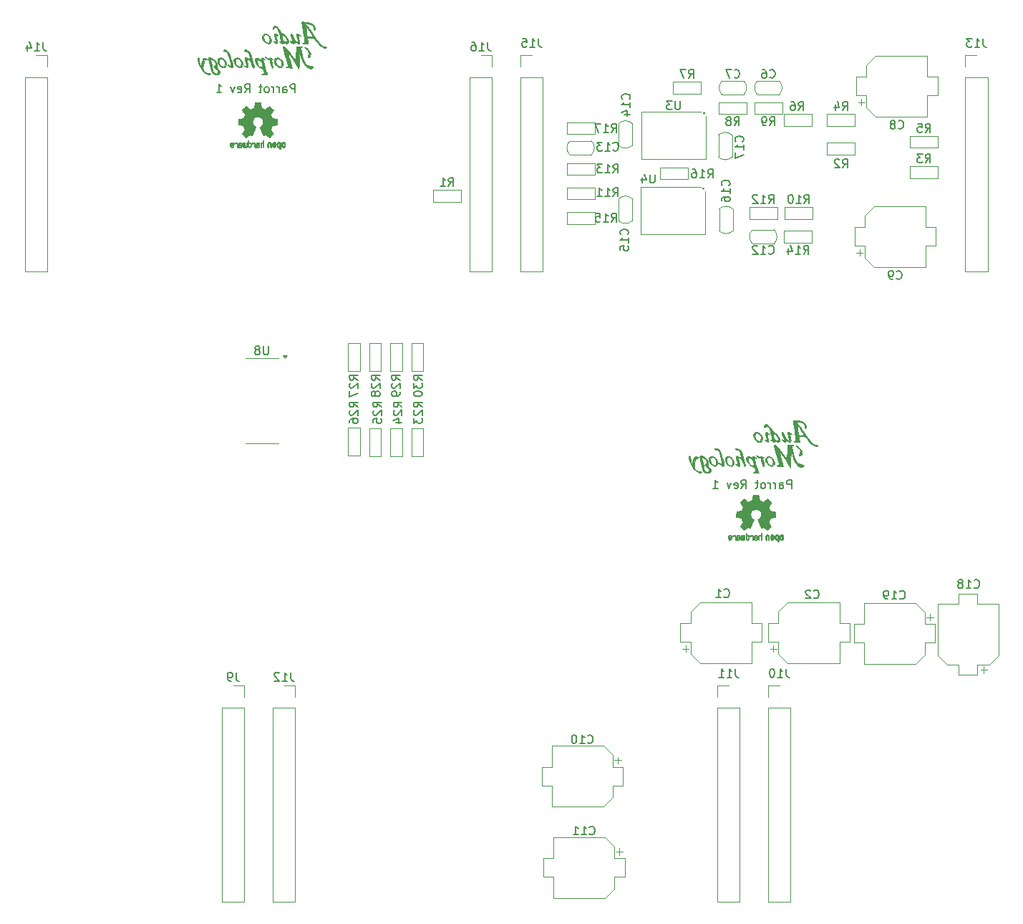
<source format=gbr>
%TF.GenerationSoftware,KiCad,Pcbnew,8.0.6*%
%TF.CreationDate,2024-12-03T18:47:33+00:00*%
%TF.ProjectId,pcb,7063622e-6b69-4636-9164-5f7063625858,rev?*%
%TF.SameCoordinates,Original*%
%TF.FileFunction,Legend,Bot*%
%TF.FilePolarity,Positive*%
%FSLAX46Y46*%
G04 Gerber Fmt 4.6, Leading zero omitted, Abs format (unit mm)*
G04 Created by KiCad (PCBNEW 8.0.6) date 2024-12-03 18:47:33*
%MOMM*%
%LPD*%
G01*
G04 APERTURE LIST*
%ADD10C,0.200000*%
%ADD11C,0.150000*%
%ADD12C,0.120000*%
%ADD13C,0.010000*%
G04 APERTURE END LIST*
D10*
X63630326Y-39567219D02*
X63630326Y-38567219D01*
X63630326Y-38567219D02*
X63249374Y-38567219D01*
X63249374Y-38567219D02*
X63154136Y-38614838D01*
X63154136Y-38614838D02*
X63106517Y-38662457D01*
X63106517Y-38662457D02*
X63058898Y-38757695D01*
X63058898Y-38757695D02*
X63058898Y-38900552D01*
X63058898Y-38900552D02*
X63106517Y-38995790D01*
X63106517Y-38995790D02*
X63154136Y-39043409D01*
X63154136Y-39043409D02*
X63249374Y-39091028D01*
X63249374Y-39091028D02*
X63630326Y-39091028D01*
X62201755Y-39567219D02*
X62201755Y-39043409D01*
X62201755Y-39043409D02*
X62249374Y-38948171D01*
X62249374Y-38948171D02*
X62344612Y-38900552D01*
X62344612Y-38900552D02*
X62535088Y-38900552D01*
X62535088Y-38900552D02*
X62630326Y-38948171D01*
X62201755Y-39519600D02*
X62296993Y-39567219D01*
X62296993Y-39567219D02*
X62535088Y-39567219D01*
X62535088Y-39567219D02*
X62630326Y-39519600D01*
X62630326Y-39519600D02*
X62677945Y-39424361D01*
X62677945Y-39424361D02*
X62677945Y-39329123D01*
X62677945Y-39329123D02*
X62630326Y-39233885D01*
X62630326Y-39233885D02*
X62535088Y-39186266D01*
X62535088Y-39186266D02*
X62296993Y-39186266D01*
X62296993Y-39186266D02*
X62201755Y-39138647D01*
X61725564Y-39567219D02*
X61725564Y-38900552D01*
X61725564Y-39091028D02*
X61677945Y-38995790D01*
X61677945Y-38995790D02*
X61630326Y-38948171D01*
X61630326Y-38948171D02*
X61535088Y-38900552D01*
X61535088Y-38900552D02*
X61439850Y-38900552D01*
X61106516Y-39567219D02*
X61106516Y-38900552D01*
X61106516Y-39091028D02*
X61058897Y-38995790D01*
X61058897Y-38995790D02*
X61011278Y-38948171D01*
X61011278Y-38948171D02*
X60916040Y-38900552D01*
X60916040Y-38900552D02*
X60820802Y-38900552D01*
X60344611Y-39567219D02*
X60439849Y-39519600D01*
X60439849Y-39519600D02*
X60487468Y-39471980D01*
X60487468Y-39471980D02*
X60535087Y-39376742D01*
X60535087Y-39376742D02*
X60535087Y-39091028D01*
X60535087Y-39091028D02*
X60487468Y-38995790D01*
X60487468Y-38995790D02*
X60439849Y-38948171D01*
X60439849Y-38948171D02*
X60344611Y-38900552D01*
X60344611Y-38900552D02*
X60201754Y-38900552D01*
X60201754Y-38900552D02*
X60106516Y-38948171D01*
X60106516Y-38948171D02*
X60058897Y-38995790D01*
X60058897Y-38995790D02*
X60011278Y-39091028D01*
X60011278Y-39091028D02*
X60011278Y-39376742D01*
X60011278Y-39376742D02*
X60058897Y-39471980D01*
X60058897Y-39471980D02*
X60106516Y-39519600D01*
X60106516Y-39519600D02*
X60201754Y-39567219D01*
X60201754Y-39567219D02*
X60344611Y-39567219D01*
X59725563Y-38900552D02*
X59344611Y-38900552D01*
X59582706Y-38567219D02*
X59582706Y-39424361D01*
X59582706Y-39424361D02*
X59535087Y-39519600D01*
X59535087Y-39519600D02*
X59439849Y-39567219D01*
X59439849Y-39567219D02*
X59344611Y-39567219D01*
X57677944Y-39567219D02*
X58011277Y-39091028D01*
X58249372Y-39567219D02*
X58249372Y-38567219D01*
X58249372Y-38567219D02*
X57868420Y-38567219D01*
X57868420Y-38567219D02*
X57773182Y-38614838D01*
X57773182Y-38614838D02*
X57725563Y-38662457D01*
X57725563Y-38662457D02*
X57677944Y-38757695D01*
X57677944Y-38757695D02*
X57677944Y-38900552D01*
X57677944Y-38900552D02*
X57725563Y-38995790D01*
X57725563Y-38995790D02*
X57773182Y-39043409D01*
X57773182Y-39043409D02*
X57868420Y-39091028D01*
X57868420Y-39091028D02*
X58249372Y-39091028D01*
X56868420Y-39519600D02*
X56963658Y-39567219D01*
X56963658Y-39567219D02*
X57154134Y-39567219D01*
X57154134Y-39567219D02*
X57249372Y-39519600D01*
X57249372Y-39519600D02*
X57296991Y-39424361D01*
X57296991Y-39424361D02*
X57296991Y-39043409D01*
X57296991Y-39043409D02*
X57249372Y-38948171D01*
X57249372Y-38948171D02*
X57154134Y-38900552D01*
X57154134Y-38900552D02*
X56963658Y-38900552D01*
X56963658Y-38900552D02*
X56868420Y-38948171D01*
X56868420Y-38948171D02*
X56820801Y-39043409D01*
X56820801Y-39043409D02*
X56820801Y-39138647D01*
X56820801Y-39138647D02*
X57296991Y-39233885D01*
X56487467Y-38900552D02*
X56249372Y-39567219D01*
X56249372Y-39567219D02*
X56011277Y-38900552D01*
X54344610Y-39567219D02*
X54916038Y-39567219D01*
X54630324Y-39567219D02*
X54630324Y-38567219D01*
X54630324Y-38567219D02*
X54725562Y-38710076D01*
X54725562Y-38710076D02*
X54820800Y-38805314D01*
X54820800Y-38805314D02*
X54916038Y-38852933D01*
X122330326Y-86367219D02*
X122330326Y-85367219D01*
X122330326Y-85367219D02*
X121949374Y-85367219D01*
X121949374Y-85367219D02*
X121854136Y-85414838D01*
X121854136Y-85414838D02*
X121806517Y-85462457D01*
X121806517Y-85462457D02*
X121758898Y-85557695D01*
X121758898Y-85557695D02*
X121758898Y-85700552D01*
X121758898Y-85700552D02*
X121806517Y-85795790D01*
X121806517Y-85795790D02*
X121854136Y-85843409D01*
X121854136Y-85843409D02*
X121949374Y-85891028D01*
X121949374Y-85891028D02*
X122330326Y-85891028D01*
X120901755Y-86367219D02*
X120901755Y-85843409D01*
X120901755Y-85843409D02*
X120949374Y-85748171D01*
X120949374Y-85748171D02*
X121044612Y-85700552D01*
X121044612Y-85700552D02*
X121235088Y-85700552D01*
X121235088Y-85700552D02*
X121330326Y-85748171D01*
X120901755Y-86319600D02*
X120996993Y-86367219D01*
X120996993Y-86367219D02*
X121235088Y-86367219D01*
X121235088Y-86367219D02*
X121330326Y-86319600D01*
X121330326Y-86319600D02*
X121377945Y-86224361D01*
X121377945Y-86224361D02*
X121377945Y-86129123D01*
X121377945Y-86129123D02*
X121330326Y-86033885D01*
X121330326Y-86033885D02*
X121235088Y-85986266D01*
X121235088Y-85986266D02*
X120996993Y-85986266D01*
X120996993Y-85986266D02*
X120901755Y-85938647D01*
X120425564Y-86367219D02*
X120425564Y-85700552D01*
X120425564Y-85891028D02*
X120377945Y-85795790D01*
X120377945Y-85795790D02*
X120330326Y-85748171D01*
X120330326Y-85748171D02*
X120235088Y-85700552D01*
X120235088Y-85700552D02*
X120139850Y-85700552D01*
X119806516Y-86367219D02*
X119806516Y-85700552D01*
X119806516Y-85891028D02*
X119758897Y-85795790D01*
X119758897Y-85795790D02*
X119711278Y-85748171D01*
X119711278Y-85748171D02*
X119616040Y-85700552D01*
X119616040Y-85700552D02*
X119520802Y-85700552D01*
X119044611Y-86367219D02*
X119139849Y-86319600D01*
X119139849Y-86319600D02*
X119187468Y-86271980D01*
X119187468Y-86271980D02*
X119235087Y-86176742D01*
X119235087Y-86176742D02*
X119235087Y-85891028D01*
X119235087Y-85891028D02*
X119187468Y-85795790D01*
X119187468Y-85795790D02*
X119139849Y-85748171D01*
X119139849Y-85748171D02*
X119044611Y-85700552D01*
X119044611Y-85700552D02*
X118901754Y-85700552D01*
X118901754Y-85700552D02*
X118806516Y-85748171D01*
X118806516Y-85748171D02*
X118758897Y-85795790D01*
X118758897Y-85795790D02*
X118711278Y-85891028D01*
X118711278Y-85891028D02*
X118711278Y-86176742D01*
X118711278Y-86176742D02*
X118758897Y-86271980D01*
X118758897Y-86271980D02*
X118806516Y-86319600D01*
X118806516Y-86319600D02*
X118901754Y-86367219D01*
X118901754Y-86367219D02*
X119044611Y-86367219D01*
X118425563Y-85700552D02*
X118044611Y-85700552D01*
X118282706Y-85367219D02*
X118282706Y-86224361D01*
X118282706Y-86224361D02*
X118235087Y-86319600D01*
X118235087Y-86319600D02*
X118139849Y-86367219D01*
X118139849Y-86367219D02*
X118044611Y-86367219D01*
X116377944Y-86367219D02*
X116711277Y-85891028D01*
X116949372Y-86367219D02*
X116949372Y-85367219D01*
X116949372Y-85367219D02*
X116568420Y-85367219D01*
X116568420Y-85367219D02*
X116473182Y-85414838D01*
X116473182Y-85414838D02*
X116425563Y-85462457D01*
X116425563Y-85462457D02*
X116377944Y-85557695D01*
X116377944Y-85557695D02*
X116377944Y-85700552D01*
X116377944Y-85700552D02*
X116425563Y-85795790D01*
X116425563Y-85795790D02*
X116473182Y-85843409D01*
X116473182Y-85843409D02*
X116568420Y-85891028D01*
X116568420Y-85891028D02*
X116949372Y-85891028D01*
X115568420Y-86319600D02*
X115663658Y-86367219D01*
X115663658Y-86367219D02*
X115854134Y-86367219D01*
X115854134Y-86367219D02*
X115949372Y-86319600D01*
X115949372Y-86319600D02*
X115996991Y-86224361D01*
X115996991Y-86224361D02*
X115996991Y-85843409D01*
X115996991Y-85843409D02*
X115949372Y-85748171D01*
X115949372Y-85748171D02*
X115854134Y-85700552D01*
X115854134Y-85700552D02*
X115663658Y-85700552D01*
X115663658Y-85700552D02*
X115568420Y-85748171D01*
X115568420Y-85748171D02*
X115520801Y-85843409D01*
X115520801Y-85843409D02*
X115520801Y-85938647D01*
X115520801Y-85938647D02*
X115996991Y-86033885D01*
X115187467Y-85700552D02*
X114949372Y-86367219D01*
X114949372Y-86367219D02*
X114711277Y-85700552D01*
X113044610Y-86367219D02*
X113616038Y-86367219D01*
X113330324Y-86367219D02*
X113330324Y-85367219D01*
X113330324Y-85367219D02*
X113425562Y-85510076D01*
X113425562Y-85510076D02*
X113520800Y-85605314D01*
X113520800Y-85605314D02*
X113616038Y-85652933D01*
D11*
X143942857Y-98059580D02*
X143990476Y-98107200D01*
X143990476Y-98107200D02*
X144133333Y-98154819D01*
X144133333Y-98154819D02*
X144228571Y-98154819D01*
X144228571Y-98154819D02*
X144371428Y-98107200D01*
X144371428Y-98107200D02*
X144466666Y-98011961D01*
X144466666Y-98011961D02*
X144514285Y-97916723D01*
X144514285Y-97916723D02*
X144561904Y-97726247D01*
X144561904Y-97726247D02*
X144561904Y-97583390D01*
X144561904Y-97583390D02*
X144514285Y-97392914D01*
X144514285Y-97392914D02*
X144466666Y-97297676D01*
X144466666Y-97297676D02*
X144371428Y-97202438D01*
X144371428Y-97202438D02*
X144228571Y-97154819D01*
X144228571Y-97154819D02*
X144133333Y-97154819D01*
X144133333Y-97154819D02*
X143990476Y-97202438D01*
X143990476Y-97202438D02*
X143942857Y-97250057D01*
X142990476Y-98154819D02*
X143561904Y-98154819D01*
X143276190Y-98154819D02*
X143276190Y-97154819D01*
X143276190Y-97154819D02*
X143371428Y-97297676D01*
X143371428Y-97297676D02*
X143466666Y-97392914D01*
X143466666Y-97392914D02*
X143561904Y-97440533D01*
X142419047Y-97583390D02*
X142514285Y-97535771D01*
X142514285Y-97535771D02*
X142561904Y-97488152D01*
X142561904Y-97488152D02*
X142609523Y-97392914D01*
X142609523Y-97392914D02*
X142609523Y-97345295D01*
X142609523Y-97345295D02*
X142561904Y-97250057D01*
X142561904Y-97250057D02*
X142514285Y-97202438D01*
X142514285Y-97202438D02*
X142419047Y-97154819D01*
X142419047Y-97154819D02*
X142228571Y-97154819D01*
X142228571Y-97154819D02*
X142133333Y-97202438D01*
X142133333Y-97202438D02*
X142085714Y-97250057D01*
X142085714Y-97250057D02*
X142038095Y-97345295D01*
X142038095Y-97345295D02*
X142038095Y-97392914D01*
X142038095Y-97392914D02*
X142085714Y-97488152D01*
X142085714Y-97488152D02*
X142133333Y-97535771D01*
X142133333Y-97535771D02*
X142228571Y-97583390D01*
X142228571Y-97583390D02*
X142419047Y-97583390D01*
X142419047Y-97583390D02*
X142514285Y-97631009D01*
X142514285Y-97631009D02*
X142561904Y-97678628D01*
X142561904Y-97678628D02*
X142609523Y-97773866D01*
X142609523Y-97773866D02*
X142609523Y-97964342D01*
X142609523Y-97964342D02*
X142561904Y-98059580D01*
X142561904Y-98059580D02*
X142514285Y-98107200D01*
X142514285Y-98107200D02*
X142419047Y-98154819D01*
X142419047Y-98154819D02*
X142228571Y-98154819D01*
X142228571Y-98154819D02*
X142133333Y-98107200D01*
X142133333Y-98107200D02*
X142085714Y-98059580D01*
X142085714Y-98059580D02*
X142038095Y-97964342D01*
X142038095Y-97964342D02*
X142038095Y-97773866D01*
X142038095Y-97773866D02*
X142085714Y-97678628D01*
X142085714Y-97678628D02*
X142133333Y-97631009D01*
X142133333Y-97631009D02*
X142228571Y-97583390D01*
X134966666Y-43759580D02*
X135014285Y-43807200D01*
X135014285Y-43807200D02*
X135157142Y-43854819D01*
X135157142Y-43854819D02*
X135252380Y-43854819D01*
X135252380Y-43854819D02*
X135395237Y-43807200D01*
X135395237Y-43807200D02*
X135490475Y-43711961D01*
X135490475Y-43711961D02*
X135538094Y-43616723D01*
X135538094Y-43616723D02*
X135585713Y-43426247D01*
X135585713Y-43426247D02*
X135585713Y-43283390D01*
X135585713Y-43283390D02*
X135538094Y-43092914D01*
X135538094Y-43092914D02*
X135490475Y-42997676D01*
X135490475Y-42997676D02*
X135395237Y-42902438D01*
X135395237Y-42902438D02*
X135252380Y-42854819D01*
X135252380Y-42854819D02*
X135157142Y-42854819D01*
X135157142Y-42854819D02*
X135014285Y-42902438D01*
X135014285Y-42902438D02*
X134966666Y-42950057D01*
X134395237Y-43283390D02*
X134490475Y-43235771D01*
X134490475Y-43235771D02*
X134538094Y-43188152D01*
X134538094Y-43188152D02*
X134585713Y-43092914D01*
X134585713Y-43092914D02*
X134585713Y-43045295D01*
X134585713Y-43045295D02*
X134538094Y-42950057D01*
X134538094Y-42950057D02*
X134490475Y-42902438D01*
X134490475Y-42902438D02*
X134395237Y-42854819D01*
X134395237Y-42854819D02*
X134204761Y-42854819D01*
X134204761Y-42854819D02*
X134109523Y-42902438D01*
X134109523Y-42902438D02*
X134061904Y-42950057D01*
X134061904Y-42950057D02*
X134014285Y-43045295D01*
X134014285Y-43045295D02*
X134014285Y-43092914D01*
X134014285Y-43092914D02*
X134061904Y-43188152D01*
X134061904Y-43188152D02*
X134109523Y-43235771D01*
X134109523Y-43235771D02*
X134204761Y-43283390D01*
X134204761Y-43283390D02*
X134395237Y-43283390D01*
X134395237Y-43283390D02*
X134490475Y-43331009D01*
X134490475Y-43331009D02*
X134538094Y-43378628D01*
X134538094Y-43378628D02*
X134585713Y-43473866D01*
X134585713Y-43473866D02*
X134585713Y-43664342D01*
X134585713Y-43664342D02*
X134538094Y-43759580D01*
X134538094Y-43759580D02*
X134490475Y-43807200D01*
X134490475Y-43807200D02*
X134395237Y-43854819D01*
X134395237Y-43854819D02*
X134204761Y-43854819D01*
X134204761Y-43854819D02*
X134109523Y-43807200D01*
X134109523Y-43807200D02*
X134061904Y-43759580D01*
X134061904Y-43759580D02*
X134014285Y-43664342D01*
X134014285Y-43664342D02*
X134014285Y-43473866D01*
X134014285Y-43473866D02*
X134061904Y-43378628D01*
X134061904Y-43378628D02*
X134109523Y-43331009D01*
X134109523Y-43331009D02*
X134204761Y-43283390D01*
X101242857Y-49054819D02*
X101576190Y-48578628D01*
X101814285Y-49054819D02*
X101814285Y-48054819D01*
X101814285Y-48054819D02*
X101433333Y-48054819D01*
X101433333Y-48054819D02*
X101338095Y-48102438D01*
X101338095Y-48102438D02*
X101290476Y-48150057D01*
X101290476Y-48150057D02*
X101242857Y-48245295D01*
X101242857Y-48245295D02*
X101242857Y-48388152D01*
X101242857Y-48388152D02*
X101290476Y-48483390D01*
X101290476Y-48483390D02*
X101338095Y-48531009D01*
X101338095Y-48531009D02*
X101433333Y-48578628D01*
X101433333Y-48578628D02*
X101814285Y-48578628D01*
X100290476Y-49054819D02*
X100861904Y-49054819D01*
X100576190Y-49054819D02*
X100576190Y-48054819D01*
X100576190Y-48054819D02*
X100671428Y-48197676D01*
X100671428Y-48197676D02*
X100766666Y-48292914D01*
X100766666Y-48292914D02*
X100861904Y-48340533D01*
X99957142Y-48054819D02*
X99338095Y-48054819D01*
X99338095Y-48054819D02*
X99671428Y-48435771D01*
X99671428Y-48435771D02*
X99528571Y-48435771D01*
X99528571Y-48435771D02*
X99433333Y-48483390D01*
X99433333Y-48483390D02*
X99385714Y-48531009D01*
X99385714Y-48531009D02*
X99338095Y-48626247D01*
X99338095Y-48626247D02*
X99338095Y-48864342D01*
X99338095Y-48864342D02*
X99385714Y-48959580D01*
X99385714Y-48959580D02*
X99433333Y-49007200D01*
X99433333Y-49007200D02*
X99528571Y-49054819D01*
X99528571Y-49054819D02*
X99814285Y-49054819D01*
X99814285Y-49054819D02*
X99909523Y-49007200D01*
X99909523Y-49007200D02*
X99957142Y-48959580D01*
X103159580Y-40357142D02*
X103207200Y-40309523D01*
X103207200Y-40309523D02*
X103254819Y-40166666D01*
X103254819Y-40166666D02*
X103254819Y-40071428D01*
X103254819Y-40071428D02*
X103207200Y-39928571D01*
X103207200Y-39928571D02*
X103111961Y-39833333D01*
X103111961Y-39833333D02*
X103016723Y-39785714D01*
X103016723Y-39785714D02*
X102826247Y-39738095D01*
X102826247Y-39738095D02*
X102683390Y-39738095D01*
X102683390Y-39738095D02*
X102492914Y-39785714D01*
X102492914Y-39785714D02*
X102397676Y-39833333D01*
X102397676Y-39833333D02*
X102302438Y-39928571D01*
X102302438Y-39928571D02*
X102254819Y-40071428D01*
X102254819Y-40071428D02*
X102254819Y-40166666D01*
X102254819Y-40166666D02*
X102302438Y-40309523D01*
X102302438Y-40309523D02*
X102350057Y-40357142D01*
X103254819Y-41309523D02*
X103254819Y-40738095D01*
X103254819Y-41023809D02*
X102254819Y-41023809D01*
X102254819Y-41023809D02*
X102397676Y-40928571D01*
X102397676Y-40928571D02*
X102492914Y-40833333D01*
X102492914Y-40833333D02*
X102540533Y-40738095D01*
X102588152Y-42166666D02*
X103254819Y-42166666D01*
X102207200Y-41928571D02*
X102921485Y-41690476D01*
X102921485Y-41690476D02*
X102921485Y-42309523D01*
X63109523Y-108124819D02*
X63109523Y-108839104D01*
X63109523Y-108839104D02*
X63157142Y-108981961D01*
X63157142Y-108981961D02*
X63252380Y-109077200D01*
X63252380Y-109077200D02*
X63395237Y-109124819D01*
X63395237Y-109124819D02*
X63490475Y-109124819D01*
X62109523Y-109124819D02*
X62680951Y-109124819D01*
X62395237Y-109124819D02*
X62395237Y-108124819D01*
X62395237Y-108124819D02*
X62490475Y-108267676D01*
X62490475Y-108267676D02*
X62585713Y-108362914D01*
X62585713Y-108362914D02*
X62680951Y-108410533D01*
X61728570Y-108220057D02*
X61680951Y-108172438D01*
X61680951Y-108172438D02*
X61585713Y-108124819D01*
X61585713Y-108124819D02*
X61347618Y-108124819D01*
X61347618Y-108124819D02*
X61252380Y-108172438D01*
X61252380Y-108172438D02*
X61204761Y-108220057D01*
X61204761Y-108220057D02*
X61157142Y-108315295D01*
X61157142Y-108315295D02*
X61157142Y-108410533D01*
X61157142Y-108410533D02*
X61204761Y-108553390D01*
X61204761Y-108553390D02*
X61776189Y-109124819D01*
X61776189Y-109124819D02*
X61157142Y-109124819D01*
X86409523Y-33624819D02*
X86409523Y-34339104D01*
X86409523Y-34339104D02*
X86457142Y-34481961D01*
X86457142Y-34481961D02*
X86552380Y-34577200D01*
X86552380Y-34577200D02*
X86695237Y-34624819D01*
X86695237Y-34624819D02*
X86790475Y-34624819D01*
X85409523Y-34624819D02*
X85980951Y-34624819D01*
X85695237Y-34624819D02*
X85695237Y-33624819D01*
X85695237Y-33624819D02*
X85790475Y-33767676D01*
X85790475Y-33767676D02*
X85885713Y-33862914D01*
X85885713Y-33862914D02*
X85980951Y-33910533D01*
X84552380Y-33624819D02*
X84742856Y-33624819D01*
X84742856Y-33624819D02*
X84838094Y-33672438D01*
X84838094Y-33672438D02*
X84885713Y-33720057D01*
X84885713Y-33720057D02*
X84980951Y-33862914D01*
X84980951Y-33862914D02*
X85028570Y-34053390D01*
X85028570Y-34053390D02*
X85028570Y-34434342D01*
X85028570Y-34434342D02*
X84980951Y-34529580D01*
X84980951Y-34529580D02*
X84933332Y-34577200D01*
X84933332Y-34577200D02*
X84838094Y-34624819D01*
X84838094Y-34624819D02*
X84647618Y-34624819D01*
X84647618Y-34624819D02*
X84552380Y-34577200D01*
X84552380Y-34577200D02*
X84504761Y-34529580D01*
X84504761Y-34529580D02*
X84457142Y-34434342D01*
X84457142Y-34434342D02*
X84457142Y-34196247D01*
X84457142Y-34196247D02*
X84504761Y-34101009D01*
X84504761Y-34101009D02*
X84552380Y-34053390D01*
X84552380Y-34053390D02*
X84647618Y-34005771D01*
X84647618Y-34005771D02*
X84838094Y-34005771D01*
X84838094Y-34005771D02*
X84933332Y-34053390D01*
X84933332Y-34053390D02*
X84980951Y-34101009D01*
X84980951Y-34101009D02*
X85028570Y-34196247D01*
X102959580Y-56357142D02*
X103007200Y-56309523D01*
X103007200Y-56309523D02*
X103054819Y-56166666D01*
X103054819Y-56166666D02*
X103054819Y-56071428D01*
X103054819Y-56071428D02*
X103007200Y-55928571D01*
X103007200Y-55928571D02*
X102911961Y-55833333D01*
X102911961Y-55833333D02*
X102816723Y-55785714D01*
X102816723Y-55785714D02*
X102626247Y-55738095D01*
X102626247Y-55738095D02*
X102483390Y-55738095D01*
X102483390Y-55738095D02*
X102292914Y-55785714D01*
X102292914Y-55785714D02*
X102197676Y-55833333D01*
X102197676Y-55833333D02*
X102102438Y-55928571D01*
X102102438Y-55928571D02*
X102054819Y-56071428D01*
X102054819Y-56071428D02*
X102054819Y-56166666D01*
X102054819Y-56166666D02*
X102102438Y-56309523D01*
X102102438Y-56309523D02*
X102150057Y-56357142D01*
X103054819Y-57309523D02*
X103054819Y-56738095D01*
X103054819Y-57023809D02*
X102054819Y-57023809D01*
X102054819Y-57023809D02*
X102197676Y-56928571D01*
X102197676Y-56928571D02*
X102292914Y-56833333D01*
X102292914Y-56833333D02*
X102340533Y-56738095D01*
X102054819Y-58214285D02*
X102054819Y-57738095D01*
X102054819Y-57738095D02*
X102531009Y-57690476D01*
X102531009Y-57690476D02*
X102483390Y-57738095D01*
X102483390Y-57738095D02*
X102435771Y-57833333D01*
X102435771Y-57833333D02*
X102435771Y-58071428D01*
X102435771Y-58071428D02*
X102483390Y-58166666D01*
X102483390Y-58166666D02*
X102531009Y-58214285D01*
X102531009Y-58214285D02*
X102626247Y-58261904D01*
X102626247Y-58261904D02*
X102864342Y-58261904D01*
X102864342Y-58261904D02*
X102959580Y-58214285D01*
X102959580Y-58214285D02*
X103007200Y-58166666D01*
X103007200Y-58166666D02*
X103054819Y-58071428D01*
X103054819Y-58071428D02*
X103054819Y-57833333D01*
X103054819Y-57833333D02*
X103007200Y-57738095D01*
X103007200Y-57738095D02*
X102959580Y-57690476D01*
X123842857Y-52654819D02*
X124176190Y-52178628D01*
X124414285Y-52654819D02*
X124414285Y-51654819D01*
X124414285Y-51654819D02*
X124033333Y-51654819D01*
X124033333Y-51654819D02*
X123938095Y-51702438D01*
X123938095Y-51702438D02*
X123890476Y-51750057D01*
X123890476Y-51750057D02*
X123842857Y-51845295D01*
X123842857Y-51845295D02*
X123842857Y-51988152D01*
X123842857Y-51988152D02*
X123890476Y-52083390D01*
X123890476Y-52083390D02*
X123938095Y-52131009D01*
X123938095Y-52131009D02*
X124033333Y-52178628D01*
X124033333Y-52178628D02*
X124414285Y-52178628D01*
X122890476Y-52654819D02*
X123461904Y-52654819D01*
X123176190Y-52654819D02*
X123176190Y-51654819D01*
X123176190Y-51654819D02*
X123271428Y-51797676D01*
X123271428Y-51797676D02*
X123366666Y-51892914D01*
X123366666Y-51892914D02*
X123461904Y-51940533D01*
X122271428Y-51654819D02*
X122176190Y-51654819D01*
X122176190Y-51654819D02*
X122080952Y-51702438D01*
X122080952Y-51702438D02*
X122033333Y-51750057D01*
X122033333Y-51750057D02*
X121985714Y-51845295D01*
X121985714Y-51845295D02*
X121938095Y-52035771D01*
X121938095Y-52035771D02*
X121938095Y-52273866D01*
X121938095Y-52273866D02*
X121985714Y-52464342D01*
X121985714Y-52464342D02*
X122033333Y-52559580D01*
X122033333Y-52559580D02*
X122080952Y-52607200D01*
X122080952Y-52607200D02*
X122176190Y-52654819D01*
X122176190Y-52654819D02*
X122271428Y-52654819D01*
X122271428Y-52654819D02*
X122366666Y-52607200D01*
X122366666Y-52607200D02*
X122414285Y-52559580D01*
X122414285Y-52559580D02*
X122461904Y-52464342D01*
X122461904Y-52464342D02*
X122509523Y-52273866D01*
X122509523Y-52273866D02*
X122509523Y-52035771D01*
X122509523Y-52035771D02*
X122461904Y-51845295D01*
X122461904Y-51845295D02*
X122414285Y-51750057D01*
X122414285Y-51750057D02*
X122366666Y-51702438D01*
X122366666Y-51702438D02*
X122271428Y-51654819D01*
X92409523Y-33184819D02*
X92409523Y-33899104D01*
X92409523Y-33899104D02*
X92457142Y-34041961D01*
X92457142Y-34041961D02*
X92552380Y-34137200D01*
X92552380Y-34137200D02*
X92695237Y-34184819D01*
X92695237Y-34184819D02*
X92790475Y-34184819D01*
X91409523Y-34184819D02*
X91980951Y-34184819D01*
X91695237Y-34184819D02*
X91695237Y-33184819D01*
X91695237Y-33184819D02*
X91790475Y-33327676D01*
X91790475Y-33327676D02*
X91885713Y-33422914D01*
X91885713Y-33422914D02*
X91980951Y-33470533D01*
X90504761Y-33184819D02*
X90980951Y-33184819D01*
X90980951Y-33184819D02*
X91028570Y-33661009D01*
X91028570Y-33661009D02*
X90980951Y-33613390D01*
X90980951Y-33613390D02*
X90885713Y-33565771D01*
X90885713Y-33565771D02*
X90647618Y-33565771D01*
X90647618Y-33565771D02*
X90552380Y-33613390D01*
X90552380Y-33613390D02*
X90504761Y-33661009D01*
X90504761Y-33661009D02*
X90457142Y-33756247D01*
X90457142Y-33756247D02*
X90457142Y-33994342D01*
X90457142Y-33994342D02*
X90504761Y-34089580D01*
X90504761Y-34089580D02*
X90552380Y-34137200D01*
X90552380Y-34137200D02*
X90647618Y-34184819D01*
X90647618Y-34184819D02*
X90885713Y-34184819D01*
X90885713Y-34184819D02*
X90980951Y-34137200D01*
X90980951Y-34137200D02*
X91028570Y-34089580D01*
X76254819Y-76757142D02*
X75778628Y-76423809D01*
X76254819Y-76185714D02*
X75254819Y-76185714D01*
X75254819Y-76185714D02*
X75254819Y-76566666D01*
X75254819Y-76566666D02*
X75302438Y-76661904D01*
X75302438Y-76661904D02*
X75350057Y-76709523D01*
X75350057Y-76709523D02*
X75445295Y-76757142D01*
X75445295Y-76757142D02*
X75588152Y-76757142D01*
X75588152Y-76757142D02*
X75683390Y-76709523D01*
X75683390Y-76709523D02*
X75731009Y-76661904D01*
X75731009Y-76661904D02*
X75778628Y-76566666D01*
X75778628Y-76566666D02*
X75778628Y-76185714D01*
X75350057Y-77138095D02*
X75302438Y-77185714D01*
X75302438Y-77185714D02*
X75254819Y-77280952D01*
X75254819Y-77280952D02*
X75254819Y-77519047D01*
X75254819Y-77519047D02*
X75302438Y-77614285D01*
X75302438Y-77614285D02*
X75350057Y-77661904D01*
X75350057Y-77661904D02*
X75445295Y-77709523D01*
X75445295Y-77709523D02*
X75540533Y-77709523D01*
X75540533Y-77709523D02*
X75683390Y-77661904D01*
X75683390Y-77661904D02*
X76254819Y-77090476D01*
X76254819Y-77090476D02*
X76254819Y-77709523D01*
X75588152Y-78566666D02*
X76254819Y-78566666D01*
X75207200Y-78328571D02*
X75921485Y-78090476D01*
X75921485Y-78090476D02*
X75921485Y-78709523D01*
X112442857Y-49654819D02*
X112776190Y-49178628D01*
X113014285Y-49654819D02*
X113014285Y-48654819D01*
X113014285Y-48654819D02*
X112633333Y-48654819D01*
X112633333Y-48654819D02*
X112538095Y-48702438D01*
X112538095Y-48702438D02*
X112490476Y-48750057D01*
X112490476Y-48750057D02*
X112442857Y-48845295D01*
X112442857Y-48845295D02*
X112442857Y-48988152D01*
X112442857Y-48988152D02*
X112490476Y-49083390D01*
X112490476Y-49083390D02*
X112538095Y-49131009D01*
X112538095Y-49131009D02*
X112633333Y-49178628D01*
X112633333Y-49178628D02*
X113014285Y-49178628D01*
X111490476Y-49654819D02*
X112061904Y-49654819D01*
X111776190Y-49654819D02*
X111776190Y-48654819D01*
X111776190Y-48654819D02*
X111871428Y-48797676D01*
X111871428Y-48797676D02*
X111966666Y-48892914D01*
X111966666Y-48892914D02*
X112061904Y-48940533D01*
X110633333Y-48654819D02*
X110823809Y-48654819D01*
X110823809Y-48654819D02*
X110919047Y-48702438D01*
X110919047Y-48702438D02*
X110966666Y-48750057D01*
X110966666Y-48750057D02*
X111061904Y-48892914D01*
X111061904Y-48892914D02*
X111109523Y-49083390D01*
X111109523Y-49083390D02*
X111109523Y-49464342D01*
X111109523Y-49464342D02*
X111061904Y-49559580D01*
X111061904Y-49559580D02*
X111014285Y-49607200D01*
X111014285Y-49607200D02*
X110919047Y-49654819D01*
X110919047Y-49654819D02*
X110728571Y-49654819D01*
X110728571Y-49654819D02*
X110633333Y-49607200D01*
X110633333Y-49607200D02*
X110585714Y-49559580D01*
X110585714Y-49559580D02*
X110538095Y-49464342D01*
X110538095Y-49464342D02*
X110538095Y-49226247D01*
X110538095Y-49226247D02*
X110585714Y-49131009D01*
X110585714Y-49131009D02*
X110633333Y-49083390D01*
X110633333Y-49083390D02*
X110728571Y-49035771D01*
X110728571Y-49035771D02*
X110919047Y-49035771D01*
X110919047Y-49035771D02*
X111014285Y-49083390D01*
X111014285Y-49083390D02*
X111061904Y-49131009D01*
X111061904Y-49131009D02*
X111109523Y-49226247D01*
X135142857Y-99359580D02*
X135190476Y-99407200D01*
X135190476Y-99407200D02*
X135333333Y-99454819D01*
X135333333Y-99454819D02*
X135428571Y-99454819D01*
X135428571Y-99454819D02*
X135571428Y-99407200D01*
X135571428Y-99407200D02*
X135666666Y-99311961D01*
X135666666Y-99311961D02*
X135714285Y-99216723D01*
X135714285Y-99216723D02*
X135761904Y-99026247D01*
X135761904Y-99026247D02*
X135761904Y-98883390D01*
X135761904Y-98883390D02*
X135714285Y-98692914D01*
X135714285Y-98692914D02*
X135666666Y-98597676D01*
X135666666Y-98597676D02*
X135571428Y-98502438D01*
X135571428Y-98502438D02*
X135428571Y-98454819D01*
X135428571Y-98454819D02*
X135333333Y-98454819D01*
X135333333Y-98454819D02*
X135190476Y-98502438D01*
X135190476Y-98502438D02*
X135142857Y-98550057D01*
X134190476Y-99454819D02*
X134761904Y-99454819D01*
X134476190Y-99454819D02*
X134476190Y-98454819D01*
X134476190Y-98454819D02*
X134571428Y-98597676D01*
X134571428Y-98597676D02*
X134666666Y-98692914D01*
X134666666Y-98692914D02*
X134761904Y-98740533D01*
X133714285Y-99454819D02*
X133523809Y-99454819D01*
X133523809Y-99454819D02*
X133428571Y-99407200D01*
X133428571Y-99407200D02*
X133380952Y-99359580D01*
X133380952Y-99359580D02*
X133285714Y-99216723D01*
X133285714Y-99216723D02*
X133238095Y-99026247D01*
X133238095Y-99026247D02*
X133238095Y-98645295D01*
X133238095Y-98645295D02*
X133285714Y-98550057D01*
X133285714Y-98550057D02*
X133333333Y-98502438D01*
X133333333Y-98502438D02*
X133428571Y-98454819D01*
X133428571Y-98454819D02*
X133619047Y-98454819D01*
X133619047Y-98454819D02*
X133714285Y-98502438D01*
X133714285Y-98502438D02*
X133761904Y-98550057D01*
X133761904Y-98550057D02*
X133809523Y-98645295D01*
X133809523Y-98645295D02*
X133809523Y-98883390D01*
X133809523Y-98883390D02*
X133761904Y-98978628D01*
X133761904Y-98978628D02*
X133714285Y-99026247D01*
X133714285Y-99026247D02*
X133619047Y-99073866D01*
X133619047Y-99073866D02*
X133428571Y-99073866D01*
X133428571Y-99073866D02*
X133333333Y-99026247D01*
X133333333Y-99026247D02*
X133285714Y-98978628D01*
X133285714Y-98978628D02*
X133238095Y-98883390D01*
X71054819Y-76757142D02*
X70578628Y-76423809D01*
X71054819Y-76185714D02*
X70054819Y-76185714D01*
X70054819Y-76185714D02*
X70054819Y-76566666D01*
X70054819Y-76566666D02*
X70102438Y-76661904D01*
X70102438Y-76661904D02*
X70150057Y-76709523D01*
X70150057Y-76709523D02*
X70245295Y-76757142D01*
X70245295Y-76757142D02*
X70388152Y-76757142D01*
X70388152Y-76757142D02*
X70483390Y-76709523D01*
X70483390Y-76709523D02*
X70531009Y-76661904D01*
X70531009Y-76661904D02*
X70578628Y-76566666D01*
X70578628Y-76566666D02*
X70578628Y-76185714D01*
X70150057Y-77138095D02*
X70102438Y-77185714D01*
X70102438Y-77185714D02*
X70054819Y-77280952D01*
X70054819Y-77280952D02*
X70054819Y-77519047D01*
X70054819Y-77519047D02*
X70102438Y-77614285D01*
X70102438Y-77614285D02*
X70150057Y-77661904D01*
X70150057Y-77661904D02*
X70245295Y-77709523D01*
X70245295Y-77709523D02*
X70340533Y-77709523D01*
X70340533Y-77709523D02*
X70483390Y-77661904D01*
X70483390Y-77661904D02*
X71054819Y-77090476D01*
X71054819Y-77090476D02*
X71054819Y-77709523D01*
X70054819Y-78566666D02*
X70054819Y-78376190D01*
X70054819Y-78376190D02*
X70102438Y-78280952D01*
X70102438Y-78280952D02*
X70150057Y-78233333D01*
X70150057Y-78233333D02*
X70292914Y-78138095D01*
X70292914Y-78138095D02*
X70483390Y-78090476D01*
X70483390Y-78090476D02*
X70864342Y-78090476D01*
X70864342Y-78090476D02*
X70959580Y-78138095D01*
X70959580Y-78138095D02*
X71007200Y-78185714D01*
X71007200Y-78185714D02*
X71054819Y-78280952D01*
X71054819Y-78280952D02*
X71054819Y-78471428D01*
X71054819Y-78471428D02*
X71007200Y-78566666D01*
X71007200Y-78566666D02*
X70959580Y-78614285D01*
X70959580Y-78614285D02*
X70864342Y-78661904D01*
X70864342Y-78661904D02*
X70626247Y-78661904D01*
X70626247Y-78661904D02*
X70531009Y-78614285D01*
X70531009Y-78614285D02*
X70483390Y-78566666D01*
X70483390Y-78566666D02*
X70435771Y-78471428D01*
X70435771Y-78471428D02*
X70435771Y-78280952D01*
X70435771Y-78280952D02*
X70483390Y-78185714D01*
X70483390Y-78185714D02*
X70531009Y-78138095D01*
X70531009Y-78138095D02*
X70626247Y-78090476D01*
X101042857Y-44254819D02*
X101376190Y-43778628D01*
X101614285Y-44254819D02*
X101614285Y-43254819D01*
X101614285Y-43254819D02*
X101233333Y-43254819D01*
X101233333Y-43254819D02*
X101138095Y-43302438D01*
X101138095Y-43302438D02*
X101090476Y-43350057D01*
X101090476Y-43350057D02*
X101042857Y-43445295D01*
X101042857Y-43445295D02*
X101042857Y-43588152D01*
X101042857Y-43588152D02*
X101090476Y-43683390D01*
X101090476Y-43683390D02*
X101138095Y-43731009D01*
X101138095Y-43731009D02*
X101233333Y-43778628D01*
X101233333Y-43778628D02*
X101614285Y-43778628D01*
X100090476Y-44254819D02*
X100661904Y-44254819D01*
X100376190Y-44254819D02*
X100376190Y-43254819D01*
X100376190Y-43254819D02*
X100471428Y-43397676D01*
X100471428Y-43397676D02*
X100566666Y-43492914D01*
X100566666Y-43492914D02*
X100661904Y-43540533D01*
X99757142Y-43254819D02*
X99090476Y-43254819D01*
X99090476Y-43254819D02*
X99519047Y-44254819D01*
X115566666Y-37759580D02*
X115614285Y-37807200D01*
X115614285Y-37807200D02*
X115757142Y-37854819D01*
X115757142Y-37854819D02*
X115852380Y-37854819D01*
X115852380Y-37854819D02*
X115995237Y-37807200D01*
X115995237Y-37807200D02*
X116090475Y-37711961D01*
X116090475Y-37711961D02*
X116138094Y-37616723D01*
X116138094Y-37616723D02*
X116185713Y-37426247D01*
X116185713Y-37426247D02*
X116185713Y-37283390D01*
X116185713Y-37283390D02*
X116138094Y-37092914D01*
X116138094Y-37092914D02*
X116090475Y-36997676D01*
X116090475Y-36997676D02*
X115995237Y-36902438D01*
X115995237Y-36902438D02*
X115852380Y-36854819D01*
X115852380Y-36854819D02*
X115757142Y-36854819D01*
X115757142Y-36854819D02*
X115614285Y-36902438D01*
X115614285Y-36902438D02*
X115566666Y-36950057D01*
X115233332Y-36854819D02*
X114566666Y-36854819D01*
X114566666Y-36854819D02*
X114995237Y-37854819D01*
X109161904Y-40579819D02*
X109161904Y-41389342D01*
X109161904Y-41389342D02*
X109114285Y-41484580D01*
X109114285Y-41484580D02*
X109066666Y-41532200D01*
X109066666Y-41532200D02*
X108971428Y-41579819D01*
X108971428Y-41579819D02*
X108780952Y-41579819D01*
X108780952Y-41579819D02*
X108685714Y-41532200D01*
X108685714Y-41532200D02*
X108638095Y-41484580D01*
X108638095Y-41484580D02*
X108590476Y-41389342D01*
X108590476Y-41389342D02*
X108590476Y-40579819D01*
X108209523Y-40579819D02*
X107590476Y-40579819D01*
X107590476Y-40579819D02*
X107923809Y-40960771D01*
X107923809Y-40960771D02*
X107780952Y-40960771D01*
X107780952Y-40960771D02*
X107685714Y-41008390D01*
X107685714Y-41008390D02*
X107638095Y-41056009D01*
X107638095Y-41056009D02*
X107590476Y-41151247D01*
X107590476Y-41151247D02*
X107590476Y-41389342D01*
X107590476Y-41389342D02*
X107638095Y-41484580D01*
X107638095Y-41484580D02*
X107685714Y-41532200D01*
X107685714Y-41532200D02*
X107780952Y-41579819D01*
X107780952Y-41579819D02*
X108066666Y-41579819D01*
X108066666Y-41579819D02*
X108161904Y-41532200D01*
X108161904Y-41532200D02*
X108209523Y-41484580D01*
X119766666Y-37759580D02*
X119814285Y-37807200D01*
X119814285Y-37807200D02*
X119957142Y-37854819D01*
X119957142Y-37854819D02*
X120052380Y-37854819D01*
X120052380Y-37854819D02*
X120195237Y-37807200D01*
X120195237Y-37807200D02*
X120290475Y-37711961D01*
X120290475Y-37711961D02*
X120338094Y-37616723D01*
X120338094Y-37616723D02*
X120385713Y-37426247D01*
X120385713Y-37426247D02*
X120385713Y-37283390D01*
X120385713Y-37283390D02*
X120338094Y-37092914D01*
X120338094Y-37092914D02*
X120290475Y-36997676D01*
X120290475Y-36997676D02*
X120195237Y-36902438D01*
X120195237Y-36902438D02*
X120052380Y-36854819D01*
X120052380Y-36854819D02*
X119957142Y-36854819D01*
X119957142Y-36854819D02*
X119814285Y-36902438D01*
X119814285Y-36902438D02*
X119766666Y-36950057D01*
X118909523Y-36854819D02*
X119099999Y-36854819D01*
X119099999Y-36854819D02*
X119195237Y-36902438D01*
X119195237Y-36902438D02*
X119242856Y-36950057D01*
X119242856Y-36950057D02*
X119338094Y-37092914D01*
X119338094Y-37092914D02*
X119385713Y-37283390D01*
X119385713Y-37283390D02*
X119385713Y-37664342D01*
X119385713Y-37664342D02*
X119338094Y-37759580D01*
X119338094Y-37759580D02*
X119290475Y-37807200D01*
X119290475Y-37807200D02*
X119195237Y-37854819D01*
X119195237Y-37854819D02*
X119004761Y-37854819D01*
X119004761Y-37854819D02*
X118909523Y-37807200D01*
X118909523Y-37807200D02*
X118861904Y-37759580D01*
X118861904Y-37759580D02*
X118814285Y-37664342D01*
X118814285Y-37664342D02*
X118814285Y-37426247D01*
X118814285Y-37426247D02*
X118861904Y-37331009D01*
X118861904Y-37331009D02*
X118909523Y-37283390D01*
X118909523Y-37283390D02*
X119004761Y-37235771D01*
X119004761Y-37235771D02*
X119195237Y-37235771D01*
X119195237Y-37235771D02*
X119290475Y-37283390D01*
X119290475Y-37283390D02*
X119338094Y-37331009D01*
X119338094Y-37331009D02*
X119385713Y-37426247D01*
X115709523Y-107684819D02*
X115709523Y-108399104D01*
X115709523Y-108399104D02*
X115757142Y-108541961D01*
X115757142Y-108541961D02*
X115852380Y-108637200D01*
X115852380Y-108637200D02*
X115995237Y-108684819D01*
X115995237Y-108684819D02*
X116090475Y-108684819D01*
X114709523Y-108684819D02*
X115280951Y-108684819D01*
X114995237Y-108684819D02*
X114995237Y-107684819D01*
X114995237Y-107684819D02*
X115090475Y-107827676D01*
X115090475Y-107827676D02*
X115185713Y-107922914D01*
X115185713Y-107922914D02*
X115280951Y-107970533D01*
X113757142Y-108684819D02*
X114328570Y-108684819D01*
X114042856Y-108684819D02*
X114042856Y-107684819D01*
X114042856Y-107684819D02*
X114138094Y-107827676D01*
X114138094Y-107827676D02*
X114233332Y-107922914D01*
X114233332Y-107922914D02*
X114328570Y-107970533D01*
X73654819Y-73557142D02*
X73178628Y-73223809D01*
X73654819Y-72985714D02*
X72654819Y-72985714D01*
X72654819Y-72985714D02*
X72654819Y-73366666D01*
X72654819Y-73366666D02*
X72702438Y-73461904D01*
X72702438Y-73461904D02*
X72750057Y-73509523D01*
X72750057Y-73509523D02*
X72845295Y-73557142D01*
X72845295Y-73557142D02*
X72988152Y-73557142D01*
X72988152Y-73557142D02*
X73083390Y-73509523D01*
X73083390Y-73509523D02*
X73131009Y-73461904D01*
X73131009Y-73461904D02*
X73178628Y-73366666D01*
X73178628Y-73366666D02*
X73178628Y-72985714D01*
X72750057Y-73938095D02*
X72702438Y-73985714D01*
X72702438Y-73985714D02*
X72654819Y-74080952D01*
X72654819Y-74080952D02*
X72654819Y-74319047D01*
X72654819Y-74319047D02*
X72702438Y-74414285D01*
X72702438Y-74414285D02*
X72750057Y-74461904D01*
X72750057Y-74461904D02*
X72845295Y-74509523D01*
X72845295Y-74509523D02*
X72940533Y-74509523D01*
X72940533Y-74509523D02*
X73083390Y-74461904D01*
X73083390Y-74461904D02*
X73654819Y-73890476D01*
X73654819Y-73890476D02*
X73654819Y-74509523D01*
X73083390Y-75080952D02*
X73035771Y-74985714D01*
X73035771Y-74985714D02*
X72988152Y-74938095D01*
X72988152Y-74938095D02*
X72892914Y-74890476D01*
X72892914Y-74890476D02*
X72845295Y-74890476D01*
X72845295Y-74890476D02*
X72750057Y-74938095D01*
X72750057Y-74938095D02*
X72702438Y-74985714D01*
X72702438Y-74985714D02*
X72654819Y-75080952D01*
X72654819Y-75080952D02*
X72654819Y-75271428D01*
X72654819Y-75271428D02*
X72702438Y-75366666D01*
X72702438Y-75366666D02*
X72750057Y-75414285D01*
X72750057Y-75414285D02*
X72845295Y-75461904D01*
X72845295Y-75461904D02*
X72892914Y-75461904D01*
X72892914Y-75461904D02*
X72988152Y-75414285D01*
X72988152Y-75414285D02*
X73035771Y-75366666D01*
X73035771Y-75366666D02*
X73083390Y-75271428D01*
X73083390Y-75271428D02*
X73083390Y-75080952D01*
X73083390Y-75080952D02*
X73131009Y-74985714D01*
X73131009Y-74985714D02*
X73178628Y-74938095D01*
X73178628Y-74938095D02*
X73273866Y-74890476D01*
X73273866Y-74890476D02*
X73464342Y-74890476D01*
X73464342Y-74890476D02*
X73559580Y-74938095D01*
X73559580Y-74938095D02*
X73607200Y-74985714D01*
X73607200Y-74985714D02*
X73654819Y-75080952D01*
X73654819Y-75080952D02*
X73654819Y-75271428D01*
X73654819Y-75271428D02*
X73607200Y-75366666D01*
X73607200Y-75366666D02*
X73559580Y-75414285D01*
X73559580Y-75414285D02*
X73464342Y-75461904D01*
X73464342Y-75461904D02*
X73273866Y-75461904D01*
X73273866Y-75461904D02*
X73178628Y-75414285D01*
X73178628Y-75414285D02*
X73131009Y-75366666D01*
X73131009Y-75366666D02*
X73083390Y-75271428D01*
X106161904Y-49254819D02*
X106161904Y-50064342D01*
X106161904Y-50064342D02*
X106114285Y-50159580D01*
X106114285Y-50159580D02*
X106066666Y-50207200D01*
X106066666Y-50207200D02*
X105971428Y-50254819D01*
X105971428Y-50254819D02*
X105780952Y-50254819D01*
X105780952Y-50254819D02*
X105685714Y-50207200D01*
X105685714Y-50207200D02*
X105638095Y-50159580D01*
X105638095Y-50159580D02*
X105590476Y-50064342D01*
X105590476Y-50064342D02*
X105590476Y-49254819D01*
X104685714Y-49588152D02*
X104685714Y-50254819D01*
X104923809Y-49207200D02*
X105161904Y-49921485D01*
X105161904Y-49921485D02*
X104542857Y-49921485D01*
X114366666Y-99159580D02*
X114414285Y-99207200D01*
X114414285Y-99207200D02*
X114557142Y-99254819D01*
X114557142Y-99254819D02*
X114652380Y-99254819D01*
X114652380Y-99254819D02*
X114795237Y-99207200D01*
X114795237Y-99207200D02*
X114890475Y-99111961D01*
X114890475Y-99111961D02*
X114938094Y-99016723D01*
X114938094Y-99016723D02*
X114985713Y-98826247D01*
X114985713Y-98826247D02*
X114985713Y-98683390D01*
X114985713Y-98683390D02*
X114938094Y-98492914D01*
X114938094Y-98492914D02*
X114890475Y-98397676D01*
X114890475Y-98397676D02*
X114795237Y-98302438D01*
X114795237Y-98302438D02*
X114652380Y-98254819D01*
X114652380Y-98254819D02*
X114557142Y-98254819D01*
X114557142Y-98254819D02*
X114414285Y-98302438D01*
X114414285Y-98302438D02*
X114366666Y-98350057D01*
X113414285Y-99254819D02*
X113985713Y-99254819D01*
X113699999Y-99254819D02*
X113699999Y-98254819D01*
X113699999Y-98254819D02*
X113795237Y-98397676D01*
X113795237Y-98397676D02*
X113890475Y-98492914D01*
X113890475Y-98492914D02*
X113985713Y-98540533D01*
X78654819Y-76757142D02*
X78178628Y-76423809D01*
X78654819Y-76185714D02*
X77654819Y-76185714D01*
X77654819Y-76185714D02*
X77654819Y-76566666D01*
X77654819Y-76566666D02*
X77702438Y-76661904D01*
X77702438Y-76661904D02*
X77750057Y-76709523D01*
X77750057Y-76709523D02*
X77845295Y-76757142D01*
X77845295Y-76757142D02*
X77988152Y-76757142D01*
X77988152Y-76757142D02*
X78083390Y-76709523D01*
X78083390Y-76709523D02*
X78131009Y-76661904D01*
X78131009Y-76661904D02*
X78178628Y-76566666D01*
X78178628Y-76566666D02*
X78178628Y-76185714D01*
X77750057Y-77138095D02*
X77702438Y-77185714D01*
X77702438Y-77185714D02*
X77654819Y-77280952D01*
X77654819Y-77280952D02*
X77654819Y-77519047D01*
X77654819Y-77519047D02*
X77702438Y-77614285D01*
X77702438Y-77614285D02*
X77750057Y-77661904D01*
X77750057Y-77661904D02*
X77845295Y-77709523D01*
X77845295Y-77709523D02*
X77940533Y-77709523D01*
X77940533Y-77709523D02*
X78083390Y-77661904D01*
X78083390Y-77661904D02*
X78654819Y-77090476D01*
X78654819Y-77090476D02*
X78654819Y-77709523D01*
X77654819Y-78042857D02*
X77654819Y-78661904D01*
X77654819Y-78661904D02*
X78035771Y-78328571D01*
X78035771Y-78328571D02*
X78035771Y-78471428D01*
X78035771Y-78471428D02*
X78083390Y-78566666D01*
X78083390Y-78566666D02*
X78131009Y-78614285D01*
X78131009Y-78614285D02*
X78226247Y-78661904D01*
X78226247Y-78661904D02*
X78464342Y-78661904D01*
X78464342Y-78661904D02*
X78559580Y-78614285D01*
X78559580Y-78614285D02*
X78607200Y-78566666D01*
X78607200Y-78566666D02*
X78654819Y-78471428D01*
X78654819Y-78471428D02*
X78654819Y-78185714D01*
X78654819Y-78185714D02*
X78607200Y-78090476D01*
X78607200Y-78090476D02*
X78559580Y-78042857D01*
X134766666Y-61559580D02*
X134814285Y-61607200D01*
X134814285Y-61607200D02*
X134957142Y-61654819D01*
X134957142Y-61654819D02*
X135052380Y-61654819D01*
X135052380Y-61654819D02*
X135195237Y-61607200D01*
X135195237Y-61607200D02*
X135290475Y-61511961D01*
X135290475Y-61511961D02*
X135338094Y-61416723D01*
X135338094Y-61416723D02*
X135385713Y-61226247D01*
X135385713Y-61226247D02*
X135385713Y-61083390D01*
X135385713Y-61083390D02*
X135338094Y-60892914D01*
X135338094Y-60892914D02*
X135290475Y-60797676D01*
X135290475Y-60797676D02*
X135195237Y-60702438D01*
X135195237Y-60702438D02*
X135052380Y-60654819D01*
X135052380Y-60654819D02*
X134957142Y-60654819D01*
X134957142Y-60654819D02*
X134814285Y-60702438D01*
X134814285Y-60702438D02*
X134766666Y-60750057D01*
X134290475Y-61654819D02*
X134099999Y-61654819D01*
X134099999Y-61654819D02*
X134004761Y-61607200D01*
X134004761Y-61607200D02*
X133957142Y-61559580D01*
X133957142Y-61559580D02*
X133861904Y-61416723D01*
X133861904Y-61416723D02*
X133814285Y-61226247D01*
X133814285Y-61226247D02*
X133814285Y-60845295D01*
X133814285Y-60845295D02*
X133861904Y-60750057D01*
X133861904Y-60750057D02*
X133909523Y-60702438D01*
X133909523Y-60702438D02*
X134004761Y-60654819D01*
X134004761Y-60654819D02*
X134195237Y-60654819D01*
X134195237Y-60654819D02*
X134290475Y-60702438D01*
X134290475Y-60702438D02*
X134338094Y-60750057D01*
X134338094Y-60750057D02*
X134385713Y-60845295D01*
X134385713Y-60845295D02*
X134385713Y-61083390D01*
X134385713Y-61083390D02*
X134338094Y-61178628D01*
X134338094Y-61178628D02*
X134290475Y-61226247D01*
X134290475Y-61226247D02*
X134195237Y-61273866D01*
X134195237Y-61273866D02*
X134004761Y-61273866D01*
X134004761Y-61273866D02*
X133909523Y-61226247D01*
X133909523Y-61226247D02*
X133861904Y-61178628D01*
X133861904Y-61178628D02*
X133814285Y-61083390D01*
X121709523Y-107684819D02*
X121709523Y-108399104D01*
X121709523Y-108399104D02*
X121757142Y-108541961D01*
X121757142Y-108541961D02*
X121852380Y-108637200D01*
X121852380Y-108637200D02*
X121995237Y-108684819D01*
X121995237Y-108684819D02*
X122090475Y-108684819D01*
X120709523Y-108684819D02*
X121280951Y-108684819D01*
X120995237Y-108684819D02*
X120995237Y-107684819D01*
X120995237Y-107684819D02*
X121090475Y-107827676D01*
X121090475Y-107827676D02*
X121185713Y-107922914D01*
X121185713Y-107922914D02*
X121280951Y-107970533D01*
X120090475Y-107684819D02*
X119995237Y-107684819D01*
X119995237Y-107684819D02*
X119899999Y-107732438D01*
X119899999Y-107732438D02*
X119852380Y-107780057D01*
X119852380Y-107780057D02*
X119804761Y-107875295D01*
X119804761Y-107875295D02*
X119757142Y-108065771D01*
X119757142Y-108065771D02*
X119757142Y-108303866D01*
X119757142Y-108303866D02*
X119804761Y-108494342D01*
X119804761Y-108494342D02*
X119852380Y-108589580D01*
X119852380Y-108589580D02*
X119899999Y-108637200D01*
X119899999Y-108637200D02*
X119995237Y-108684819D01*
X119995237Y-108684819D02*
X120090475Y-108684819D01*
X120090475Y-108684819D02*
X120185713Y-108637200D01*
X120185713Y-108637200D02*
X120233332Y-108589580D01*
X120233332Y-108589580D02*
X120280951Y-108494342D01*
X120280951Y-108494342D02*
X120328570Y-108303866D01*
X120328570Y-108303866D02*
X120328570Y-108065771D01*
X120328570Y-108065771D02*
X120280951Y-107875295D01*
X120280951Y-107875295D02*
X120233332Y-107780057D01*
X120233332Y-107780057D02*
X120185713Y-107732438D01*
X120185713Y-107732438D02*
X120090475Y-107684819D01*
X98442857Y-127209580D02*
X98490476Y-127257200D01*
X98490476Y-127257200D02*
X98633333Y-127304819D01*
X98633333Y-127304819D02*
X98728571Y-127304819D01*
X98728571Y-127304819D02*
X98871428Y-127257200D01*
X98871428Y-127257200D02*
X98966666Y-127161961D01*
X98966666Y-127161961D02*
X99014285Y-127066723D01*
X99014285Y-127066723D02*
X99061904Y-126876247D01*
X99061904Y-126876247D02*
X99061904Y-126733390D01*
X99061904Y-126733390D02*
X99014285Y-126542914D01*
X99014285Y-126542914D02*
X98966666Y-126447676D01*
X98966666Y-126447676D02*
X98871428Y-126352438D01*
X98871428Y-126352438D02*
X98728571Y-126304819D01*
X98728571Y-126304819D02*
X98633333Y-126304819D01*
X98633333Y-126304819D02*
X98490476Y-126352438D01*
X98490476Y-126352438D02*
X98442857Y-126400057D01*
X97490476Y-127304819D02*
X98061904Y-127304819D01*
X97776190Y-127304819D02*
X97776190Y-126304819D01*
X97776190Y-126304819D02*
X97871428Y-126447676D01*
X97871428Y-126447676D02*
X97966666Y-126542914D01*
X97966666Y-126542914D02*
X98061904Y-126590533D01*
X96538095Y-127304819D02*
X97109523Y-127304819D01*
X96823809Y-127304819D02*
X96823809Y-126304819D01*
X96823809Y-126304819D02*
X96919047Y-126447676D01*
X96919047Y-126447676D02*
X97014285Y-126542914D01*
X97014285Y-126542914D02*
X97109523Y-126590533D01*
X73854819Y-76757142D02*
X73378628Y-76423809D01*
X73854819Y-76185714D02*
X72854819Y-76185714D01*
X72854819Y-76185714D02*
X72854819Y-76566666D01*
X72854819Y-76566666D02*
X72902438Y-76661904D01*
X72902438Y-76661904D02*
X72950057Y-76709523D01*
X72950057Y-76709523D02*
X73045295Y-76757142D01*
X73045295Y-76757142D02*
X73188152Y-76757142D01*
X73188152Y-76757142D02*
X73283390Y-76709523D01*
X73283390Y-76709523D02*
X73331009Y-76661904D01*
X73331009Y-76661904D02*
X73378628Y-76566666D01*
X73378628Y-76566666D02*
X73378628Y-76185714D01*
X72950057Y-77138095D02*
X72902438Y-77185714D01*
X72902438Y-77185714D02*
X72854819Y-77280952D01*
X72854819Y-77280952D02*
X72854819Y-77519047D01*
X72854819Y-77519047D02*
X72902438Y-77614285D01*
X72902438Y-77614285D02*
X72950057Y-77661904D01*
X72950057Y-77661904D02*
X73045295Y-77709523D01*
X73045295Y-77709523D02*
X73140533Y-77709523D01*
X73140533Y-77709523D02*
X73283390Y-77661904D01*
X73283390Y-77661904D02*
X73854819Y-77090476D01*
X73854819Y-77090476D02*
X73854819Y-77709523D01*
X72854819Y-78614285D02*
X72854819Y-78138095D01*
X72854819Y-78138095D02*
X73331009Y-78090476D01*
X73331009Y-78090476D02*
X73283390Y-78138095D01*
X73283390Y-78138095D02*
X73235771Y-78233333D01*
X73235771Y-78233333D02*
X73235771Y-78471428D01*
X73235771Y-78471428D02*
X73283390Y-78566666D01*
X73283390Y-78566666D02*
X73331009Y-78614285D01*
X73331009Y-78614285D02*
X73426247Y-78661904D01*
X73426247Y-78661904D02*
X73664342Y-78661904D01*
X73664342Y-78661904D02*
X73759580Y-78614285D01*
X73759580Y-78614285D02*
X73807200Y-78566666D01*
X73807200Y-78566666D02*
X73854819Y-78471428D01*
X73854819Y-78471428D02*
X73854819Y-78233333D01*
X73854819Y-78233333D02*
X73807200Y-78138095D01*
X73807200Y-78138095D02*
X73759580Y-78090476D01*
X56633333Y-108124819D02*
X56633333Y-108839104D01*
X56633333Y-108839104D02*
X56680952Y-108981961D01*
X56680952Y-108981961D02*
X56776190Y-109077200D01*
X56776190Y-109077200D02*
X56919047Y-109124819D01*
X56919047Y-109124819D02*
X57014285Y-109124819D01*
X56109523Y-109124819D02*
X55919047Y-109124819D01*
X55919047Y-109124819D02*
X55823809Y-109077200D01*
X55823809Y-109077200D02*
X55776190Y-109029580D01*
X55776190Y-109029580D02*
X55680952Y-108886723D01*
X55680952Y-108886723D02*
X55633333Y-108696247D01*
X55633333Y-108696247D02*
X55633333Y-108315295D01*
X55633333Y-108315295D02*
X55680952Y-108220057D01*
X55680952Y-108220057D02*
X55728571Y-108172438D01*
X55728571Y-108172438D02*
X55823809Y-108124819D01*
X55823809Y-108124819D02*
X56014285Y-108124819D01*
X56014285Y-108124819D02*
X56109523Y-108172438D01*
X56109523Y-108172438D02*
X56157142Y-108220057D01*
X56157142Y-108220057D02*
X56204761Y-108315295D01*
X56204761Y-108315295D02*
X56204761Y-108553390D01*
X56204761Y-108553390D02*
X56157142Y-108648628D01*
X56157142Y-108648628D02*
X56109523Y-108696247D01*
X56109523Y-108696247D02*
X56014285Y-108743866D01*
X56014285Y-108743866D02*
X55823809Y-108743866D01*
X55823809Y-108743866D02*
X55728571Y-108696247D01*
X55728571Y-108696247D02*
X55680952Y-108648628D01*
X55680952Y-108648628D02*
X55633333Y-108553390D01*
X115566666Y-43454819D02*
X115899999Y-42978628D01*
X116138094Y-43454819D02*
X116138094Y-42454819D01*
X116138094Y-42454819D02*
X115757142Y-42454819D01*
X115757142Y-42454819D02*
X115661904Y-42502438D01*
X115661904Y-42502438D02*
X115614285Y-42550057D01*
X115614285Y-42550057D02*
X115566666Y-42645295D01*
X115566666Y-42645295D02*
X115566666Y-42788152D01*
X115566666Y-42788152D02*
X115614285Y-42883390D01*
X115614285Y-42883390D02*
X115661904Y-42931009D01*
X115661904Y-42931009D02*
X115757142Y-42978628D01*
X115757142Y-42978628D02*
X116138094Y-42978628D01*
X114995237Y-42883390D02*
X115090475Y-42835771D01*
X115090475Y-42835771D02*
X115138094Y-42788152D01*
X115138094Y-42788152D02*
X115185713Y-42692914D01*
X115185713Y-42692914D02*
X115185713Y-42645295D01*
X115185713Y-42645295D02*
X115138094Y-42550057D01*
X115138094Y-42550057D02*
X115090475Y-42502438D01*
X115090475Y-42502438D02*
X114995237Y-42454819D01*
X114995237Y-42454819D02*
X114804761Y-42454819D01*
X114804761Y-42454819D02*
X114709523Y-42502438D01*
X114709523Y-42502438D02*
X114661904Y-42550057D01*
X114661904Y-42550057D02*
X114614285Y-42645295D01*
X114614285Y-42645295D02*
X114614285Y-42692914D01*
X114614285Y-42692914D02*
X114661904Y-42788152D01*
X114661904Y-42788152D02*
X114709523Y-42835771D01*
X114709523Y-42835771D02*
X114804761Y-42883390D01*
X114804761Y-42883390D02*
X114995237Y-42883390D01*
X114995237Y-42883390D02*
X115090475Y-42931009D01*
X115090475Y-42931009D02*
X115138094Y-42978628D01*
X115138094Y-42978628D02*
X115185713Y-43073866D01*
X115185713Y-43073866D02*
X115185713Y-43264342D01*
X115185713Y-43264342D02*
X115138094Y-43359580D01*
X115138094Y-43359580D02*
X115090475Y-43407200D01*
X115090475Y-43407200D02*
X114995237Y-43454819D01*
X114995237Y-43454819D02*
X114804761Y-43454819D01*
X114804761Y-43454819D02*
X114709523Y-43407200D01*
X114709523Y-43407200D02*
X114661904Y-43359580D01*
X114661904Y-43359580D02*
X114614285Y-43264342D01*
X114614285Y-43264342D02*
X114614285Y-43073866D01*
X114614285Y-43073866D02*
X114661904Y-42978628D01*
X114661904Y-42978628D02*
X114709523Y-42931009D01*
X114709523Y-42931009D02*
X114804761Y-42883390D01*
X101242857Y-51854819D02*
X101576190Y-51378628D01*
X101814285Y-51854819D02*
X101814285Y-50854819D01*
X101814285Y-50854819D02*
X101433333Y-50854819D01*
X101433333Y-50854819D02*
X101338095Y-50902438D01*
X101338095Y-50902438D02*
X101290476Y-50950057D01*
X101290476Y-50950057D02*
X101242857Y-51045295D01*
X101242857Y-51045295D02*
X101242857Y-51188152D01*
X101242857Y-51188152D02*
X101290476Y-51283390D01*
X101290476Y-51283390D02*
X101338095Y-51331009D01*
X101338095Y-51331009D02*
X101433333Y-51378628D01*
X101433333Y-51378628D02*
X101814285Y-51378628D01*
X100290476Y-51854819D02*
X100861904Y-51854819D01*
X100576190Y-51854819D02*
X100576190Y-50854819D01*
X100576190Y-50854819D02*
X100671428Y-50997676D01*
X100671428Y-50997676D02*
X100766666Y-51092914D01*
X100766666Y-51092914D02*
X100861904Y-51140533D01*
X99338095Y-51854819D02*
X99909523Y-51854819D01*
X99623809Y-51854819D02*
X99623809Y-50854819D01*
X99623809Y-50854819D02*
X99719047Y-50997676D01*
X99719047Y-50997676D02*
X99814285Y-51092914D01*
X99814285Y-51092914D02*
X99909523Y-51140533D01*
X119642857Y-52654819D02*
X119976190Y-52178628D01*
X120214285Y-52654819D02*
X120214285Y-51654819D01*
X120214285Y-51654819D02*
X119833333Y-51654819D01*
X119833333Y-51654819D02*
X119738095Y-51702438D01*
X119738095Y-51702438D02*
X119690476Y-51750057D01*
X119690476Y-51750057D02*
X119642857Y-51845295D01*
X119642857Y-51845295D02*
X119642857Y-51988152D01*
X119642857Y-51988152D02*
X119690476Y-52083390D01*
X119690476Y-52083390D02*
X119738095Y-52131009D01*
X119738095Y-52131009D02*
X119833333Y-52178628D01*
X119833333Y-52178628D02*
X120214285Y-52178628D01*
X118690476Y-52654819D02*
X119261904Y-52654819D01*
X118976190Y-52654819D02*
X118976190Y-51654819D01*
X118976190Y-51654819D02*
X119071428Y-51797676D01*
X119071428Y-51797676D02*
X119166666Y-51892914D01*
X119166666Y-51892914D02*
X119261904Y-51940533D01*
X118309523Y-51750057D02*
X118261904Y-51702438D01*
X118261904Y-51702438D02*
X118166666Y-51654819D01*
X118166666Y-51654819D02*
X117928571Y-51654819D01*
X117928571Y-51654819D02*
X117833333Y-51702438D01*
X117833333Y-51702438D02*
X117785714Y-51750057D01*
X117785714Y-51750057D02*
X117738095Y-51845295D01*
X117738095Y-51845295D02*
X117738095Y-51940533D01*
X117738095Y-51940533D02*
X117785714Y-52083390D01*
X117785714Y-52083390D02*
X118357142Y-52654819D01*
X118357142Y-52654819D02*
X117738095Y-52654819D01*
X128366666Y-48454819D02*
X128699999Y-47978628D01*
X128938094Y-48454819D02*
X128938094Y-47454819D01*
X128938094Y-47454819D02*
X128557142Y-47454819D01*
X128557142Y-47454819D02*
X128461904Y-47502438D01*
X128461904Y-47502438D02*
X128414285Y-47550057D01*
X128414285Y-47550057D02*
X128366666Y-47645295D01*
X128366666Y-47645295D02*
X128366666Y-47788152D01*
X128366666Y-47788152D02*
X128414285Y-47883390D01*
X128414285Y-47883390D02*
X128461904Y-47931009D01*
X128461904Y-47931009D02*
X128557142Y-47978628D01*
X128557142Y-47978628D02*
X128938094Y-47978628D01*
X127985713Y-47550057D02*
X127938094Y-47502438D01*
X127938094Y-47502438D02*
X127842856Y-47454819D01*
X127842856Y-47454819D02*
X127604761Y-47454819D01*
X127604761Y-47454819D02*
X127509523Y-47502438D01*
X127509523Y-47502438D02*
X127461904Y-47550057D01*
X127461904Y-47550057D02*
X127414285Y-47645295D01*
X127414285Y-47645295D02*
X127414285Y-47740533D01*
X127414285Y-47740533D02*
X127461904Y-47883390D01*
X127461904Y-47883390D02*
X128033332Y-48454819D01*
X128033332Y-48454819D02*
X127414285Y-48454819D01*
X81766666Y-50654819D02*
X82099999Y-50178628D01*
X82338094Y-50654819D02*
X82338094Y-49654819D01*
X82338094Y-49654819D02*
X81957142Y-49654819D01*
X81957142Y-49654819D02*
X81861904Y-49702438D01*
X81861904Y-49702438D02*
X81814285Y-49750057D01*
X81814285Y-49750057D02*
X81766666Y-49845295D01*
X81766666Y-49845295D02*
X81766666Y-49988152D01*
X81766666Y-49988152D02*
X81814285Y-50083390D01*
X81814285Y-50083390D02*
X81861904Y-50131009D01*
X81861904Y-50131009D02*
X81957142Y-50178628D01*
X81957142Y-50178628D02*
X82338094Y-50178628D01*
X80814285Y-50654819D02*
X81385713Y-50654819D01*
X81099999Y-50654819D02*
X81099999Y-49654819D01*
X81099999Y-49654819D02*
X81195237Y-49797676D01*
X81195237Y-49797676D02*
X81290475Y-49892914D01*
X81290475Y-49892914D02*
X81385713Y-49940533D01*
X98242857Y-116409580D02*
X98290476Y-116457200D01*
X98290476Y-116457200D02*
X98433333Y-116504819D01*
X98433333Y-116504819D02*
X98528571Y-116504819D01*
X98528571Y-116504819D02*
X98671428Y-116457200D01*
X98671428Y-116457200D02*
X98766666Y-116361961D01*
X98766666Y-116361961D02*
X98814285Y-116266723D01*
X98814285Y-116266723D02*
X98861904Y-116076247D01*
X98861904Y-116076247D02*
X98861904Y-115933390D01*
X98861904Y-115933390D02*
X98814285Y-115742914D01*
X98814285Y-115742914D02*
X98766666Y-115647676D01*
X98766666Y-115647676D02*
X98671428Y-115552438D01*
X98671428Y-115552438D02*
X98528571Y-115504819D01*
X98528571Y-115504819D02*
X98433333Y-115504819D01*
X98433333Y-115504819D02*
X98290476Y-115552438D01*
X98290476Y-115552438D02*
X98242857Y-115600057D01*
X97290476Y-116504819D02*
X97861904Y-116504819D01*
X97576190Y-116504819D02*
X97576190Y-115504819D01*
X97576190Y-115504819D02*
X97671428Y-115647676D01*
X97671428Y-115647676D02*
X97766666Y-115742914D01*
X97766666Y-115742914D02*
X97861904Y-115790533D01*
X96671428Y-115504819D02*
X96576190Y-115504819D01*
X96576190Y-115504819D02*
X96480952Y-115552438D01*
X96480952Y-115552438D02*
X96433333Y-115600057D01*
X96433333Y-115600057D02*
X96385714Y-115695295D01*
X96385714Y-115695295D02*
X96338095Y-115885771D01*
X96338095Y-115885771D02*
X96338095Y-116123866D01*
X96338095Y-116123866D02*
X96385714Y-116314342D01*
X96385714Y-116314342D02*
X96433333Y-116409580D01*
X96433333Y-116409580D02*
X96480952Y-116457200D01*
X96480952Y-116457200D02*
X96576190Y-116504819D01*
X96576190Y-116504819D02*
X96671428Y-116504819D01*
X96671428Y-116504819D02*
X96766666Y-116457200D01*
X96766666Y-116457200D02*
X96814285Y-116409580D01*
X96814285Y-116409580D02*
X96861904Y-116314342D01*
X96861904Y-116314342D02*
X96909523Y-116123866D01*
X96909523Y-116123866D02*
X96909523Y-115885771D01*
X96909523Y-115885771D02*
X96861904Y-115695295D01*
X96861904Y-115695295D02*
X96814285Y-115600057D01*
X96814285Y-115600057D02*
X96766666Y-115552438D01*
X96766666Y-115552438D02*
X96671428Y-115504819D01*
X124966666Y-99259580D02*
X125014285Y-99307200D01*
X125014285Y-99307200D02*
X125157142Y-99354819D01*
X125157142Y-99354819D02*
X125252380Y-99354819D01*
X125252380Y-99354819D02*
X125395237Y-99307200D01*
X125395237Y-99307200D02*
X125490475Y-99211961D01*
X125490475Y-99211961D02*
X125538094Y-99116723D01*
X125538094Y-99116723D02*
X125585713Y-98926247D01*
X125585713Y-98926247D02*
X125585713Y-98783390D01*
X125585713Y-98783390D02*
X125538094Y-98592914D01*
X125538094Y-98592914D02*
X125490475Y-98497676D01*
X125490475Y-98497676D02*
X125395237Y-98402438D01*
X125395237Y-98402438D02*
X125252380Y-98354819D01*
X125252380Y-98354819D02*
X125157142Y-98354819D01*
X125157142Y-98354819D02*
X125014285Y-98402438D01*
X125014285Y-98402438D02*
X124966666Y-98450057D01*
X124585713Y-98450057D02*
X124538094Y-98402438D01*
X124538094Y-98402438D02*
X124442856Y-98354819D01*
X124442856Y-98354819D02*
X124204761Y-98354819D01*
X124204761Y-98354819D02*
X124109523Y-98402438D01*
X124109523Y-98402438D02*
X124061904Y-98450057D01*
X124061904Y-98450057D02*
X124014285Y-98545295D01*
X124014285Y-98545295D02*
X124014285Y-98640533D01*
X124014285Y-98640533D02*
X124061904Y-98783390D01*
X124061904Y-98783390D02*
X124633332Y-99354819D01*
X124633332Y-99354819D02*
X124014285Y-99354819D01*
X78654819Y-73557142D02*
X78178628Y-73223809D01*
X78654819Y-72985714D02*
X77654819Y-72985714D01*
X77654819Y-72985714D02*
X77654819Y-73366666D01*
X77654819Y-73366666D02*
X77702438Y-73461904D01*
X77702438Y-73461904D02*
X77750057Y-73509523D01*
X77750057Y-73509523D02*
X77845295Y-73557142D01*
X77845295Y-73557142D02*
X77988152Y-73557142D01*
X77988152Y-73557142D02*
X78083390Y-73509523D01*
X78083390Y-73509523D02*
X78131009Y-73461904D01*
X78131009Y-73461904D02*
X78178628Y-73366666D01*
X78178628Y-73366666D02*
X78178628Y-72985714D01*
X77654819Y-73890476D02*
X77654819Y-74509523D01*
X77654819Y-74509523D02*
X78035771Y-74176190D01*
X78035771Y-74176190D02*
X78035771Y-74319047D01*
X78035771Y-74319047D02*
X78083390Y-74414285D01*
X78083390Y-74414285D02*
X78131009Y-74461904D01*
X78131009Y-74461904D02*
X78226247Y-74509523D01*
X78226247Y-74509523D02*
X78464342Y-74509523D01*
X78464342Y-74509523D02*
X78559580Y-74461904D01*
X78559580Y-74461904D02*
X78607200Y-74414285D01*
X78607200Y-74414285D02*
X78654819Y-74319047D01*
X78654819Y-74319047D02*
X78654819Y-74033333D01*
X78654819Y-74033333D02*
X78607200Y-73938095D01*
X78607200Y-73938095D02*
X78559580Y-73890476D01*
X77654819Y-75128571D02*
X77654819Y-75223809D01*
X77654819Y-75223809D02*
X77702438Y-75319047D01*
X77702438Y-75319047D02*
X77750057Y-75366666D01*
X77750057Y-75366666D02*
X77845295Y-75414285D01*
X77845295Y-75414285D02*
X78035771Y-75461904D01*
X78035771Y-75461904D02*
X78273866Y-75461904D01*
X78273866Y-75461904D02*
X78464342Y-75414285D01*
X78464342Y-75414285D02*
X78559580Y-75366666D01*
X78559580Y-75366666D02*
X78607200Y-75319047D01*
X78607200Y-75319047D02*
X78654819Y-75223809D01*
X78654819Y-75223809D02*
X78654819Y-75128571D01*
X78654819Y-75128571D02*
X78607200Y-75033333D01*
X78607200Y-75033333D02*
X78559580Y-74985714D01*
X78559580Y-74985714D02*
X78464342Y-74938095D01*
X78464342Y-74938095D02*
X78273866Y-74890476D01*
X78273866Y-74890476D02*
X78035771Y-74890476D01*
X78035771Y-74890476D02*
X77845295Y-74938095D01*
X77845295Y-74938095D02*
X77750057Y-74985714D01*
X77750057Y-74985714D02*
X77702438Y-75033333D01*
X77702438Y-75033333D02*
X77654819Y-75128571D01*
X123166666Y-41654819D02*
X123499999Y-41178628D01*
X123738094Y-41654819D02*
X123738094Y-40654819D01*
X123738094Y-40654819D02*
X123357142Y-40654819D01*
X123357142Y-40654819D02*
X123261904Y-40702438D01*
X123261904Y-40702438D02*
X123214285Y-40750057D01*
X123214285Y-40750057D02*
X123166666Y-40845295D01*
X123166666Y-40845295D02*
X123166666Y-40988152D01*
X123166666Y-40988152D02*
X123214285Y-41083390D01*
X123214285Y-41083390D02*
X123261904Y-41131009D01*
X123261904Y-41131009D02*
X123357142Y-41178628D01*
X123357142Y-41178628D02*
X123738094Y-41178628D01*
X122309523Y-40654819D02*
X122499999Y-40654819D01*
X122499999Y-40654819D02*
X122595237Y-40702438D01*
X122595237Y-40702438D02*
X122642856Y-40750057D01*
X122642856Y-40750057D02*
X122738094Y-40892914D01*
X122738094Y-40892914D02*
X122785713Y-41083390D01*
X122785713Y-41083390D02*
X122785713Y-41464342D01*
X122785713Y-41464342D02*
X122738094Y-41559580D01*
X122738094Y-41559580D02*
X122690475Y-41607200D01*
X122690475Y-41607200D02*
X122595237Y-41654819D01*
X122595237Y-41654819D02*
X122404761Y-41654819D01*
X122404761Y-41654819D02*
X122309523Y-41607200D01*
X122309523Y-41607200D02*
X122261904Y-41559580D01*
X122261904Y-41559580D02*
X122214285Y-41464342D01*
X122214285Y-41464342D02*
X122214285Y-41226247D01*
X122214285Y-41226247D02*
X122261904Y-41131009D01*
X122261904Y-41131009D02*
X122309523Y-41083390D01*
X122309523Y-41083390D02*
X122404761Y-41035771D01*
X122404761Y-41035771D02*
X122595237Y-41035771D01*
X122595237Y-41035771D02*
X122690475Y-41083390D01*
X122690475Y-41083390D02*
X122738094Y-41131009D01*
X122738094Y-41131009D02*
X122785713Y-41226247D01*
X60461904Y-69554819D02*
X60461904Y-70364342D01*
X60461904Y-70364342D02*
X60414285Y-70459580D01*
X60414285Y-70459580D02*
X60366666Y-70507200D01*
X60366666Y-70507200D02*
X60271428Y-70554819D01*
X60271428Y-70554819D02*
X60080952Y-70554819D01*
X60080952Y-70554819D02*
X59985714Y-70507200D01*
X59985714Y-70507200D02*
X59938095Y-70459580D01*
X59938095Y-70459580D02*
X59890476Y-70364342D01*
X59890476Y-70364342D02*
X59890476Y-69554819D01*
X59271428Y-69983390D02*
X59366666Y-69935771D01*
X59366666Y-69935771D02*
X59414285Y-69888152D01*
X59414285Y-69888152D02*
X59461904Y-69792914D01*
X59461904Y-69792914D02*
X59461904Y-69745295D01*
X59461904Y-69745295D02*
X59414285Y-69650057D01*
X59414285Y-69650057D02*
X59366666Y-69602438D01*
X59366666Y-69602438D02*
X59271428Y-69554819D01*
X59271428Y-69554819D02*
X59080952Y-69554819D01*
X59080952Y-69554819D02*
X58985714Y-69602438D01*
X58985714Y-69602438D02*
X58938095Y-69650057D01*
X58938095Y-69650057D02*
X58890476Y-69745295D01*
X58890476Y-69745295D02*
X58890476Y-69792914D01*
X58890476Y-69792914D02*
X58938095Y-69888152D01*
X58938095Y-69888152D02*
X58985714Y-69935771D01*
X58985714Y-69935771D02*
X59080952Y-69983390D01*
X59080952Y-69983390D02*
X59271428Y-69983390D01*
X59271428Y-69983390D02*
X59366666Y-70031009D01*
X59366666Y-70031009D02*
X59414285Y-70078628D01*
X59414285Y-70078628D02*
X59461904Y-70173866D01*
X59461904Y-70173866D02*
X59461904Y-70364342D01*
X59461904Y-70364342D02*
X59414285Y-70459580D01*
X59414285Y-70459580D02*
X59366666Y-70507200D01*
X59366666Y-70507200D02*
X59271428Y-70554819D01*
X59271428Y-70554819D02*
X59080952Y-70554819D01*
X59080952Y-70554819D02*
X58985714Y-70507200D01*
X58985714Y-70507200D02*
X58938095Y-70459580D01*
X58938095Y-70459580D02*
X58890476Y-70364342D01*
X58890476Y-70364342D02*
X58890476Y-70173866D01*
X58890476Y-70173866D02*
X58938095Y-70078628D01*
X58938095Y-70078628D02*
X58985714Y-70031009D01*
X58985714Y-70031009D02*
X59080952Y-69983390D01*
X138166666Y-44254819D02*
X138499999Y-43778628D01*
X138738094Y-44254819D02*
X138738094Y-43254819D01*
X138738094Y-43254819D02*
X138357142Y-43254819D01*
X138357142Y-43254819D02*
X138261904Y-43302438D01*
X138261904Y-43302438D02*
X138214285Y-43350057D01*
X138214285Y-43350057D02*
X138166666Y-43445295D01*
X138166666Y-43445295D02*
X138166666Y-43588152D01*
X138166666Y-43588152D02*
X138214285Y-43683390D01*
X138214285Y-43683390D02*
X138261904Y-43731009D01*
X138261904Y-43731009D02*
X138357142Y-43778628D01*
X138357142Y-43778628D02*
X138738094Y-43778628D01*
X137261904Y-43254819D02*
X137738094Y-43254819D01*
X137738094Y-43254819D02*
X137785713Y-43731009D01*
X137785713Y-43731009D02*
X137738094Y-43683390D01*
X137738094Y-43683390D02*
X137642856Y-43635771D01*
X137642856Y-43635771D02*
X137404761Y-43635771D01*
X137404761Y-43635771D02*
X137309523Y-43683390D01*
X137309523Y-43683390D02*
X137261904Y-43731009D01*
X137261904Y-43731009D02*
X137214285Y-43826247D01*
X137214285Y-43826247D02*
X137214285Y-44064342D01*
X137214285Y-44064342D02*
X137261904Y-44159580D01*
X137261904Y-44159580D02*
X137309523Y-44207200D01*
X137309523Y-44207200D02*
X137404761Y-44254819D01*
X137404761Y-44254819D02*
X137642856Y-44254819D01*
X137642856Y-44254819D02*
X137738094Y-44207200D01*
X137738094Y-44207200D02*
X137785713Y-44159580D01*
X116559580Y-45357142D02*
X116607200Y-45309523D01*
X116607200Y-45309523D02*
X116654819Y-45166666D01*
X116654819Y-45166666D02*
X116654819Y-45071428D01*
X116654819Y-45071428D02*
X116607200Y-44928571D01*
X116607200Y-44928571D02*
X116511961Y-44833333D01*
X116511961Y-44833333D02*
X116416723Y-44785714D01*
X116416723Y-44785714D02*
X116226247Y-44738095D01*
X116226247Y-44738095D02*
X116083390Y-44738095D01*
X116083390Y-44738095D02*
X115892914Y-44785714D01*
X115892914Y-44785714D02*
X115797676Y-44833333D01*
X115797676Y-44833333D02*
X115702438Y-44928571D01*
X115702438Y-44928571D02*
X115654819Y-45071428D01*
X115654819Y-45071428D02*
X115654819Y-45166666D01*
X115654819Y-45166666D02*
X115702438Y-45309523D01*
X115702438Y-45309523D02*
X115750057Y-45357142D01*
X116654819Y-46309523D02*
X116654819Y-45738095D01*
X116654819Y-46023809D02*
X115654819Y-46023809D01*
X115654819Y-46023809D02*
X115797676Y-45928571D01*
X115797676Y-45928571D02*
X115892914Y-45833333D01*
X115892914Y-45833333D02*
X115940533Y-45738095D01*
X115654819Y-46642857D02*
X115654819Y-47309523D01*
X115654819Y-47309523D02*
X116654819Y-46880952D01*
X76054819Y-73557142D02*
X75578628Y-73223809D01*
X76054819Y-72985714D02*
X75054819Y-72985714D01*
X75054819Y-72985714D02*
X75054819Y-73366666D01*
X75054819Y-73366666D02*
X75102438Y-73461904D01*
X75102438Y-73461904D02*
X75150057Y-73509523D01*
X75150057Y-73509523D02*
X75245295Y-73557142D01*
X75245295Y-73557142D02*
X75388152Y-73557142D01*
X75388152Y-73557142D02*
X75483390Y-73509523D01*
X75483390Y-73509523D02*
X75531009Y-73461904D01*
X75531009Y-73461904D02*
X75578628Y-73366666D01*
X75578628Y-73366666D02*
X75578628Y-72985714D01*
X75150057Y-73938095D02*
X75102438Y-73985714D01*
X75102438Y-73985714D02*
X75054819Y-74080952D01*
X75054819Y-74080952D02*
X75054819Y-74319047D01*
X75054819Y-74319047D02*
X75102438Y-74414285D01*
X75102438Y-74414285D02*
X75150057Y-74461904D01*
X75150057Y-74461904D02*
X75245295Y-74509523D01*
X75245295Y-74509523D02*
X75340533Y-74509523D01*
X75340533Y-74509523D02*
X75483390Y-74461904D01*
X75483390Y-74461904D02*
X76054819Y-73890476D01*
X76054819Y-73890476D02*
X76054819Y-74509523D01*
X76054819Y-74985714D02*
X76054819Y-75176190D01*
X76054819Y-75176190D02*
X76007200Y-75271428D01*
X76007200Y-75271428D02*
X75959580Y-75319047D01*
X75959580Y-75319047D02*
X75816723Y-75414285D01*
X75816723Y-75414285D02*
X75626247Y-75461904D01*
X75626247Y-75461904D02*
X75245295Y-75461904D01*
X75245295Y-75461904D02*
X75150057Y-75414285D01*
X75150057Y-75414285D02*
X75102438Y-75366666D01*
X75102438Y-75366666D02*
X75054819Y-75271428D01*
X75054819Y-75271428D02*
X75054819Y-75080952D01*
X75054819Y-75080952D02*
X75102438Y-74985714D01*
X75102438Y-74985714D02*
X75150057Y-74938095D01*
X75150057Y-74938095D02*
X75245295Y-74890476D01*
X75245295Y-74890476D02*
X75483390Y-74890476D01*
X75483390Y-74890476D02*
X75578628Y-74938095D01*
X75578628Y-74938095D02*
X75626247Y-74985714D01*
X75626247Y-74985714D02*
X75673866Y-75080952D01*
X75673866Y-75080952D02*
X75673866Y-75271428D01*
X75673866Y-75271428D02*
X75626247Y-75366666D01*
X75626247Y-75366666D02*
X75578628Y-75414285D01*
X75578628Y-75414285D02*
X75483390Y-75461904D01*
X138166666Y-47854819D02*
X138499999Y-47378628D01*
X138738094Y-47854819D02*
X138738094Y-46854819D01*
X138738094Y-46854819D02*
X138357142Y-46854819D01*
X138357142Y-46854819D02*
X138261904Y-46902438D01*
X138261904Y-46902438D02*
X138214285Y-46950057D01*
X138214285Y-46950057D02*
X138166666Y-47045295D01*
X138166666Y-47045295D02*
X138166666Y-47188152D01*
X138166666Y-47188152D02*
X138214285Y-47283390D01*
X138214285Y-47283390D02*
X138261904Y-47331009D01*
X138261904Y-47331009D02*
X138357142Y-47378628D01*
X138357142Y-47378628D02*
X138738094Y-47378628D01*
X137833332Y-46854819D02*
X137214285Y-46854819D01*
X137214285Y-46854819D02*
X137547618Y-47235771D01*
X137547618Y-47235771D02*
X137404761Y-47235771D01*
X137404761Y-47235771D02*
X137309523Y-47283390D01*
X137309523Y-47283390D02*
X137261904Y-47331009D01*
X137261904Y-47331009D02*
X137214285Y-47426247D01*
X137214285Y-47426247D02*
X137214285Y-47664342D01*
X137214285Y-47664342D02*
X137261904Y-47759580D01*
X137261904Y-47759580D02*
X137309523Y-47807200D01*
X137309523Y-47807200D02*
X137404761Y-47854819D01*
X137404761Y-47854819D02*
X137690475Y-47854819D01*
X137690475Y-47854819D02*
X137785713Y-47807200D01*
X137785713Y-47807200D02*
X137833332Y-47759580D01*
X33809523Y-33624819D02*
X33809523Y-34339104D01*
X33809523Y-34339104D02*
X33857142Y-34481961D01*
X33857142Y-34481961D02*
X33952380Y-34577200D01*
X33952380Y-34577200D02*
X34095237Y-34624819D01*
X34095237Y-34624819D02*
X34190475Y-34624819D01*
X32809523Y-34624819D02*
X33380951Y-34624819D01*
X33095237Y-34624819D02*
X33095237Y-33624819D01*
X33095237Y-33624819D02*
X33190475Y-33767676D01*
X33190475Y-33767676D02*
X33285713Y-33862914D01*
X33285713Y-33862914D02*
X33380951Y-33910533D01*
X31952380Y-33958152D02*
X31952380Y-34624819D01*
X32190475Y-33577200D02*
X32428570Y-34291485D01*
X32428570Y-34291485D02*
X31809523Y-34291485D01*
X71054819Y-73557142D02*
X70578628Y-73223809D01*
X71054819Y-72985714D02*
X70054819Y-72985714D01*
X70054819Y-72985714D02*
X70054819Y-73366666D01*
X70054819Y-73366666D02*
X70102438Y-73461904D01*
X70102438Y-73461904D02*
X70150057Y-73509523D01*
X70150057Y-73509523D02*
X70245295Y-73557142D01*
X70245295Y-73557142D02*
X70388152Y-73557142D01*
X70388152Y-73557142D02*
X70483390Y-73509523D01*
X70483390Y-73509523D02*
X70531009Y-73461904D01*
X70531009Y-73461904D02*
X70578628Y-73366666D01*
X70578628Y-73366666D02*
X70578628Y-72985714D01*
X70150057Y-73938095D02*
X70102438Y-73985714D01*
X70102438Y-73985714D02*
X70054819Y-74080952D01*
X70054819Y-74080952D02*
X70054819Y-74319047D01*
X70054819Y-74319047D02*
X70102438Y-74414285D01*
X70102438Y-74414285D02*
X70150057Y-74461904D01*
X70150057Y-74461904D02*
X70245295Y-74509523D01*
X70245295Y-74509523D02*
X70340533Y-74509523D01*
X70340533Y-74509523D02*
X70483390Y-74461904D01*
X70483390Y-74461904D02*
X71054819Y-73890476D01*
X71054819Y-73890476D02*
X71054819Y-74509523D01*
X70054819Y-74842857D02*
X70054819Y-75509523D01*
X70054819Y-75509523D02*
X71054819Y-75080952D01*
X128366666Y-41654819D02*
X128699999Y-41178628D01*
X128938094Y-41654819D02*
X128938094Y-40654819D01*
X128938094Y-40654819D02*
X128557142Y-40654819D01*
X128557142Y-40654819D02*
X128461904Y-40702438D01*
X128461904Y-40702438D02*
X128414285Y-40750057D01*
X128414285Y-40750057D02*
X128366666Y-40845295D01*
X128366666Y-40845295D02*
X128366666Y-40988152D01*
X128366666Y-40988152D02*
X128414285Y-41083390D01*
X128414285Y-41083390D02*
X128461904Y-41131009D01*
X128461904Y-41131009D02*
X128557142Y-41178628D01*
X128557142Y-41178628D02*
X128938094Y-41178628D01*
X127509523Y-40988152D02*
X127509523Y-41654819D01*
X127747618Y-40607200D02*
X127985713Y-41321485D01*
X127985713Y-41321485D02*
X127366666Y-41321485D01*
X123767857Y-58654819D02*
X124101190Y-58178628D01*
X124339285Y-58654819D02*
X124339285Y-57654819D01*
X124339285Y-57654819D02*
X123958333Y-57654819D01*
X123958333Y-57654819D02*
X123863095Y-57702438D01*
X123863095Y-57702438D02*
X123815476Y-57750057D01*
X123815476Y-57750057D02*
X123767857Y-57845295D01*
X123767857Y-57845295D02*
X123767857Y-57988152D01*
X123767857Y-57988152D02*
X123815476Y-58083390D01*
X123815476Y-58083390D02*
X123863095Y-58131009D01*
X123863095Y-58131009D02*
X123958333Y-58178628D01*
X123958333Y-58178628D02*
X124339285Y-58178628D01*
X122815476Y-58654819D02*
X123386904Y-58654819D01*
X123101190Y-58654819D02*
X123101190Y-57654819D01*
X123101190Y-57654819D02*
X123196428Y-57797676D01*
X123196428Y-57797676D02*
X123291666Y-57892914D01*
X123291666Y-57892914D02*
X123386904Y-57940533D01*
X121958333Y-57988152D02*
X121958333Y-58654819D01*
X122196428Y-57607200D02*
X122434523Y-58321485D01*
X122434523Y-58321485D02*
X121815476Y-58321485D01*
X145009523Y-33184819D02*
X145009523Y-33899104D01*
X145009523Y-33899104D02*
X145057142Y-34041961D01*
X145057142Y-34041961D02*
X145152380Y-34137200D01*
X145152380Y-34137200D02*
X145295237Y-34184819D01*
X145295237Y-34184819D02*
X145390475Y-34184819D01*
X144009523Y-34184819D02*
X144580951Y-34184819D01*
X144295237Y-34184819D02*
X144295237Y-33184819D01*
X144295237Y-33184819D02*
X144390475Y-33327676D01*
X144390475Y-33327676D02*
X144485713Y-33422914D01*
X144485713Y-33422914D02*
X144580951Y-33470533D01*
X143676189Y-33184819D02*
X143057142Y-33184819D01*
X143057142Y-33184819D02*
X143390475Y-33565771D01*
X143390475Y-33565771D02*
X143247618Y-33565771D01*
X143247618Y-33565771D02*
X143152380Y-33613390D01*
X143152380Y-33613390D02*
X143104761Y-33661009D01*
X143104761Y-33661009D02*
X143057142Y-33756247D01*
X143057142Y-33756247D02*
X143057142Y-33994342D01*
X143057142Y-33994342D02*
X143104761Y-34089580D01*
X143104761Y-34089580D02*
X143152380Y-34137200D01*
X143152380Y-34137200D02*
X143247618Y-34184819D01*
X143247618Y-34184819D02*
X143533332Y-34184819D01*
X143533332Y-34184819D02*
X143628570Y-34137200D01*
X143628570Y-34137200D02*
X143676189Y-34089580D01*
X114959580Y-50557142D02*
X115007200Y-50509523D01*
X115007200Y-50509523D02*
X115054819Y-50366666D01*
X115054819Y-50366666D02*
X115054819Y-50271428D01*
X115054819Y-50271428D02*
X115007200Y-50128571D01*
X115007200Y-50128571D02*
X114911961Y-50033333D01*
X114911961Y-50033333D02*
X114816723Y-49985714D01*
X114816723Y-49985714D02*
X114626247Y-49938095D01*
X114626247Y-49938095D02*
X114483390Y-49938095D01*
X114483390Y-49938095D02*
X114292914Y-49985714D01*
X114292914Y-49985714D02*
X114197676Y-50033333D01*
X114197676Y-50033333D02*
X114102438Y-50128571D01*
X114102438Y-50128571D02*
X114054819Y-50271428D01*
X114054819Y-50271428D02*
X114054819Y-50366666D01*
X114054819Y-50366666D02*
X114102438Y-50509523D01*
X114102438Y-50509523D02*
X114150057Y-50557142D01*
X115054819Y-51509523D02*
X115054819Y-50938095D01*
X115054819Y-51223809D02*
X114054819Y-51223809D01*
X114054819Y-51223809D02*
X114197676Y-51128571D01*
X114197676Y-51128571D02*
X114292914Y-51033333D01*
X114292914Y-51033333D02*
X114340533Y-50938095D01*
X114054819Y-52366666D02*
X114054819Y-52176190D01*
X114054819Y-52176190D02*
X114102438Y-52080952D01*
X114102438Y-52080952D02*
X114150057Y-52033333D01*
X114150057Y-52033333D02*
X114292914Y-51938095D01*
X114292914Y-51938095D02*
X114483390Y-51890476D01*
X114483390Y-51890476D02*
X114864342Y-51890476D01*
X114864342Y-51890476D02*
X114959580Y-51938095D01*
X114959580Y-51938095D02*
X115007200Y-51985714D01*
X115007200Y-51985714D02*
X115054819Y-52080952D01*
X115054819Y-52080952D02*
X115054819Y-52271428D01*
X115054819Y-52271428D02*
X115007200Y-52366666D01*
X115007200Y-52366666D02*
X114959580Y-52414285D01*
X114959580Y-52414285D02*
X114864342Y-52461904D01*
X114864342Y-52461904D02*
X114626247Y-52461904D01*
X114626247Y-52461904D02*
X114531009Y-52414285D01*
X114531009Y-52414285D02*
X114483390Y-52366666D01*
X114483390Y-52366666D02*
X114435771Y-52271428D01*
X114435771Y-52271428D02*
X114435771Y-52080952D01*
X114435771Y-52080952D02*
X114483390Y-51985714D01*
X114483390Y-51985714D02*
X114531009Y-51938095D01*
X114531009Y-51938095D02*
X114626247Y-51890476D01*
X119766666Y-43454819D02*
X120099999Y-42978628D01*
X120338094Y-43454819D02*
X120338094Y-42454819D01*
X120338094Y-42454819D02*
X119957142Y-42454819D01*
X119957142Y-42454819D02*
X119861904Y-42502438D01*
X119861904Y-42502438D02*
X119814285Y-42550057D01*
X119814285Y-42550057D02*
X119766666Y-42645295D01*
X119766666Y-42645295D02*
X119766666Y-42788152D01*
X119766666Y-42788152D02*
X119814285Y-42883390D01*
X119814285Y-42883390D02*
X119861904Y-42931009D01*
X119861904Y-42931009D02*
X119957142Y-42978628D01*
X119957142Y-42978628D02*
X120338094Y-42978628D01*
X119290475Y-43454819D02*
X119099999Y-43454819D01*
X119099999Y-43454819D02*
X119004761Y-43407200D01*
X119004761Y-43407200D02*
X118957142Y-43359580D01*
X118957142Y-43359580D02*
X118861904Y-43216723D01*
X118861904Y-43216723D02*
X118814285Y-43026247D01*
X118814285Y-43026247D02*
X118814285Y-42645295D01*
X118814285Y-42645295D02*
X118861904Y-42550057D01*
X118861904Y-42550057D02*
X118909523Y-42502438D01*
X118909523Y-42502438D02*
X119004761Y-42454819D01*
X119004761Y-42454819D02*
X119195237Y-42454819D01*
X119195237Y-42454819D02*
X119290475Y-42502438D01*
X119290475Y-42502438D02*
X119338094Y-42550057D01*
X119338094Y-42550057D02*
X119385713Y-42645295D01*
X119385713Y-42645295D02*
X119385713Y-42883390D01*
X119385713Y-42883390D02*
X119338094Y-42978628D01*
X119338094Y-42978628D02*
X119290475Y-43026247D01*
X119290475Y-43026247D02*
X119195237Y-43073866D01*
X119195237Y-43073866D02*
X119004761Y-43073866D01*
X119004761Y-43073866D02*
X118909523Y-43026247D01*
X118909523Y-43026247D02*
X118861904Y-42978628D01*
X118861904Y-42978628D02*
X118814285Y-42883390D01*
X119642857Y-58559580D02*
X119690476Y-58607200D01*
X119690476Y-58607200D02*
X119833333Y-58654819D01*
X119833333Y-58654819D02*
X119928571Y-58654819D01*
X119928571Y-58654819D02*
X120071428Y-58607200D01*
X120071428Y-58607200D02*
X120166666Y-58511961D01*
X120166666Y-58511961D02*
X120214285Y-58416723D01*
X120214285Y-58416723D02*
X120261904Y-58226247D01*
X120261904Y-58226247D02*
X120261904Y-58083390D01*
X120261904Y-58083390D02*
X120214285Y-57892914D01*
X120214285Y-57892914D02*
X120166666Y-57797676D01*
X120166666Y-57797676D02*
X120071428Y-57702438D01*
X120071428Y-57702438D02*
X119928571Y-57654819D01*
X119928571Y-57654819D02*
X119833333Y-57654819D01*
X119833333Y-57654819D02*
X119690476Y-57702438D01*
X119690476Y-57702438D02*
X119642857Y-57750057D01*
X118690476Y-58654819D02*
X119261904Y-58654819D01*
X118976190Y-58654819D02*
X118976190Y-57654819D01*
X118976190Y-57654819D02*
X119071428Y-57797676D01*
X119071428Y-57797676D02*
X119166666Y-57892914D01*
X119166666Y-57892914D02*
X119261904Y-57940533D01*
X118309523Y-57750057D02*
X118261904Y-57702438D01*
X118261904Y-57702438D02*
X118166666Y-57654819D01*
X118166666Y-57654819D02*
X117928571Y-57654819D01*
X117928571Y-57654819D02*
X117833333Y-57702438D01*
X117833333Y-57702438D02*
X117785714Y-57750057D01*
X117785714Y-57750057D02*
X117738095Y-57845295D01*
X117738095Y-57845295D02*
X117738095Y-57940533D01*
X117738095Y-57940533D02*
X117785714Y-58083390D01*
X117785714Y-58083390D02*
X118357142Y-58654819D01*
X118357142Y-58654819D02*
X117738095Y-58654819D01*
X110166666Y-37854819D02*
X110499999Y-37378628D01*
X110738094Y-37854819D02*
X110738094Y-36854819D01*
X110738094Y-36854819D02*
X110357142Y-36854819D01*
X110357142Y-36854819D02*
X110261904Y-36902438D01*
X110261904Y-36902438D02*
X110214285Y-36950057D01*
X110214285Y-36950057D02*
X110166666Y-37045295D01*
X110166666Y-37045295D02*
X110166666Y-37188152D01*
X110166666Y-37188152D02*
X110214285Y-37283390D01*
X110214285Y-37283390D02*
X110261904Y-37331009D01*
X110261904Y-37331009D02*
X110357142Y-37378628D01*
X110357142Y-37378628D02*
X110738094Y-37378628D01*
X109833332Y-36854819D02*
X109166666Y-36854819D01*
X109166666Y-36854819D02*
X109595237Y-37854819D01*
X101242857Y-46359580D02*
X101290476Y-46407200D01*
X101290476Y-46407200D02*
X101433333Y-46454819D01*
X101433333Y-46454819D02*
X101528571Y-46454819D01*
X101528571Y-46454819D02*
X101671428Y-46407200D01*
X101671428Y-46407200D02*
X101766666Y-46311961D01*
X101766666Y-46311961D02*
X101814285Y-46216723D01*
X101814285Y-46216723D02*
X101861904Y-46026247D01*
X101861904Y-46026247D02*
X101861904Y-45883390D01*
X101861904Y-45883390D02*
X101814285Y-45692914D01*
X101814285Y-45692914D02*
X101766666Y-45597676D01*
X101766666Y-45597676D02*
X101671428Y-45502438D01*
X101671428Y-45502438D02*
X101528571Y-45454819D01*
X101528571Y-45454819D02*
X101433333Y-45454819D01*
X101433333Y-45454819D02*
X101290476Y-45502438D01*
X101290476Y-45502438D02*
X101242857Y-45550057D01*
X100290476Y-46454819D02*
X100861904Y-46454819D01*
X100576190Y-46454819D02*
X100576190Y-45454819D01*
X100576190Y-45454819D02*
X100671428Y-45597676D01*
X100671428Y-45597676D02*
X100766666Y-45692914D01*
X100766666Y-45692914D02*
X100861904Y-45740533D01*
X99957142Y-45454819D02*
X99338095Y-45454819D01*
X99338095Y-45454819D02*
X99671428Y-45835771D01*
X99671428Y-45835771D02*
X99528571Y-45835771D01*
X99528571Y-45835771D02*
X99433333Y-45883390D01*
X99433333Y-45883390D02*
X99385714Y-45931009D01*
X99385714Y-45931009D02*
X99338095Y-46026247D01*
X99338095Y-46026247D02*
X99338095Y-46264342D01*
X99338095Y-46264342D02*
X99385714Y-46359580D01*
X99385714Y-46359580D02*
X99433333Y-46407200D01*
X99433333Y-46407200D02*
X99528571Y-46454819D01*
X99528571Y-46454819D02*
X99814285Y-46454819D01*
X99814285Y-46454819D02*
X99909523Y-46407200D01*
X99909523Y-46407200D02*
X99957142Y-46359580D01*
X101042857Y-54854819D02*
X101376190Y-54378628D01*
X101614285Y-54854819D02*
X101614285Y-53854819D01*
X101614285Y-53854819D02*
X101233333Y-53854819D01*
X101233333Y-53854819D02*
X101138095Y-53902438D01*
X101138095Y-53902438D02*
X101090476Y-53950057D01*
X101090476Y-53950057D02*
X101042857Y-54045295D01*
X101042857Y-54045295D02*
X101042857Y-54188152D01*
X101042857Y-54188152D02*
X101090476Y-54283390D01*
X101090476Y-54283390D02*
X101138095Y-54331009D01*
X101138095Y-54331009D02*
X101233333Y-54378628D01*
X101233333Y-54378628D02*
X101614285Y-54378628D01*
X100090476Y-54854819D02*
X100661904Y-54854819D01*
X100376190Y-54854819D02*
X100376190Y-53854819D01*
X100376190Y-53854819D02*
X100471428Y-53997676D01*
X100471428Y-53997676D02*
X100566666Y-54092914D01*
X100566666Y-54092914D02*
X100661904Y-54140533D01*
X99185714Y-53854819D02*
X99661904Y-53854819D01*
X99661904Y-53854819D02*
X99709523Y-54331009D01*
X99709523Y-54331009D02*
X99661904Y-54283390D01*
X99661904Y-54283390D02*
X99566666Y-54235771D01*
X99566666Y-54235771D02*
X99328571Y-54235771D01*
X99328571Y-54235771D02*
X99233333Y-54283390D01*
X99233333Y-54283390D02*
X99185714Y-54331009D01*
X99185714Y-54331009D02*
X99138095Y-54426247D01*
X99138095Y-54426247D02*
X99138095Y-54664342D01*
X99138095Y-54664342D02*
X99185714Y-54759580D01*
X99185714Y-54759580D02*
X99233333Y-54807200D01*
X99233333Y-54807200D02*
X99328571Y-54854819D01*
X99328571Y-54854819D02*
X99566666Y-54854819D01*
X99566666Y-54854819D02*
X99661904Y-54807200D01*
X99661904Y-54807200D02*
X99709523Y-54759580D01*
D12*
%TO.C,C18*%
X139600000Y-100000000D02*
X139600000Y-106100000D01*
X139600000Y-106100000D02*
X140700000Y-107200000D01*
X140700000Y-107200000D02*
X142100000Y-107200000D01*
X142100000Y-98800000D02*
X142100000Y-100000000D01*
X142100000Y-100000000D02*
X139600000Y-100000000D01*
X142100000Y-107200000D02*
X142100000Y-108400000D01*
X142100000Y-108400000D02*
X144300000Y-108400000D01*
X144300000Y-98800000D02*
X142100000Y-98800000D01*
X144300000Y-100000000D02*
X144300000Y-98800000D01*
X144300000Y-107200000D02*
X145700000Y-107200000D01*
X144300000Y-108400000D02*
X144300000Y-107200000D01*
X144706250Y-107800000D02*
X145493750Y-107800000D01*
X145100000Y-107406250D02*
X145100000Y-108193750D01*
X145700000Y-107200000D02*
X146800000Y-106100000D01*
X146800000Y-100000000D02*
X144300000Y-100000000D01*
X146800000Y-106100000D02*
X146800000Y-100000000D01*
%TO.C,C8*%
X130000000Y-37700000D02*
X130000000Y-39900000D01*
X130000000Y-39900000D02*
X131200000Y-39900000D01*
X130600000Y-40306250D02*
X130600000Y-41093750D01*
X130993750Y-40700000D02*
X130206250Y-40700000D01*
X131200000Y-36300000D02*
X131200000Y-37700000D01*
X131200000Y-37700000D02*
X130000000Y-37700000D01*
X131200000Y-39900000D02*
X131200000Y-41300000D01*
X131200000Y-41300000D02*
X132300000Y-42400000D01*
X132300000Y-35200000D02*
X131200000Y-36300000D01*
X132300000Y-42400000D02*
X138400000Y-42400000D01*
X138400000Y-35200000D02*
X132300000Y-35200000D01*
X138400000Y-37700000D02*
X138400000Y-35200000D01*
X138400000Y-39900000D02*
X139600000Y-39900000D01*
X138400000Y-42400000D02*
X138400000Y-39900000D01*
X139600000Y-37700000D02*
X138400000Y-37700000D01*
X139600000Y-39900000D02*
X139600000Y-37700000D01*
%TO.C,R13*%
X95749000Y-47901500D02*
X95749000Y-49298500D01*
X95749000Y-49298500D02*
X99051000Y-49298500D01*
X99051000Y-47901500D02*
X95749000Y-47901500D01*
X99051000Y-49298500D02*
X99051000Y-47901500D01*
%TO.C,C14*%
X101900000Y-43225000D02*
X101899998Y-45825000D01*
X103500000Y-45825000D02*
X103500002Y-43225000D01*
X101900000Y-43225000D02*
G75*
G02*
X103500002Y-43225000I800001J-840224D01*
G01*
X103500000Y-45825000D02*
G75*
G02*
X101899998Y-45825000I-800001J840224D01*
G01*
%TO.C,J12*%
X60970000Y-112270000D02*
X63630000Y-112270000D01*
X60970000Y-135190000D02*
X60970000Y-112270000D01*
X60970000Y-135190000D02*
X63630000Y-135190000D01*
X62300000Y-109670000D02*
X63630000Y-109670000D01*
X63630000Y-109670000D02*
X63630000Y-111000000D01*
X63630000Y-135190000D02*
X63630000Y-112270000D01*
%TO.C,J16*%
X84270000Y-37770000D02*
X86930000Y-37770000D01*
X84270000Y-60690000D02*
X84270000Y-37770000D01*
X84270000Y-60690000D02*
X86930000Y-60690000D01*
X85600000Y-35170000D02*
X86930000Y-35170000D01*
X86930000Y-35170000D02*
X86930000Y-36500000D01*
X86930000Y-60690000D02*
X86930000Y-37770000D01*
%TO.C,C15*%
X101900000Y-52125000D02*
X101899998Y-54725000D01*
X103500000Y-54725000D02*
X103500002Y-52125000D01*
X101900000Y-52125000D02*
G75*
G02*
X103500002Y-52125000I800001J-840224D01*
G01*
X103500000Y-54725000D02*
G75*
G02*
X101899998Y-54725000I-800001J840224D01*
G01*
%TO.C,R10*%
X121549000Y-53101500D02*
X121549000Y-54498500D01*
X121549000Y-54498500D02*
X124851000Y-54498500D01*
X124851000Y-53101500D02*
X121549000Y-53101500D01*
X124851000Y-54498500D02*
X124851000Y-53101500D01*
%TO.C,J15*%
X90270000Y-35170000D02*
X91600000Y-35170000D01*
X90270000Y-36500000D02*
X90270000Y-35170000D01*
X90270000Y-37770000D02*
X92930000Y-37770000D01*
X90270000Y-60690000D02*
X90270000Y-37770000D01*
X90270000Y-60690000D02*
X92930000Y-60690000D01*
X92930000Y-60690000D02*
X92930000Y-37770000D01*
%TO.C,R24*%
X74901500Y-79249000D02*
X74901500Y-82551000D01*
X74901500Y-82551000D02*
X76298500Y-82551000D01*
X76298500Y-79249000D02*
X74901500Y-79249000D01*
X76298500Y-82551000D02*
X76298500Y-79249000D01*
D13*
%TO.C,G\u002A\u002A\u002A*%
X64827933Y-34217173D02*
X65024934Y-34344283D01*
X65242558Y-34549988D01*
X65418687Y-34771062D01*
X65491200Y-34944275D01*
X65485565Y-35022217D01*
X65429530Y-35256890D01*
X65381324Y-35335311D01*
X65226330Y-35417600D01*
X65123247Y-35402550D01*
X65097294Y-35313059D01*
X65192029Y-35102282D01*
X65255481Y-34865877D01*
X65165665Y-34583334D01*
X64900024Y-34354457D01*
X64876621Y-34341452D01*
X64743447Y-34244435D01*
X64762416Y-34202467D01*
X64827933Y-34217173D01*
G36*
X64827933Y-34217173D02*
G01*
X65024934Y-34344283D01*
X65242558Y-34549988D01*
X65418687Y-34771062D01*
X65491200Y-34944275D01*
X65485565Y-35022217D01*
X65429530Y-35256890D01*
X65381324Y-35335311D01*
X65226330Y-35417600D01*
X65123247Y-35402550D01*
X65097294Y-35313059D01*
X65192029Y-35102282D01*
X65255481Y-34865877D01*
X65165665Y-34583334D01*
X64900024Y-34354457D01*
X64876621Y-34341452D01*
X64743447Y-34244435D01*
X64762416Y-34202467D01*
X64827933Y-34217173D01*
G37*
X61298120Y-32609761D02*
X61483982Y-32733494D01*
X61584792Y-32817691D01*
X61616703Y-32866557D01*
X61492088Y-32833941D01*
X61363269Y-32818714D01*
X61359131Y-32920032D01*
X61364142Y-32933757D01*
X61422300Y-33144463D01*
X61483350Y-33429185D01*
X61500964Y-33539080D01*
X61491966Y-33743525D01*
X61383972Y-33772186D01*
X61167219Y-33631305D01*
X61066409Y-33547108D01*
X61034498Y-33498242D01*
X61159113Y-33530858D01*
X61287932Y-33546085D01*
X61292070Y-33444767D01*
X61283844Y-33422765D01*
X61207256Y-33151835D01*
X61161550Y-32875007D01*
X61154348Y-32659566D01*
X61193275Y-32572800D01*
X61298120Y-32609761D01*
G36*
X61298120Y-32609761D02*
G01*
X61483982Y-32733494D01*
X61584792Y-32817691D01*
X61616703Y-32866557D01*
X61492088Y-32833941D01*
X61363269Y-32818714D01*
X61359131Y-32920032D01*
X61364142Y-32933757D01*
X61422300Y-33144463D01*
X61483350Y-33429185D01*
X61500964Y-33539080D01*
X61491966Y-33743525D01*
X61383972Y-33772186D01*
X61167219Y-33631305D01*
X61066409Y-33547108D01*
X61034498Y-33498242D01*
X61159113Y-33530858D01*
X61287932Y-33546085D01*
X61292070Y-33444767D01*
X61283844Y-33422765D01*
X61207256Y-33151835D01*
X61161550Y-32875007D01*
X61154348Y-32659566D01*
X61193275Y-32572800D01*
X61298120Y-32609761D01*
G37*
X55522776Y-36287546D02*
X55412480Y-36514880D01*
X55224024Y-36622493D01*
X54952814Y-36586538D01*
X54665949Y-36367964D01*
X54650616Y-36351100D01*
X54461310Y-36043109D01*
X54446341Y-35894092D01*
X54623906Y-35894092D01*
X54671016Y-36155048D01*
X54805801Y-36367053D01*
X54925935Y-36461960D01*
X55143152Y-36534697D01*
X55282206Y-36421441D01*
X55331200Y-36127613D01*
X55305405Y-35967621D01*
X55173365Y-35728627D01*
X54978362Y-35571713D01*
X54776185Y-35554489D01*
X54667395Y-35664467D01*
X54623906Y-35894092D01*
X54446341Y-35894092D01*
X54431905Y-35750388D01*
X54567881Y-35520294D01*
X54649059Y-35468656D01*
X54891179Y-35445633D01*
X55136406Y-35559340D01*
X55347944Y-35766447D01*
X55488999Y-36023625D01*
X55502308Y-36127613D01*
X55522776Y-36287546D01*
G36*
X55522776Y-36287546D02*
G01*
X55412480Y-36514880D01*
X55224024Y-36622493D01*
X54952814Y-36586538D01*
X54665949Y-36367964D01*
X54650616Y-36351100D01*
X54461310Y-36043109D01*
X54446341Y-35894092D01*
X54623906Y-35894092D01*
X54671016Y-36155048D01*
X54805801Y-36367053D01*
X54925935Y-36461960D01*
X55143152Y-36534697D01*
X55282206Y-36421441D01*
X55331200Y-36127613D01*
X55305405Y-35967621D01*
X55173365Y-35728627D01*
X54978362Y-35571713D01*
X54776185Y-35554489D01*
X54667395Y-35664467D01*
X54623906Y-35894092D01*
X54446341Y-35894092D01*
X54431905Y-35750388D01*
X54567881Y-35520294D01*
X54649059Y-35468656D01*
X54891179Y-35445633D01*
X55136406Y-35559340D01*
X55347944Y-35766447D01*
X55488999Y-36023625D01*
X55502308Y-36127613D01*
X55522776Y-36287546D01*
G37*
X55499364Y-34566581D02*
X55687935Y-34707653D01*
X55759044Y-34823856D01*
X55879181Y-35110409D01*
X56007357Y-35485902D01*
X56123947Y-35886712D01*
X56209325Y-36249218D01*
X56243863Y-36509800D01*
X56240026Y-36551446D01*
X56149680Y-36632234D01*
X55978514Y-36584619D01*
X55778747Y-36418816D01*
X55654799Y-36274564D01*
X55661380Y-36245545D01*
X55823415Y-36325936D01*
X55939538Y-36383089D01*
X56025248Y-36388337D01*
X56005635Y-36264520D01*
X55955711Y-36082138D01*
X55874310Y-35766960D01*
X55780469Y-35392200D01*
X55684092Y-35031880D01*
X55599715Y-34822671D01*
X55503403Y-34728371D01*
X55369649Y-34706400D01*
X55214555Y-34682559D01*
X55128000Y-34604800D01*
X55156952Y-34535390D01*
X55299309Y-34504924D01*
X55499364Y-34566581D01*
G36*
X55499364Y-34566581D02*
G01*
X55687935Y-34707653D01*
X55759044Y-34823856D01*
X55879181Y-35110409D01*
X56007357Y-35485902D01*
X56123947Y-35886712D01*
X56209325Y-36249218D01*
X56243863Y-36509800D01*
X56240026Y-36551446D01*
X56149680Y-36632234D01*
X55978514Y-36584619D01*
X55778747Y-36418816D01*
X55654799Y-36274564D01*
X55661380Y-36245545D01*
X55823415Y-36325936D01*
X55939538Y-36383089D01*
X56025248Y-36388337D01*
X56005635Y-36264520D01*
X55955711Y-36082138D01*
X55874310Y-35766960D01*
X55780469Y-35392200D01*
X55684092Y-35031880D01*
X55599715Y-34822671D01*
X55503403Y-34728371D01*
X55369649Y-34706400D01*
X55214555Y-34682559D01*
X55128000Y-34604800D01*
X55156952Y-34535390D01*
X55299309Y-34504924D01*
X55499364Y-34566581D01*
G37*
X57453176Y-36287546D02*
X57342880Y-36514880D01*
X57154424Y-36622493D01*
X56883214Y-36586538D01*
X56596349Y-36367964D01*
X56581016Y-36351100D01*
X56391710Y-36043109D01*
X56376741Y-35894092D01*
X56554306Y-35894092D01*
X56601416Y-36155048D01*
X56736201Y-36367053D01*
X56856335Y-36461960D01*
X57073552Y-36534697D01*
X57212606Y-36421441D01*
X57261600Y-36127613D01*
X57235805Y-35967621D01*
X57103765Y-35728627D01*
X56908762Y-35571713D01*
X56706585Y-35554489D01*
X56597795Y-35664467D01*
X56554306Y-35894092D01*
X56376741Y-35894092D01*
X56362305Y-35750388D01*
X56498281Y-35520294D01*
X56579459Y-35468656D01*
X56821579Y-35445633D01*
X57066806Y-35559340D01*
X57278344Y-35766447D01*
X57419399Y-36023625D01*
X57432708Y-36127613D01*
X57453176Y-36287546D01*
G36*
X57453176Y-36287546D02*
G01*
X57342880Y-36514880D01*
X57154424Y-36622493D01*
X56883214Y-36586538D01*
X56596349Y-36367964D01*
X56581016Y-36351100D01*
X56391710Y-36043109D01*
X56376741Y-35894092D01*
X56554306Y-35894092D01*
X56601416Y-36155048D01*
X56736201Y-36367053D01*
X56856335Y-36461960D01*
X57073552Y-36534697D01*
X57212606Y-36421441D01*
X57261600Y-36127613D01*
X57235805Y-35967621D01*
X57103765Y-35728627D01*
X56908762Y-35571713D01*
X56706585Y-35554489D01*
X56597795Y-35664467D01*
X56554306Y-35894092D01*
X56376741Y-35894092D01*
X56362305Y-35750388D01*
X56498281Y-35520294D01*
X56579459Y-35468656D01*
X56821579Y-35445633D01*
X57066806Y-35559340D01*
X57278344Y-35766447D01*
X57419399Y-36023625D01*
X57432708Y-36127613D01*
X57453176Y-36287546D01*
G37*
X60805976Y-33442746D02*
X60695680Y-33670080D01*
X60507224Y-33777693D01*
X60236014Y-33741738D01*
X59949149Y-33523164D01*
X59933816Y-33506300D01*
X59744510Y-33198309D01*
X59729541Y-33049292D01*
X59907106Y-33049292D01*
X59954216Y-33310248D01*
X60089001Y-33522253D01*
X60209135Y-33617160D01*
X60426352Y-33689897D01*
X60565406Y-33576641D01*
X60614400Y-33282813D01*
X60588605Y-33122821D01*
X60456565Y-32883827D01*
X60261562Y-32726913D01*
X60059385Y-32709689D01*
X59950595Y-32819667D01*
X59907106Y-33049292D01*
X59729541Y-33049292D01*
X59715105Y-32905588D01*
X59851081Y-32675494D01*
X59932259Y-32623856D01*
X60174379Y-32600833D01*
X60419606Y-32714540D01*
X60631144Y-32921647D01*
X60772199Y-33178825D01*
X60785508Y-33282813D01*
X60805976Y-33442746D01*
G36*
X60805976Y-33442746D02*
G01*
X60695680Y-33670080D01*
X60507224Y-33777693D01*
X60236014Y-33741738D01*
X59949149Y-33523164D01*
X59933816Y-33506300D01*
X59744510Y-33198309D01*
X59729541Y-33049292D01*
X59907106Y-33049292D01*
X59954216Y-33310248D01*
X60089001Y-33522253D01*
X60209135Y-33617160D01*
X60426352Y-33689897D01*
X60565406Y-33576641D01*
X60614400Y-33282813D01*
X60588605Y-33122821D01*
X60456565Y-32883827D01*
X60261562Y-32726913D01*
X60059385Y-32709689D01*
X59950595Y-32819667D01*
X59907106Y-33049292D01*
X59729541Y-33049292D01*
X59715105Y-32905588D01*
X59851081Y-32675494D01*
X59932259Y-32623856D01*
X60174379Y-32600833D01*
X60419606Y-32714540D01*
X60631144Y-32921647D01*
X60772199Y-33178825D01*
X60785508Y-33282813D01*
X60805976Y-33442746D01*
G37*
X60141081Y-35351758D02*
X60308978Y-35467836D01*
X60451944Y-35564709D01*
X60512800Y-35534946D01*
X60529924Y-35455694D01*
X60648945Y-35435043D01*
X60874382Y-35577534D01*
X60971546Y-35668006D01*
X60930538Y-35664447D01*
X60859629Y-35645158D01*
X60827520Y-35727858D01*
X60860295Y-35968927D01*
X60869069Y-36014628D01*
X60931666Y-36298609D01*
X60986828Y-36491614D01*
X61000200Y-36563291D01*
X60934846Y-36636800D01*
X60914547Y-36629842D01*
X60822804Y-36500671D01*
X60725112Y-36262859D01*
X60647243Y-35988027D01*
X60614967Y-35747800D01*
X60608865Y-35700661D01*
X60538200Y-35642385D01*
X60537558Y-35642563D01*
X60400963Y-35618637D01*
X60222264Y-35529321D01*
X60078392Y-35421549D01*
X60046276Y-35342257D01*
X60141081Y-35351758D01*
G36*
X60141081Y-35351758D02*
G01*
X60308978Y-35467836D01*
X60451944Y-35564709D01*
X60512800Y-35534946D01*
X60529924Y-35455694D01*
X60648945Y-35435043D01*
X60874382Y-35577534D01*
X60971546Y-35668006D01*
X60930538Y-35664447D01*
X60859629Y-35645158D01*
X60827520Y-35727858D01*
X60860295Y-35968927D01*
X60869069Y-36014628D01*
X60931666Y-36298609D01*
X60986828Y-36491614D01*
X61000200Y-36563291D01*
X60934846Y-36636800D01*
X60914547Y-36629842D01*
X60822804Y-36500671D01*
X60725112Y-36262859D01*
X60647243Y-35988027D01*
X60614967Y-35747800D01*
X60608865Y-35700661D01*
X60538200Y-35642385D01*
X60537558Y-35642563D01*
X60400963Y-35618637D01*
X60222264Y-35529321D01*
X60078392Y-35421549D01*
X60046276Y-35342257D01*
X60141081Y-35351758D01*
G37*
X62228376Y-36287546D02*
X62118080Y-36514880D01*
X61929624Y-36622493D01*
X61658414Y-36586538D01*
X61371549Y-36367964D01*
X61356216Y-36351100D01*
X61166910Y-36043109D01*
X61151941Y-35894092D01*
X61329506Y-35894092D01*
X61376616Y-36155048D01*
X61511401Y-36367053D01*
X61631535Y-36461960D01*
X61848752Y-36534697D01*
X61987806Y-36421441D01*
X62036800Y-36127613D01*
X62011005Y-35967621D01*
X61878965Y-35728627D01*
X61683962Y-35571713D01*
X61481785Y-35554489D01*
X61372995Y-35664467D01*
X61329506Y-35894092D01*
X61151941Y-35894092D01*
X61137505Y-35750388D01*
X61273481Y-35520294D01*
X61354659Y-35468656D01*
X61596779Y-35445633D01*
X61842006Y-35559340D01*
X62053544Y-35766447D01*
X62194599Y-36023625D01*
X62207908Y-36127613D01*
X62228376Y-36287546D01*
G36*
X62228376Y-36287546D02*
G01*
X62118080Y-36514880D01*
X61929624Y-36622493D01*
X61658414Y-36586538D01*
X61371549Y-36367964D01*
X61356216Y-36351100D01*
X61166910Y-36043109D01*
X61151941Y-35894092D01*
X61329506Y-35894092D01*
X61376616Y-36155048D01*
X61511401Y-36367053D01*
X61631535Y-36461960D01*
X61848752Y-36534697D01*
X61987806Y-36421441D01*
X62036800Y-36127613D01*
X62011005Y-35967621D01*
X61878965Y-35728627D01*
X61683962Y-35571713D01*
X61481785Y-35554489D01*
X61372995Y-35664467D01*
X61329506Y-35894092D01*
X61151941Y-35894092D01*
X61137505Y-35750388D01*
X61273481Y-35520294D01*
X61354659Y-35468656D01*
X61596779Y-35445633D01*
X61842006Y-35559340D01*
X62053544Y-35766447D01*
X62194599Y-36023625D01*
X62207908Y-36127613D01*
X62228376Y-36287546D01*
G37*
X52251691Y-35494204D02*
X52284588Y-35697000D01*
X52299731Y-35922118D01*
X52353244Y-36227970D01*
X52381121Y-36319341D01*
X52425597Y-36365393D01*
X52485286Y-36260052D01*
X52580457Y-35981314D01*
X52688725Y-35684864D01*
X52814456Y-35490227D01*
X52959283Y-35460553D01*
X53150909Y-35576164D01*
X53252074Y-35669247D01*
X53218550Y-35670387D01*
X53165145Y-35650331D01*
X52981483Y-35698010D01*
X52831615Y-35918913D01*
X52733816Y-36289692D01*
X52714780Y-36549137D01*
X52787571Y-36922848D01*
X52987211Y-37162097D01*
X53301543Y-37246400D01*
X53303406Y-37246401D01*
X53515767Y-37276451D01*
X53604000Y-37348000D01*
X53556251Y-37433379D01*
X53388687Y-37441557D01*
X53148444Y-37351138D01*
X52886077Y-37174351D01*
X52697486Y-36978230D01*
X52485680Y-36674671D01*
X52301965Y-36333037D01*
X52163021Y-35994921D01*
X52085527Y-35701915D01*
X52086160Y-35495610D01*
X52181600Y-35417600D01*
X52251691Y-35494204D01*
G36*
X52251691Y-35494204D02*
G01*
X52284588Y-35697000D01*
X52299731Y-35922118D01*
X52353244Y-36227970D01*
X52381121Y-36319341D01*
X52425597Y-36365393D01*
X52485286Y-36260052D01*
X52580457Y-35981314D01*
X52688725Y-35684864D01*
X52814456Y-35490227D01*
X52959283Y-35460553D01*
X53150909Y-35576164D01*
X53252074Y-35669247D01*
X53218550Y-35670387D01*
X53165145Y-35650331D01*
X52981483Y-35698010D01*
X52831615Y-35918913D01*
X52733816Y-36289692D01*
X52714780Y-36549137D01*
X52787571Y-36922848D01*
X52987211Y-37162097D01*
X53301543Y-37246400D01*
X53303406Y-37246401D01*
X53515767Y-37276451D01*
X53604000Y-37348000D01*
X53556251Y-37433379D01*
X53388687Y-37441557D01*
X53148444Y-37351138D01*
X52886077Y-37174351D01*
X52697486Y-36978230D01*
X52485680Y-36674671D01*
X52301965Y-36333037D01*
X52163021Y-35994921D01*
X52085527Y-35701915D01*
X52086160Y-35495610D01*
X52181600Y-35417600D01*
X52251691Y-35494204D01*
G37*
X63153018Y-32574066D02*
X63248375Y-32677593D01*
X63348931Y-32896402D01*
X63437010Y-33103376D01*
X63587294Y-33346827D01*
X63741471Y-33514427D01*
X63869546Y-33583443D01*
X63941526Y-33531144D01*
X63927415Y-33334800D01*
X63880119Y-33140458D01*
X63803786Y-32826800D01*
X63801436Y-32816957D01*
X63793485Y-32620070D01*
X63901299Y-32589641D01*
X64125582Y-32725449D01*
X64232261Y-32809643D01*
X64260627Y-32851094D01*
X64128669Y-32809912D01*
X64053356Y-32787204D01*
X63974760Y-32814673D01*
X64004115Y-32987463D01*
X64060825Y-33201724D01*
X64134746Y-33512600D01*
X64143128Y-33558481D01*
X64115296Y-33754110D01*
X63981059Y-33795613D01*
X63780090Y-33665849D01*
X63669345Y-33592683D01*
X63569491Y-33676339D01*
X63566812Y-33680615D01*
X63455804Y-33760660D01*
X63268921Y-33697315D01*
X63132671Y-33599516D01*
X63052800Y-33471184D01*
X63077620Y-33421654D01*
X63205200Y-33487200D01*
X63294045Y-33551407D01*
X63357600Y-33563214D01*
X63351260Y-33530862D01*
X63296956Y-33351103D01*
X63205200Y-33080800D01*
X63104209Y-32789448D01*
X63063322Y-32637059D01*
X63078654Y-32580857D01*
X63144461Y-32572800D01*
X63153018Y-32574066D01*
G36*
X63153018Y-32574066D02*
G01*
X63248375Y-32677593D01*
X63348931Y-32896402D01*
X63437010Y-33103376D01*
X63587294Y-33346827D01*
X63741471Y-33514427D01*
X63869546Y-33583443D01*
X63941526Y-33531144D01*
X63927415Y-33334800D01*
X63880119Y-33140458D01*
X63803786Y-32826800D01*
X63801436Y-32816957D01*
X63793485Y-32620070D01*
X63901299Y-32589641D01*
X64125582Y-32725449D01*
X64232261Y-32809643D01*
X64260627Y-32851094D01*
X64128669Y-32809912D01*
X64053356Y-32787204D01*
X63974760Y-32814673D01*
X64004115Y-32987463D01*
X64060825Y-33201724D01*
X64134746Y-33512600D01*
X64143128Y-33558481D01*
X64115296Y-33754110D01*
X63981059Y-33795613D01*
X63780090Y-33665849D01*
X63669345Y-33592683D01*
X63569491Y-33676339D01*
X63566812Y-33680615D01*
X63455804Y-33760660D01*
X63268921Y-33697315D01*
X63132671Y-33599516D01*
X63052800Y-33471184D01*
X63077620Y-33421654D01*
X63205200Y-33487200D01*
X63294045Y-33551407D01*
X63357600Y-33563214D01*
X63351260Y-33530862D01*
X63296956Y-33351103D01*
X63205200Y-33080800D01*
X63104209Y-32789448D01*
X63063322Y-32637059D01*
X63078654Y-32580857D01*
X63144461Y-32572800D01*
X63153018Y-32574066D01*
G37*
X54599680Y-37327680D02*
X54496899Y-37394813D01*
X54263499Y-37449600D01*
X54088815Y-37430054D01*
X53863362Y-37297500D01*
X53707152Y-37016976D01*
X53600363Y-36561950D01*
X53546679Y-36262749D01*
X53469681Y-35910574D01*
X53401314Y-35672950D01*
X53393056Y-35648769D01*
X53620870Y-35648769D01*
X53628465Y-35755286D01*
X53719087Y-35995185D01*
X53793511Y-36287172D01*
X53816634Y-36624321D01*
X53845510Y-36900221D01*
X53971294Y-37157721D01*
X54153622Y-37304884D01*
X54352674Y-37329153D01*
X54488421Y-37177978D01*
X54496495Y-37150183D01*
X54443282Y-36961898D01*
X54209670Y-36720778D01*
X54068699Y-36595901D01*
X53974407Y-36471924D01*
X54039638Y-36433600D01*
X54133742Y-36406504D01*
X54213600Y-36253006D01*
X54200696Y-36153636D01*
X54093454Y-35909572D01*
X53924411Y-35705982D01*
X53750639Y-35620800D01*
X53700856Y-35621578D01*
X53620870Y-35648769D01*
X53393056Y-35648769D01*
X53363372Y-35561850D01*
X53370965Y-35443881D01*
X53511595Y-35417600D01*
X53574485Y-35420905D01*
X53908644Y-35543481D01*
X54188420Y-35800311D01*
X54365634Y-36133078D01*
X54392112Y-36483466D01*
X54392901Y-36632061D01*
X54535161Y-36826888D01*
X54631718Y-36903518D01*
X54714976Y-37108569D01*
X54693078Y-37150183D01*
X54599680Y-37327680D01*
G36*
X54599680Y-37327680D02*
G01*
X54496899Y-37394813D01*
X54263499Y-37449600D01*
X54088815Y-37430054D01*
X53863362Y-37297500D01*
X53707152Y-37016976D01*
X53600363Y-36561950D01*
X53546679Y-36262749D01*
X53469681Y-35910574D01*
X53401314Y-35672950D01*
X53393056Y-35648769D01*
X53620870Y-35648769D01*
X53628465Y-35755286D01*
X53719087Y-35995185D01*
X53793511Y-36287172D01*
X53816634Y-36624321D01*
X53845510Y-36900221D01*
X53971294Y-37157721D01*
X54153622Y-37304884D01*
X54352674Y-37329153D01*
X54488421Y-37177978D01*
X54496495Y-37150183D01*
X54443282Y-36961898D01*
X54209670Y-36720778D01*
X54068699Y-36595901D01*
X53974407Y-36471924D01*
X54039638Y-36433600D01*
X54133742Y-36406504D01*
X54213600Y-36253006D01*
X54200696Y-36153636D01*
X54093454Y-35909572D01*
X53924411Y-35705982D01*
X53750639Y-35620800D01*
X53700856Y-35621578D01*
X53620870Y-35648769D01*
X53393056Y-35648769D01*
X53363372Y-35561850D01*
X53370965Y-35443881D01*
X53511595Y-35417600D01*
X53574485Y-35420905D01*
X53908644Y-35543481D01*
X54188420Y-35800311D01*
X54365634Y-36133078D01*
X54392112Y-36483466D01*
X54392901Y-36632061D01*
X54535161Y-36826888D01*
X54631718Y-36903518D01*
X54714976Y-37108569D01*
X54693078Y-37150183D01*
X54599680Y-37327680D01*
G37*
X57949529Y-34577792D02*
X58150089Y-34731800D01*
X58267776Y-34913602D01*
X58410256Y-35241213D01*
X58528751Y-35620800D01*
X58614432Y-35958052D01*
X58695979Y-36271617D01*
X58746999Y-36459000D01*
X58758250Y-36558419D01*
X58694763Y-36636800D01*
X58667162Y-36625457D01*
X58571884Y-36483854D01*
X58481266Y-36232127D01*
X58457784Y-36156085D01*
X58323299Y-35882395D01*
X58163848Y-35715896D01*
X58075978Y-35672068D01*
X57940006Y-35645826D01*
X57911103Y-35757991D01*
X57974538Y-36033258D01*
X57984606Y-36068757D01*
X58063559Y-36423194D01*
X58048060Y-36604574D01*
X57932887Y-36621894D01*
X57712819Y-36484150D01*
X57603739Y-36398119D01*
X57577091Y-36357973D01*
X57711039Y-36400189D01*
X57751347Y-36413596D01*
X57858907Y-36413221D01*
X57829395Y-36273438D01*
X57819851Y-36248478D01*
X57743922Y-35988292D01*
X57694379Y-35717162D01*
X57680656Y-35503971D01*
X57712186Y-35417600D01*
X57797472Y-35440266D01*
X57988182Y-35527431D01*
X58109687Y-35583636D01*
X58227335Y-35580054D01*
X58246753Y-35434181D01*
X58178762Y-35123055D01*
X58099480Y-34882868D01*
X57988705Y-34741815D01*
X57816484Y-34706400D01*
X57653227Y-34681606D01*
X57566400Y-34604800D01*
X57599095Y-34529906D01*
X57744661Y-34505881D01*
X57949529Y-34577792D01*
G36*
X57949529Y-34577792D02*
G01*
X58150089Y-34731800D01*
X58267776Y-34913602D01*
X58410256Y-35241213D01*
X58528751Y-35620800D01*
X58614432Y-35958052D01*
X58695979Y-36271617D01*
X58746999Y-36459000D01*
X58758250Y-36558419D01*
X58694763Y-36636800D01*
X58667162Y-36625457D01*
X58571884Y-36483854D01*
X58481266Y-36232127D01*
X58457784Y-36156085D01*
X58323299Y-35882395D01*
X58163848Y-35715896D01*
X58075978Y-35672068D01*
X57940006Y-35645826D01*
X57911103Y-35757991D01*
X57974538Y-36033258D01*
X57984606Y-36068757D01*
X58063559Y-36423194D01*
X58048060Y-36604574D01*
X57932887Y-36621894D01*
X57712819Y-36484150D01*
X57603739Y-36398119D01*
X57577091Y-36357973D01*
X57711039Y-36400189D01*
X57751347Y-36413596D01*
X57858907Y-36413221D01*
X57829395Y-36273438D01*
X57819851Y-36248478D01*
X57743922Y-35988292D01*
X57694379Y-35717162D01*
X57680656Y-35503971D01*
X57712186Y-35417600D01*
X57797472Y-35440266D01*
X57988182Y-35527431D01*
X58109687Y-35583636D01*
X58227335Y-35580054D01*
X58246753Y-35434181D01*
X58178762Y-35123055D01*
X58099480Y-34882868D01*
X57988705Y-34741815D01*
X57816484Y-34706400D01*
X57653227Y-34681606D01*
X57566400Y-34604800D01*
X57599095Y-34529906D01*
X57744661Y-34505881D01*
X57949529Y-34577792D01*
G37*
X62816403Y-33630365D02*
X62751010Y-33730458D01*
X62569874Y-33784278D01*
X62361920Y-33670080D01*
X62269989Y-33599394D01*
X62240000Y-33670080D01*
X62211580Y-33765202D01*
X62081276Y-33767681D01*
X61865468Y-33614200D01*
X61767453Y-33514916D01*
X61803412Y-33525040D01*
X61869351Y-33558446D01*
X61920593Y-33526757D01*
X61918600Y-33377586D01*
X61861806Y-33085172D01*
X61815120Y-32894809D01*
X62048202Y-32894809D01*
X62067147Y-33106876D01*
X62194962Y-33362993D01*
X62257660Y-33441202D01*
X62438356Y-33569317D01*
X62585572Y-33560085D01*
X62646400Y-33408206D01*
X62633496Y-33308836D01*
X62526254Y-33064772D01*
X62357211Y-32861182D01*
X62183439Y-32776000D01*
X62139216Y-32782178D01*
X62048202Y-32894809D01*
X61815120Y-32894809D01*
X61748645Y-32623752D01*
X61740346Y-32591562D01*
X61619640Y-32192132D01*
X61505013Y-31963724D01*
X61382140Y-31877155D01*
X61272389Y-31878673D01*
X61114699Y-31975660D01*
X61014633Y-32062975D01*
X60953524Y-31999677D01*
X60978479Y-31825341D01*
X61037537Y-31739641D01*
X61225839Y-31658399D01*
X61272637Y-31666515D01*
X61468798Y-31784042D01*
X61686262Y-31990341D01*
X61862553Y-32219579D01*
X61935200Y-32405920D01*
X61935374Y-32410142D01*
X62027234Y-32528419D01*
X62236873Y-32642119D01*
X62252431Y-32648328D01*
X62492917Y-32822957D01*
X62695043Y-33092534D01*
X62816856Y-33385517D01*
X62816814Y-33408206D01*
X62816403Y-33630365D01*
G36*
X62816403Y-33630365D02*
G01*
X62751010Y-33730458D01*
X62569874Y-33784278D01*
X62361920Y-33670080D01*
X62269989Y-33599394D01*
X62240000Y-33670080D01*
X62211580Y-33765202D01*
X62081276Y-33767681D01*
X61865468Y-33614200D01*
X61767453Y-33514916D01*
X61803412Y-33525040D01*
X61869351Y-33558446D01*
X61920593Y-33526757D01*
X61918600Y-33377586D01*
X61861806Y-33085172D01*
X61815120Y-32894809D01*
X62048202Y-32894809D01*
X62067147Y-33106876D01*
X62194962Y-33362993D01*
X62257660Y-33441202D01*
X62438356Y-33569317D01*
X62585572Y-33560085D01*
X62646400Y-33408206D01*
X62633496Y-33308836D01*
X62526254Y-33064772D01*
X62357211Y-32861182D01*
X62183439Y-32776000D01*
X62139216Y-32782178D01*
X62048202Y-32894809D01*
X61815120Y-32894809D01*
X61748645Y-32623752D01*
X61740346Y-32591562D01*
X61619640Y-32192132D01*
X61505013Y-31963724D01*
X61382140Y-31877155D01*
X61272389Y-31878673D01*
X61114699Y-31975660D01*
X61014633Y-32062975D01*
X60953524Y-31999677D01*
X60978479Y-31825341D01*
X61037537Y-31739641D01*
X61225839Y-31658399D01*
X61272637Y-31666515D01*
X61468798Y-31784042D01*
X61686262Y-31990341D01*
X61862553Y-32219579D01*
X61935200Y-32405920D01*
X61935374Y-32410142D01*
X62027234Y-32528419D01*
X62236873Y-32642119D01*
X62252431Y-32648328D01*
X62492917Y-32822957D01*
X62695043Y-33092534D01*
X62816856Y-33385517D01*
X62816814Y-33408206D01*
X62816403Y-33630365D01*
G37*
X60012905Y-36484400D02*
X60056613Y-36652569D01*
X60166476Y-36986296D01*
X60273841Y-37221000D01*
X60324946Y-37306255D01*
X60350786Y-37405031D01*
X60248963Y-37441099D01*
X59981743Y-37443159D01*
X59967031Y-37442931D01*
X59725396Y-37431631D01*
X59666025Y-37402805D01*
X59769002Y-37347496D01*
X59846916Y-37311066D01*
X59942290Y-37192505D01*
X59914562Y-36972937D01*
X59825827Y-36782030D01*
X59620429Y-36655588D01*
X59399351Y-36553660D01*
X59154427Y-36321496D01*
X58963908Y-36033554D01*
X58887200Y-35762216D01*
X58889667Y-35711187D01*
X59106763Y-35711187D01*
X59129104Y-35941316D01*
X59206342Y-36204325D01*
X59306644Y-36398516D01*
X59394272Y-36476421D01*
X59592172Y-36530902D01*
X59745134Y-36442768D01*
X59768506Y-36373527D01*
X59730140Y-36149982D01*
X59594637Y-35903002D01*
X59407529Y-35703103D01*
X59214354Y-35620800D01*
X59174131Y-35625068D01*
X59106763Y-35711187D01*
X58889667Y-35711187D01*
X58889856Y-35707287D01*
X58981211Y-35500902D01*
X59167124Y-35450303D01*
X59398985Y-35573424D01*
X59500036Y-35660844D01*
X59581932Y-35692837D01*
X59598400Y-35585746D01*
X59621711Y-35462629D01*
X59736910Y-35434404D01*
X59959982Y-35570249D01*
X60057661Y-35647497D01*
X60092510Y-35693890D01*
X59967676Y-35656480D01*
X59948663Y-35650018D01*
X59825282Y-35644676D01*
X59836082Y-35783230D01*
X59861244Y-35873159D01*
X59932150Y-36149740D01*
X59986151Y-36373527D01*
X60012905Y-36484400D01*
G36*
X60012905Y-36484400D02*
G01*
X60056613Y-36652569D01*
X60166476Y-36986296D01*
X60273841Y-37221000D01*
X60324946Y-37306255D01*
X60350786Y-37405031D01*
X60248963Y-37441099D01*
X59981743Y-37443159D01*
X59967031Y-37442931D01*
X59725396Y-37431631D01*
X59666025Y-37402805D01*
X59769002Y-37347496D01*
X59846916Y-37311066D01*
X59942290Y-37192505D01*
X59914562Y-36972937D01*
X59825827Y-36782030D01*
X59620429Y-36655588D01*
X59399351Y-36553660D01*
X59154427Y-36321496D01*
X58963908Y-36033554D01*
X58887200Y-35762216D01*
X58889667Y-35711187D01*
X59106763Y-35711187D01*
X59129104Y-35941316D01*
X59206342Y-36204325D01*
X59306644Y-36398516D01*
X59394272Y-36476421D01*
X59592172Y-36530902D01*
X59745134Y-36442768D01*
X59768506Y-36373527D01*
X59730140Y-36149982D01*
X59594637Y-35903002D01*
X59407529Y-35703103D01*
X59214354Y-35620800D01*
X59174131Y-35625068D01*
X59106763Y-35711187D01*
X58889667Y-35711187D01*
X58889856Y-35707287D01*
X58981211Y-35500902D01*
X59167124Y-35450303D01*
X59398985Y-35573424D01*
X59500036Y-35660844D01*
X59581932Y-35692837D01*
X59598400Y-35585746D01*
X59621711Y-35462629D01*
X59736910Y-35434404D01*
X59959982Y-35570249D01*
X60057661Y-35647497D01*
X60092510Y-35693890D01*
X59967676Y-35656480D01*
X59948663Y-35650018D01*
X59825282Y-35644676D01*
X59836082Y-35783230D01*
X59861244Y-35873159D01*
X59932150Y-36149740D01*
X59986151Y-36373527D01*
X60012905Y-36484400D01*
G37*
X64195800Y-34108585D02*
X64323244Y-34114712D01*
X64471104Y-34137185D01*
X64449800Y-34166835D01*
X64434582Y-34170851D01*
X64338244Y-34207745D01*
X64290637Y-34280710D01*
X64291054Y-34430215D01*
X64338788Y-34696730D01*
X64433131Y-35120723D01*
X64562242Y-35573066D01*
X64790387Y-36045965D01*
X65071086Y-36335397D01*
X65398632Y-36433600D01*
X65572706Y-36450000D01*
X65692596Y-36531810D01*
X65626667Y-36670666D01*
X65502035Y-36732045D01*
X65245810Y-36699811D01*
X64952537Y-36532887D01*
X64839712Y-36413096D01*
X64646435Y-36105410D01*
X64463650Y-35716338D01*
X64323574Y-35317868D01*
X64258425Y-34981988D01*
X64251541Y-34926630D01*
X64226801Y-34944529D01*
X64192516Y-35101822D01*
X64154560Y-35356322D01*
X64118811Y-35665842D01*
X64091145Y-35988197D01*
X64077440Y-36281200D01*
X64068278Y-36789200D01*
X63704755Y-36179600D01*
X63552790Y-35927577D01*
X63258920Y-35458874D01*
X63022894Y-35109179D01*
X62858287Y-34898054D01*
X62778673Y-34845061D01*
X62775690Y-34874335D01*
X62806480Y-35058280D01*
X62879547Y-35369358D01*
X62984496Y-35761301D01*
X63231061Y-36636800D01*
X62760931Y-36622963D01*
X62601923Y-36614588D01*
X62472990Y-36592388D01*
X62519400Y-36565097D01*
X62661812Y-36513863D01*
X62748000Y-36412464D01*
X62730567Y-36316202D01*
X62666125Y-36055578D01*
X62565299Y-35681030D01*
X62439879Y-35237519D01*
X62338221Y-34872866D01*
X62242951Y-34497915D01*
X62186978Y-34234016D01*
X62180029Y-34122904D01*
X62260144Y-34113832D01*
X62444633Y-34224639D01*
X62685551Y-34448909D01*
X62949890Y-34754827D01*
X63204648Y-35110578D01*
X63278191Y-35223917D01*
X63459871Y-35490432D01*
X63569667Y-35611342D01*
X63633457Y-35608096D01*
X63677120Y-35502138D01*
X63703530Y-35365808D01*
X63736712Y-35048861D01*
X63753873Y-34681000D01*
X63764000Y-34096800D01*
X64195800Y-34108585D01*
G36*
X64195800Y-34108585D02*
G01*
X64323244Y-34114712D01*
X64471104Y-34137185D01*
X64449800Y-34166835D01*
X64434582Y-34170851D01*
X64338244Y-34207745D01*
X64290637Y-34280710D01*
X64291054Y-34430215D01*
X64338788Y-34696730D01*
X64433131Y-35120723D01*
X64562242Y-35573066D01*
X64790387Y-36045965D01*
X65071086Y-36335397D01*
X65398632Y-36433600D01*
X65572706Y-36450000D01*
X65692596Y-36531810D01*
X65626667Y-36670666D01*
X65502035Y-36732045D01*
X65245810Y-36699811D01*
X64952537Y-36532887D01*
X64839712Y-36413096D01*
X64646435Y-36105410D01*
X64463650Y-35716338D01*
X64323574Y-35317868D01*
X64258425Y-34981988D01*
X64251541Y-34926630D01*
X64226801Y-34944529D01*
X64192516Y-35101822D01*
X64154560Y-35356322D01*
X64118811Y-35665842D01*
X64091145Y-35988197D01*
X64077440Y-36281200D01*
X64068278Y-36789200D01*
X63704755Y-36179600D01*
X63552790Y-35927577D01*
X63258920Y-35458874D01*
X63022894Y-35109179D01*
X62858287Y-34898054D01*
X62778673Y-34845061D01*
X62775690Y-34874335D01*
X62806480Y-35058280D01*
X62879547Y-35369358D01*
X62984496Y-35761301D01*
X63231061Y-36636800D01*
X62760931Y-36622963D01*
X62601923Y-36614588D01*
X62472990Y-36592388D01*
X62519400Y-36565097D01*
X62661812Y-36513863D01*
X62748000Y-36412464D01*
X62730567Y-36316202D01*
X62666125Y-36055578D01*
X62565299Y-35681030D01*
X62439879Y-35237519D01*
X62338221Y-34872866D01*
X62242951Y-34497915D01*
X62186978Y-34234016D01*
X62180029Y-34122904D01*
X62260144Y-34113832D01*
X62444633Y-34224639D01*
X62685551Y-34448909D01*
X62949890Y-34754827D01*
X63204648Y-35110578D01*
X63278191Y-35223917D01*
X63459871Y-35490432D01*
X63569667Y-35611342D01*
X63633457Y-35608096D01*
X63677120Y-35502138D01*
X63703530Y-35365808D01*
X63736712Y-35048861D01*
X63753873Y-34681000D01*
X63764000Y-34096800D01*
X64195800Y-34108585D01*
G37*
X66151469Y-33288377D02*
X66525189Y-33740088D01*
X66835410Y-34008268D01*
X67085931Y-34096800D01*
X67233703Y-34119755D01*
X67320000Y-34198400D01*
X67278338Y-34278502D01*
X67116365Y-34294490D01*
X66882962Y-34214629D01*
X66632910Y-34050695D01*
X66594169Y-34016908D01*
X66329271Y-33743533D01*
X66091715Y-33441790D01*
X65922122Y-33225562D01*
X65730405Y-33109287D01*
X65452507Y-33081494D01*
X65326994Y-33081900D01*
X65142023Y-33106152D01*
X65088607Y-33206454D01*
X65115919Y-33436400D01*
X65173625Y-33792000D01*
X64748213Y-33778163D01*
X64623996Y-33771579D01*
X64492141Y-33749756D01*
X64535026Y-33722443D01*
X64572225Y-33714674D01*
X64654186Y-33680851D01*
X64696259Y-33600679D01*
X64701355Y-33435440D01*
X64672384Y-33146413D01*
X64612256Y-32694879D01*
X64578438Y-32452182D01*
X64514781Y-32015939D01*
X64489902Y-31856591D01*
X64914891Y-31856591D01*
X64924153Y-32079980D01*
X64951685Y-32398396D01*
X64957680Y-32456330D01*
X64996101Y-32758118D01*
X65052368Y-32913400D01*
X65160125Y-32970864D01*
X65353015Y-32979200D01*
X65387091Y-32978939D01*
X65605216Y-32962035D01*
X65694400Y-32926836D01*
X65690724Y-32911524D01*
X65616538Y-32771826D01*
X65473665Y-32543533D01*
X65297442Y-32278788D01*
X65123209Y-32029733D01*
X64986305Y-31848511D01*
X64922069Y-31787264D01*
X64914891Y-31856591D01*
X64489902Y-31856591D01*
X64459510Y-31661933D01*
X64421744Y-31449771D01*
X64411800Y-31401516D01*
X64406868Y-31260274D01*
X64503194Y-31213162D01*
X64750914Y-31226114D01*
X65030997Y-31256247D01*
X65378847Y-31319766D01*
X65615423Y-31414676D01*
X65798585Y-31559384D01*
X65901656Y-31695061D01*
X65986631Y-31910815D01*
X65989039Y-32090978D01*
X65897600Y-32166400D01*
X65832404Y-32109742D01*
X65796000Y-31924840D01*
X65794137Y-31869135D01*
X65720544Y-31647381D01*
X65514267Y-31499777D01*
X65140455Y-31398330D01*
X64738909Y-31323276D01*
X65047694Y-31719438D01*
X65048939Y-31721037D01*
X65264338Y-32011187D01*
X65531701Y-32390033D01*
X65793450Y-32776000D01*
X65898846Y-32926836D01*
X66151469Y-33288377D01*
G36*
X66151469Y-33288377D02*
G01*
X66525189Y-33740088D01*
X66835410Y-34008268D01*
X67085931Y-34096800D01*
X67233703Y-34119755D01*
X67320000Y-34198400D01*
X67278338Y-34278502D01*
X67116365Y-34294490D01*
X66882962Y-34214629D01*
X66632910Y-34050695D01*
X66594169Y-34016908D01*
X66329271Y-33743533D01*
X66091715Y-33441790D01*
X65922122Y-33225562D01*
X65730405Y-33109287D01*
X65452507Y-33081494D01*
X65326994Y-33081900D01*
X65142023Y-33106152D01*
X65088607Y-33206454D01*
X65115919Y-33436400D01*
X65173625Y-33792000D01*
X64748213Y-33778163D01*
X64623996Y-33771579D01*
X64492141Y-33749756D01*
X64535026Y-33722443D01*
X64572225Y-33714674D01*
X64654186Y-33680851D01*
X64696259Y-33600679D01*
X64701355Y-33435440D01*
X64672384Y-33146413D01*
X64612256Y-32694879D01*
X64578438Y-32452182D01*
X64514781Y-32015939D01*
X64489902Y-31856591D01*
X64914891Y-31856591D01*
X64924153Y-32079980D01*
X64951685Y-32398396D01*
X64957680Y-32456330D01*
X64996101Y-32758118D01*
X65052368Y-32913400D01*
X65160125Y-32970864D01*
X65353015Y-32979200D01*
X65387091Y-32978939D01*
X65605216Y-32962035D01*
X65694400Y-32926836D01*
X65690724Y-32911524D01*
X65616538Y-32771826D01*
X65473665Y-32543533D01*
X65297442Y-32278788D01*
X65123209Y-32029733D01*
X64986305Y-31848511D01*
X64922069Y-31787264D01*
X64914891Y-31856591D01*
X64489902Y-31856591D01*
X64459510Y-31661933D01*
X64421744Y-31449771D01*
X64411800Y-31401516D01*
X64406868Y-31260274D01*
X64503194Y-31213162D01*
X64750914Y-31226114D01*
X65030997Y-31256247D01*
X65378847Y-31319766D01*
X65615423Y-31414676D01*
X65798585Y-31559384D01*
X65901656Y-31695061D01*
X65986631Y-31910815D01*
X65989039Y-32090978D01*
X65897600Y-32166400D01*
X65832404Y-32109742D01*
X65796000Y-31924840D01*
X65794137Y-31869135D01*
X65720544Y-31647381D01*
X65514267Y-31499777D01*
X65140455Y-31398330D01*
X64738909Y-31323276D01*
X65047694Y-31719438D01*
X65048939Y-31721037D01*
X65264338Y-32011187D01*
X65531701Y-32390033D01*
X65793450Y-32776000D01*
X65898846Y-32926836D01*
X66151469Y-33288377D01*
G37*
D12*
%TO.C,R16*%
X106749000Y-48426500D02*
X106749000Y-49823500D01*
X106749000Y-49823500D02*
X110051000Y-49823500D01*
X110051000Y-48426500D02*
X106749000Y-48426500D01*
X110051000Y-49823500D02*
X110051000Y-48426500D01*
%TO.C,C19*%
X129700000Y-102400000D02*
X129700000Y-104600000D01*
X129700000Y-104600000D02*
X130900000Y-104600000D01*
X130900000Y-99900000D02*
X130900000Y-102400000D01*
X130900000Y-102400000D02*
X129700000Y-102400000D01*
X130900000Y-104600000D02*
X130900000Y-107100000D01*
X130900000Y-107100000D02*
X137000000Y-107100000D01*
X137000000Y-99900000D02*
X130900000Y-99900000D01*
X137000000Y-107100000D02*
X138100000Y-106000000D01*
X138100000Y-101000000D02*
X137000000Y-99900000D01*
X138100000Y-102400000D02*
X138100000Y-101000000D01*
X138100000Y-104600000D02*
X139300000Y-104600000D01*
X138100000Y-106000000D02*
X138100000Y-104600000D01*
X138306250Y-101600000D02*
X139093750Y-101600000D01*
X138700000Y-101993750D02*
X138700000Y-101206250D01*
X139300000Y-102400000D02*
X138100000Y-102400000D01*
X139300000Y-104600000D02*
X139300000Y-102400000D01*
D13*
%TO.C,REF\u002A\u002A*%
X56682829Y-45451097D02*
X56742753Y-45473355D01*
X56767673Y-45490080D01*
X56792910Y-45514043D01*
X56810912Y-45544526D01*
X56822858Y-45586023D01*
X56829930Y-45643032D01*
X56833308Y-45720047D01*
X56834171Y-45821565D01*
X56834002Y-45874027D01*
X56833153Y-45945715D01*
X56831711Y-46002925D01*
X56829814Y-46040809D01*
X56827597Y-46054514D01*
X56813172Y-46049981D01*
X56784054Y-46037670D01*
X56783181Y-46037272D01*
X56768060Y-46029356D01*
X56757891Y-46018495D01*
X56751691Y-45999471D01*
X56748478Y-45967069D01*
X56747270Y-45916071D01*
X56747086Y-45841261D01*
X56746714Y-45793804D01*
X56742750Y-45704615D01*
X56733673Y-45639287D01*
X56718524Y-45594393D01*
X56696345Y-45566507D01*
X56666175Y-45552203D01*
X56661990Y-45551206D01*
X56605480Y-45550427D01*
X56561410Y-45575744D01*
X56530972Y-45626502D01*
X56525544Y-45641175D01*
X56513171Y-45673649D01*
X56506905Y-45688572D01*
X56494036Y-45686516D01*
X56465933Y-45675357D01*
X56439721Y-45656927D01*
X56427771Y-45622098D01*
X56431336Y-45597151D01*
X56453235Y-45546547D01*
X56488644Y-45499128D01*
X56530052Y-45466334D01*
X56547400Y-45458752D01*
X56613089Y-45446076D01*
X56682829Y-45451097D01*
G36*
X56682829Y-45451097D02*
G01*
X56742753Y-45473355D01*
X56767673Y-45490080D01*
X56792910Y-45514043D01*
X56810912Y-45544526D01*
X56822858Y-45586023D01*
X56829930Y-45643032D01*
X56833308Y-45720047D01*
X56834171Y-45821565D01*
X56834002Y-45874027D01*
X56833153Y-45945715D01*
X56831711Y-46002925D01*
X56829814Y-46040809D01*
X56827597Y-46054514D01*
X56813172Y-46049981D01*
X56784054Y-46037670D01*
X56783181Y-46037272D01*
X56768060Y-46029356D01*
X56757891Y-46018495D01*
X56751691Y-45999471D01*
X56748478Y-45967069D01*
X56747270Y-45916071D01*
X56747086Y-45841261D01*
X56746714Y-45793804D01*
X56742750Y-45704615D01*
X56733673Y-45639287D01*
X56718524Y-45594393D01*
X56696345Y-45566507D01*
X56666175Y-45552203D01*
X56661990Y-45551206D01*
X56605480Y-45550427D01*
X56561410Y-45575744D01*
X56530972Y-45626502D01*
X56525544Y-45641175D01*
X56513171Y-45673649D01*
X56506905Y-45688572D01*
X56494036Y-45686516D01*
X56465933Y-45675357D01*
X56439721Y-45656927D01*
X56427771Y-45622098D01*
X56431336Y-45597151D01*
X56453235Y-45546547D01*
X56488644Y-45499128D01*
X56530052Y-45466334D01*
X56547400Y-45458752D01*
X56613089Y-45446076D01*
X56682829Y-45451097D01*
G37*
X60631020Y-45417822D02*
X60698810Y-45449680D01*
X60754366Y-45504770D01*
X60765881Y-45522016D01*
X60775432Y-45541562D01*
X60782206Y-45566198D01*
X60786819Y-45600711D01*
X60789888Y-45649889D01*
X60792029Y-45718519D01*
X60793859Y-45811389D01*
X60798404Y-46069007D01*
X60760225Y-46054491D01*
X60725268Y-46041156D01*
X60699097Y-46028323D01*
X60682013Y-46011780D01*
X60672086Y-45986465D01*
X60667386Y-45947316D01*
X60665982Y-45889268D01*
X60665943Y-45807261D01*
X60665744Y-45741895D01*
X60664559Y-45679173D01*
X60661729Y-45636334D01*
X60656609Y-45608220D01*
X60648553Y-45589675D01*
X60636914Y-45575543D01*
X60608303Y-45555600D01*
X60560239Y-45548083D01*
X60512688Y-45567079D01*
X60509550Y-45569511D01*
X60499769Y-45580748D01*
X60492553Y-45598770D01*
X60487299Y-45628026D01*
X60483402Y-45672962D01*
X60480256Y-45738028D01*
X60477257Y-45827670D01*
X60470000Y-46067697D01*
X60408314Y-46040044D01*
X60346629Y-46012391D01*
X60346629Y-45793246D01*
X60346884Y-45733711D01*
X60349086Y-45650892D01*
X60354661Y-45589227D01*
X60364941Y-45543748D01*
X60381258Y-45509484D01*
X60404943Y-45481466D01*
X60437328Y-45454723D01*
X60483907Y-45427780D01*
X60557287Y-45410191D01*
X60631020Y-45417822D01*
G36*
X60631020Y-45417822D02*
G01*
X60698810Y-45449680D01*
X60754366Y-45504770D01*
X60765881Y-45522016D01*
X60775432Y-45541562D01*
X60782206Y-45566198D01*
X60786819Y-45600711D01*
X60789888Y-45649889D01*
X60792029Y-45718519D01*
X60793859Y-45811389D01*
X60798404Y-46069007D01*
X60760225Y-46054491D01*
X60725268Y-46041156D01*
X60699097Y-46028323D01*
X60682013Y-46011780D01*
X60672086Y-45986465D01*
X60667386Y-45947316D01*
X60665982Y-45889268D01*
X60665943Y-45807261D01*
X60665744Y-45741895D01*
X60664559Y-45679173D01*
X60661729Y-45636334D01*
X60656609Y-45608220D01*
X60648553Y-45589675D01*
X60636914Y-45575543D01*
X60608303Y-45555600D01*
X60560239Y-45548083D01*
X60512688Y-45567079D01*
X60509550Y-45569511D01*
X60499769Y-45580748D01*
X60492553Y-45598770D01*
X60487299Y-45628026D01*
X60483402Y-45672962D01*
X60480256Y-45738028D01*
X60477257Y-45827670D01*
X60470000Y-46067697D01*
X60408314Y-46040044D01*
X60346629Y-46012391D01*
X60346629Y-45793246D01*
X60346884Y-45733711D01*
X60349086Y-45650892D01*
X60354661Y-45589227D01*
X60364941Y-45543748D01*
X60381258Y-45509484D01*
X60404943Y-45481466D01*
X60437328Y-45454723D01*
X60483907Y-45427780D01*
X60557287Y-45410191D01*
X60631020Y-45417822D01*
G37*
X58807691Y-45466467D02*
X58812273Y-45469003D01*
X58849704Y-45498057D01*
X58883170Y-45535410D01*
X58889007Y-45543852D01*
X58900165Y-45563553D01*
X58908136Y-45586935D01*
X58913618Y-45619067D01*
X58917307Y-45665019D01*
X58919899Y-45729859D01*
X58922092Y-45818657D01*
X58922402Y-45833669D01*
X58923400Y-45930999D01*
X58921994Y-45999934D01*
X58918164Y-46040948D01*
X58911889Y-46054514D01*
X58892898Y-46050452D01*
X58860638Y-46038144D01*
X58853041Y-46034545D01*
X58841176Y-46026398D01*
X58832994Y-46013004D01*
X58827643Y-45989608D01*
X58824269Y-45951455D01*
X58822019Y-45893790D01*
X58820040Y-45811857D01*
X58819498Y-45787907D01*
X58817403Y-45712266D01*
X58814683Y-45659328D01*
X58810515Y-45624075D01*
X58804079Y-45601487D01*
X58794550Y-45586544D01*
X58781106Y-45574227D01*
X58741305Y-45552634D01*
X58692341Y-45548476D01*
X58648529Y-45564999D01*
X58617008Y-45599210D01*
X58604914Y-45648114D01*
X58604578Y-45661407D01*
X58597972Y-45685472D01*
X58578470Y-45689144D01*
X58540283Y-45674813D01*
X58531438Y-45670217D01*
X58507534Y-45643186D01*
X58507061Y-45602994D01*
X58529836Y-45547409D01*
X58550727Y-45517117D01*
X58604142Y-45474084D01*
X58670074Y-45449755D01*
X58740574Y-45446443D01*
X58807691Y-45466467D01*
G36*
X58807691Y-45466467D02*
G01*
X58812273Y-45469003D01*
X58849704Y-45498057D01*
X58883170Y-45535410D01*
X58889007Y-45543852D01*
X58900165Y-45563553D01*
X58908136Y-45586935D01*
X58913618Y-45619067D01*
X58917307Y-45665019D01*
X58919899Y-45729859D01*
X58922092Y-45818657D01*
X58922402Y-45833669D01*
X58923400Y-45930999D01*
X58921994Y-45999934D01*
X58918164Y-46040948D01*
X58911889Y-46054514D01*
X58892898Y-46050452D01*
X58860638Y-46038144D01*
X58853041Y-46034545D01*
X58841176Y-46026398D01*
X58832994Y-46013004D01*
X58827643Y-45989608D01*
X58824269Y-45951455D01*
X58822019Y-45893790D01*
X58820040Y-45811857D01*
X58819498Y-45787907D01*
X58817403Y-45712266D01*
X58814683Y-45659328D01*
X58810515Y-45624075D01*
X58804079Y-45601487D01*
X58794550Y-45586544D01*
X58781106Y-45574227D01*
X58741305Y-45552634D01*
X58692341Y-45548476D01*
X58648529Y-45564999D01*
X58617008Y-45599210D01*
X58604914Y-45648114D01*
X58604578Y-45661407D01*
X58597972Y-45685472D01*
X58578470Y-45689144D01*
X58540283Y-45674813D01*
X58531438Y-45670217D01*
X58507534Y-45643186D01*
X58507061Y-45602994D01*
X58529836Y-45547409D01*
X58550727Y-45517117D01*
X58604142Y-45474084D01*
X58670074Y-45449755D01*
X58740574Y-45446443D01*
X58807691Y-45466467D01*
G37*
X57853941Y-45449282D02*
X57885774Y-45461758D01*
X57922743Y-45478602D01*
X57922743Y-45965196D01*
X57876812Y-46011127D01*
X57866320Y-46021427D01*
X57837255Y-46044320D01*
X57807943Y-46051735D01*
X57764326Y-46048321D01*
X57746568Y-46046114D01*
X57700767Y-46041445D01*
X57668743Y-46039585D01*
X57659244Y-46039869D01*
X57620274Y-46042948D01*
X57573160Y-46048321D01*
X57558085Y-46050168D01*
X57520110Y-46050893D01*
X57492325Y-46039429D01*
X57460674Y-46011127D01*
X57414743Y-45965196D01*
X57414743Y-45705055D01*
X57415101Y-45628180D01*
X57416216Y-45554886D01*
X57417952Y-45496850D01*
X57420167Y-45458663D01*
X57422721Y-45444914D01*
X57423256Y-45444951D01*
X57441808Y-45451793D01*
X57473153Y-45466868D01*
X57515608Y-45488822D01*
X57519604Y-45717240D01*
X57523600Y-45945657D01*
X57610686Y-45945657D01*
X57614657Y-45695286D01*
X57615916Y-45627227D01*
X57617718Y-45554482D01*
X57619671Y-45496730D01*
X57621612Y-45458648D01*
X57623377Y-45444914D01*
X57623885Y-45444962D01*
X57641482Y-45450015D01*
X57673834Y-45460849D01*
X57719543Y-45476783D01*
X57719765Y-45696706D01*
X57719988Y-45734909D01*
X57721531Y-45809146D01*
X57724292Y-45871145D01*
X57727977Y-45915308D01*
X57732292Y-45936041D01*
X57747732Y-45947131D01*
X57779241Y-45950556D01*
X57813886Y-45945657D01*
X57817857Y-45695286D01*
X57819278Y-45631663D01*
X57822225Y-45556356D01*
X57826079Y-45497286D01*
X57830542Y-45458718D01*
X57835317Y-45444914D01*
X57853941Y-45449282D01*
G36*
X57853941Y-45449282D02*
G01*
X57885774Y-45461758D01*
X57922743Y-45478602D01*
X57922743Y-45965196D01*
X57876812Y-46011127D01*
X57866320Y-46021427D01*
X57837255Y-46044320D01*
X57807943Y-46051735D01*
X57764326Y-46048321D01*
X57746568Y-46046114D01*
X57700767Y-46041445D01*
X57668743Y-46039585D01*
X57659244Y-46039869D01*
X57620274Y-46042948D01*
X57573160Y-46048321D01*
X57558085Y-46050168D01*
X57520110Y-46050893D01*
X57492325Y-46039429D01*
X57460674Y-46011127D01*
X57414743Y-45965196D01*
X57414743Y-45705055D01*
X57415101Y-45628180D01*
X57416216Y-45554886D01*
X57417952Y-45496850D01*
X57420167Y-45458663D01*
X57422721Y-45444914D01*
X57423256Y-45444951D01*
X57441808Y-45451793D01*
X57473153Y-45466868D01*
X57515608Y-45488822D01*
X57519604Y-45717240D01*
X57523600Y-45945657D01*
X57610686Y-45945657D01*
X57614657Y-45695286D01*
X57615916Y-45627227D01*
X57617718Y-45554482D01*
X57619671Y-45496730D01*
X57621612Y-45458648D01*
X57623377Y-45444914D01*
X57623885Y-45444962D01*
X57641482Y-45450015D01*
X57673834Y-45460849D01*
X57719543Y-45476783D01*
X57719765Y-45696706D01*
X57719988Y-45734909D01*
X57721531Y-45809146D01*
X57724292Y-45871145D01*
X57727977Y-45915308D01*
X57732292Y-45936041D01*
X57747732Y-45947131D01*
X57779241Y-45950556D01*
X57813886Y-45945657D01*
X57817857Y-45695286D01*
X57819278Y-45631663D01*
X57822225Y-45556356D01*
X57826079Y-45497286D01*
X57830542Y-45458718D01*
X57835317Y-45444914D01*
X57853941Y-45449282D01*
G37*
X59878543Y-45249444D02*
X59925714Y-45269342D01*
X59925714Y-45666509D01*
X59925519Y-45769498D01*
X59924998Y-45862141D01*
X59924199Y-45940700D01*
X59923172Y-46001439D01*
X59921963Y-46040623D01*
X59920623Y-46054514D01*
X59920099Y-46054468D01*
X59902287Y-46049420D01*
X59869823Y-46038580D01*
X59824114Y-46022646D01*
X59824114Y-45818173D01*
X59823824Y-45737832D01*
X59822474Y-45679562D01*
X59819369Y-45639909D01*
X59813812Y-45613618D01*
X59805107Y-45595436D01*
X59792556Y-45580107D01*
X59783999Y-45571955D01*
X59737728Y-45549375D01*
X59686728Y-45551375D01*
X59639993Y-45578073D01*
X59633189Y-45584698D01*
X59622293Y-45598456D01*
X59614836Y-45616642D01*
X59610169Y-45644177D01*
X59607642Y-45685981D01*
X59606602Y-45746973D01*
X59606400Y-45832073D01*
X59606303Y-45875234D01*
X59605674Y-45946224D01*
X59604556Y-46003076D01*
X59603063Y-46040828D01*
X59601309Y-46054514D01*
X59600785Y-46054468D01*
X59582973Y-46049420D01*
X59550509Y-46038580D01*
X59504800Y-46022646D01*
X59504823Y-45817237D01*
X59504857Y-45798951D01*
X59506778Y-45703626D01*
X59512678Y-45631543D01*
X59524001Y-45577813D01*
X59542187Y-45537549D01*
X59568679Y-45505861D01*
X59604918Y-45477861D01*
X59640263Y-45460333D01*
X59696773Y-45446785D01*
X59752356Y-45446015D01*
X59795086Y-45459195D01*
X59798298Y-45461015D01*
X59808205Y-45460820D01*
X59814975Y-45445572D01*
X59819861Y-45410613D01*
X59824114Y-45351289D01*
X59831371Y-45229547D01*
X59878543Y-45249444D01*
G36*
X59878543Y-45249444D02*
G01*
X59925714Y-45269342D01*
X59925714Y-45666509D01*
X59925519Y-45769498D01*
X59924998Y-45862141D01*
X59924199Y-45940700D01*
X59923172Y-46001439D01*
X59921963Y-46040623D01*
X59920623Y-46054514D01*
X59920099Y-46054468D01*
X59902287Y-46049420D01*
X59869823Y-46038580D01*
X59824114Y-46022646D01*
X59824114Y-45818173D01*
X59823824Y-45737832D01*
X59822474Y-45679562D01*
X59819369Y-45639909D01*
X59813812Y-45613618D01*
X59805107Y-45595436D01*
X59792556Y-45580107D01*
X59783999Y-45571955D01*
X59737728Y-45549375D01*
X59686728Y-45551375D01*
X59639993Y-45578073D01*
X59633189Y-45584698D01*
X59622293Y-45598456D01*
X59614836Y-45616642D01*
X59610169Y-45644177D01*
X59607642Y-45685981D01*
X59606602Y-45746973D01*
X59606400Y-45832073D01*
X59606303Y-45875234D01*
X59605674Y-45946224D01*
X59604556Y-46003076D01*
X59603063Y-46040828D01*
X59601309Y-46054514D01*
X59600785Y-46054468D01*
X59582973Y-46049420D01*
X59550509Y-46038580D01*
X59504800Y-46022646D01*
X59504823Y-45817237D01*
X59504857Y-45798951D01*
X59506778Y-45703626D01*
X59512678Y-45631543D01*
X59524001Y-45577813D01*
X59542187Y-45537549D01*
X59568679Y-45505861D01*
X59604918Y-45477861D01*
X59640263Y-45460333D01*
X59696773Y-45446785D01*
X59752356Y-45446015D01*
X59795086Y-45459195D01*
X59798298Y-45461015D01*
X59808205Y-45460820D01*
X59814975Y-45445572D01*
X59819861Y-45410613D01*
X59824114Y-45351289D01*
X59831371Y-45229547D01*
X59878543Y-45249444D01*
G37*
X62465714Y-45735200D02*
X62465701Y-45750935D01*
X62464914Y-45821119D01*
X62462210Y-45870022D01*
X62456606Y-45904178D01*
X62447119Y-45930124D01*
X62432768Y-45954397D01*
X62429237Y-45959433D01*
X62391878Y-45999143D01*
X62349311Y-46029092D01*
X62327452Y-46038810D01*
X62248908Y-46055020D01*
X62171231Y-46044535D01*
X62099645Y-46008707D01*
X62039374Y-45948887D01*
X62034286Y-45940873D01*
X62017730Y-45894342D01*
X62006573Y-45829552D01*
X62001160Y-45754727D01*
X62001768Y-45685513D01*
X62148248Y-45685513D01*
X62149402Y-45781399D01*
X62149866Y-45787569D01*
X62156629Y-45840478D01*
X62168671Y-45874029D01*
X62189005Y-45897016D01*
X62223097Y-45918548D01*
X62256814Y-45919680D01*
X62291543Y-45894857D01*
X62297584Y-45888325D01*
X62309417Y-45868779D01*
X62316404Y-45840386D01*
X62319727Y-45796430D01*
X62320571Y-45730192D01*
X62319125Y-45668150D01*
X62311907Y-45609042D01*
X62297006Y-45571686D01*
X62272636Y-45552152D01*
X62237008Y-45546514D01*
X62223440Y-45547635D01*
X62185430Y-45568194D01*
X62160312Y-45614299D01*
X62148248Y-45685513D01*
X62001768Y-45685513D01*
X62001833Y-45678096D01*
X62008937Y-45607882D01*
X62022815Y-45552312D01*
X62040649Y-45515301D01*
X62090855Y-45457733D01*
X62158885Y-45421962D01*
X62242158Y-45409665D01*
X62264398Y-45410331D01*
X62329891Y-45423947D01*
X62383687Y-45458249D01*
X62433057Y-45517338D01*
X62435995Y-45521722D01*
X62449287Y-45545299D01*
X62457932Y-45571949D01*
X62462904Y-45608159D01*
X62465174Y-45660413D01*
X62465678Y-45730192D01*
X62465714Y-45735200D01*
G36*
X62465714Y-45735200D02*
G01*
X62465701Y-45750935D01*
X62464914Y-45821119D01*
X62462210Y-45870022D01*
X62456606Y-45904178D01*
X62447119Y-45930124D01*
X62432768Y-45954397D01*
X62429237Y-45959433D01*
X62391878Y-45999143D01*
X62349311Y-46029092D01*
X62327452Y-46038810D01*
X62248908Y-46055020D01*
X62171231Y-46044535D01*
X62099645Y-46008707D01*
X62039374Y-45948887D01*
X62034286Y-45940873D01*
X62017730Y-45894342D01*
X62006573Y-45829552D01*
X62001160Y-45754727D01*
X62001768Y-45685513D01*
X62148248Y-45685513D01*
X62149402Y-45781399D01*
X62149866Y-45787569D01*
X62156629Y-45840478D01*
X62168671Y-45874029D01*
X62189005Y-45897016D01*
X62223097Y-45918548D01*
X62256814Y-45919680D01*
X62291543Y-45894857D01*
X62297584Y-45888325D01*
X62309417Y-45868779D01*
X62316404Y-45840386D01*
X62319727Y-45796430D01*
X62320571Y-45730192D01*
X62319125Y-45668150D01*
X62311907Y-45609042D01*
X62297006Y-45571686D01*
X62272636Y-45552152D01*
X62237008Y-45546514D01*
X62223440Y-45547635D01*
X62185430Y-45568194D01*
X62160312Y-45614299D01*
X62148248Y-45685513D01*
X62001768Y-45685513D01*
X62001833Y-45678096D01*
X62008937Y-45607882D01*
X62022815Y-45552312D01*
X62040649Y-45515301D01*
X62090855Y-45457733D01*
X62158885Y-45421962D01*
X62242158Y-45409665D01*
X62264398Y-45410331D01*
X62329891Y-45423947D01*
X62383687Y-45458249D01*
X62433057Y-45517338D01*
X62435995Y-45521722D01*
X62449287Y-45545299D01*
X62457932Y-45571949D01*
X62462904Y-45608159D01*
X62465174Y-45660413D01*
X62465678Y-45730192D01*
X62465714Y-45735200D01*
G37*
X56340590Y-45752622D02*
X56340307Y-45791305D01*
X56336762Y-45867521D01*
X56327483Y-45923294D01*
X56310375Y-45964613D01*
X56283344Y-45997467D01*
X56244292Y-46027846D01*
X56219445Y-46041660D01*
X56179615Y-46050965D01*
X56123665Y-46050230D01*
X56092385Y-46047283D01*
X56054653Y-46038283D01*
X56024494Y-46018720D01*
X55989408Y-45982267D01*
X55984720Y-45976943D01*
X55953177Y-45935969D01*
X55938128Y-45900283D01*
X55934286Y-45857966D01*
X55934286Y-45795779D01*
X55977742Y-45812182D01*
X56009424Y-45831356D01*
X56036962Y-45876347D01*
X56042711Y-45890752D01*
X56074855Y-45931546D01*
X56118611Y-45952081D01*
X56166254Y-45950235D01*
X56210057Y-45923886D01*
X56225111Y-45907455D01*
X56238763Y-45882667D01*
X56234493Y-45860144D01*
X56209916Y-45836964D01*
X56162651Y-45810202D01*
X56090314Y-45776934D01*
X55941543Y-45711816D01*
X55937595Y-45647308D01*
X55939079Y-45606220D01*
X56036010Y-45606220D01*
X56043368Y-45631657D01*
X56076848Y-45658814D01*
X56137614Y-45689714D01*
X56147669Y-45694190D01*
X56195751Y-45715017D01*
X56231726Y-45729665D01*
X56248444Y-45735200D01*
X56250977Y-45731126D01*
X56251993Y-45706247D01*
X56248369Y-45666257D01*
X56239242Y-45627152D01*
X56210773Y-45577884D01*
X56169678Y-45550122D01*
X56120590Y-45546364D01*
X56068144Y-45569109D01*
X56053609Y-45580481D01*
X56036010Y-45606220D01*
X55939079Y-45606220D01*
X55939338Y-45599064D01*
X55961281Y-45538096D01*
X55988979Y-45504497D01*
X56046405Y-45466966D01*
X56114527Y-45448006D01*
X56184947Y-45449507D01*
X56249267Y-45473355D01*
X56263426Y-45482513D01*
X56295904Y-45510849D01*
X56318116Y-45546695D01*
X56331804Y-45595384D01*
X56338715Y-45662249D01*
X56339628Y-45706247D01*
X56340590Y-45752622D01*
G36*
X56340590Y-45752622D02*
G01*
X56340307Y-45791305D01*
X56336762Y-45867521D01*
X56327483Y-45923294D01*
X56310375Y-45964613D01*
X56283344Y-45997467D01*
X56244292Y-46027846D01*
X56219445Y-46041660D01*
X56179615Y-46050965D01*
X56123665Y-46050230D01*
X56092385Y-46047283D01*
X56054653Y-46038283D01*
X56024494Y-46018720D01*
X55989408Y-45982267D01*
X55984720Y-45976943D01*
X55953177Y-45935969D01*
X55938128Y-45900283D01*
X55934286Y-45857966D01*
X55934286Y-45795779D01*
X55977742Y-45812182D01*
X56009424Y-45831356D01*
X56036962Y-45876347D01*
X56042711Y-45890752D01*
X56074855Y-45931546D01*
X56118611Y-45952081D01*
X56166254Y-45950235D01*
X56210057Y-45923886D01*
X56225111Y-45907455D01*
X56238763Y-45882667D01*
X56234493Y-45860144D01*
X56209916Y-45836964D01*
X56162651Y-45810202D01*
X56090314Y-45776934D01*
X55941543Y-45711816D01*
X55937595Y-45647308D01*
X55939079Y-45606220D01*
X56036010Y-45606220D01*
X56043368Y-45631657D01*
X56076848Y-45658814D01*
X56137614Y-45689714D01*
X56147669Y-45694190D01*
X56195751Y-45715017D01*
X56231726Y-45729665D01*
X56248444Y-45735200D01*
X56250977Y-45731126D01*
X56251993Y-45706247D01*
X56248369Y-45666257D01*
X56239242Y-45627152D01*
X56210773Y-45577884D01*
X56169678Y-45550122D01*
X56120590Y-45546364D01*
X56068144Y-45569109D01*
X56053609Y-45580481D01*
X56036010Y-45606220D01*
X55939079Y-45606220D01*
X55939338Y-45599064D01*
X55961281Y-45538096D01*
X55988979Y-45504497D01*
X56046405Y-45466966D01*
X56114527Y-45448006D01*
X56184947Y-45449507D01*
X56249267Y-45473355D01*
X56263426Y-45482513D01*
X56295904Y-45510849D01*
X56318116Y-45546695D01*
X56331804Y-45595384D01*
X56338715Y-45662249D01*
X56339628Y-45706247D01*
X56340590Y-45752622D01*
G37*
X58430698Y-45749714D02*
X58429537Y-45806313D01*
X58421345Y-45883462D01*
X58403519Y-45941276D01*
X58373975Y-45985422D01*
X58330625Y-46021568D01*
X58289332Y-46042463D01*
X58219987Y-46054090D01*
X58150736Y-46041377D01*
X58088145Y-46005945D01*
X58038779Y-45949418D01*
X58032818Y-45938995D01*
X58024945Y-45920733D01*
X58019106Y-45897429D01*
X58014999Y-45865085D01*
X58012325Y-45819704D01*
X58010781Y-45757287D01*
X58010734Y-45751748D01*
X58111429Y-45751748D01*
X58111772Y-45804577D01*
X58113942Y-45852362D01*
X58119307Y-45883209D01*
X58129217Y-45903935D01*
X58145021Y-45921356D01*
X58148724Y-45924705D01*
X58196299Y-45949419D01*
X58246635Y-45946890D01*
X58293517Y-45917288D01*
X58307477Y-45901953D01*
X58319160Y-45881622D01*
X58325686Y-45853514D01*
X58328524Y-45810550D01*
X58329143Y-45745647D01*
X58328837Y-45696122D01*
X58326722Y-45647782D01*
X58321390Y-45616587D01*
X58311460Y-45595647D01*
X58295550Y-45578073D01*
X58286204Y-45570159D01*
X58237776Y-45548843D01*
X58187040Y-45552198D01*
X58142987Y-45580107D01*
X58133504Y-45591173D01*
X58121939Y-45612009D01*
X58115252Y-45641106D01*
X58112173Y-45685381D01*
X58111429Y-45751748D01*
X58010734Y-45751748D01*
X58010067Y-45673837D01*
X58009883Y-45565358D01*
X58009829Y-45228601D01*
X58057000Y-45248362D01*
X58069472Y-45253770D01*
X58089324Y-45265985D01*
X58100687Y-45284482D01*
X58106933Y-45316829D01*
X58111429Y-45370593D01*
X58115535Y-45418866D01*
X58120963Y-45450557D01*
X58128739Y-45462383D01*
X58140457Y-45459212D01*
X58170318Y-45448067D01*
X58223684Y-45445304D01*
X58281093Y-45455625D01*
X58330625Y-45477861D01*
X58357876Y-45498443D01*
X58392865Y-45538600D01*
X58415274Y-45590086D01*
X58427190Y-45658568D01*
X58430542Y-45745647D01*
X58430698Y-45749714D01*
G36*
X58430698Y-45749714D02*
G01*
X58429537Y-45806313D01*
X58421345Y-45883462D01*
X58403519Y-45941276D01*
X58373975Y-45985422D01*
X58330625Y-46021568D01*
X58289332Y-46042463D01*
X58219987Y-46054090D01*
X58150736Y-46041377D01*
X58088145Y-46005945D01*
X58038779Y-45949418D01*
X58032818Y-45938995D01*
X58024945Y-45920733D01*
X58019106Y-45897429D01*
X58014999Y-45865085D01*
X58012325Y-45819704D01*
X58010781Y-45757287D01*
X58010734Y-45751748D01*
X58111429Y-45751748D01*
X58111772Y-45804577D01*
X58113942Y-45852362D01*
X58119307Y-45883209D01*
X58129217Y-45903935D01*
X58145021Y-45921356D01*
X58148724Y-45924705D01*
X58196299Y-45949419D01*
X58246635Y-45946890D01*
X58293517Y-45917288D01*
X58307477Y-45901953D01*
X58319160Y-45881622D01*
X58325686Y-45853514D01*
X58328524Y-45810550D01*
X58329143Y-45745647D01*
X58328837Y-45696122D01*
X58326722Y-45647782D01*
X58321390Y-45616587D01*
X58311460Y-45595647D01*
X58295550Y-45578073D01*
X58286204Y-45570159D01*
X58237776Y-45548843D01*
X58187040Y-45552198D01*
X58142987Y-45580107D01*
X58133504Y-45591173D01*
X58121939Y-45612009D01*
X58115252Y-45641106D01*
X58112173Y-45685381D01*
X58111429Y-45751748D01*
X58010734Y-45751748D01*
X58010067Y-45673837D01*
X58009883Y-45565358D01*
X58009829Y-45228601D01*
X58057000Y-45248362D01*
X58069472Y-45253770D01*
X58089324Y-45265985D01*
X58100687Y-45284482D01*
X58106933Y-45316829D01*
X58111429Y-45370593D01*
X58115535Y-45418866D01*
X58120963Y-45450557D01*
X58128739Y-45462383D01*
X58140457Y-45459212D01*
X58170318Y-45448067D01*
X58223684Y-45445304D01*
X58281093Y-45455625D01*
X58330625Y-45477861D01*
X58357876Y-45498443D01*
X58392865Y-45538600D01*
X58415274Y-45590086D01*
X58427190Y-45658568D01*
X58430542Y-45745647D01*
X58430698Y-45749714D01*
G37*
X61362299Y-45694055D02*
X61357684Y-45804078D01*
X61355078Y-45827387D01*
X61335660Y-45910352D01*
X61300573Y-45973448D01*
X61247212Y-46021808D01*
X61244196Y-46023804D01*
X61176362Y-46052185D01*
X61105535Y-46054711D01*
X61037289Y-46033097D01*
X60977196Y-45989062D01*
X60930829Y-45924322D01*
X60930050Y-45922761D01*
X60914643Y-45882558D01*
X60903357Y-45836866D01*
X60897370Y-45793972D01*
X60897861Y-45762160D01*
X60906007Y-45749714D01*
X60913244Y-45750471D01*
X60947851Y-45764235D01*
X60987078Y-45789546D01*
X61020448Y-45818845D01*
X61037483Y-45844572D01*
X61055192Y-45879471D01*
X61091485Y-45911212D01*
X61133630Y-45923886D01*
X61149077Y-45920221D01*
X61179569Y-45901774D01*
X61206128Y-45876166D01*
X61217486Y-45852934D01*
X61217482Y-45852848D01*
X61204596Y-45842179D01*
X61170241Y-45822933D01*
X61119593Y-45797813D01*
X61057829Y-45769524D01*
X61057489Y-45769374D01*
X60990388Y-45739498D01*
X60945411Y-45717973D01*
X60918145Y-45701437D01*
X60904178Y-45686531D01*
X60899097Y-45669893D01*
X60898490Y-45648162D01*
X60902712Y-45607013D01*
X61046000Y-45607013D01*
X61060791Y-45619949D01*
X61097644Y-45639333D01*
X61098725Y-45639881D01*
X61142205Y-45660587D01*
X61181102Y-45677105D01*
X61205778Y-45684093D01*
X61215676Y-45674753D01*
X61217486Y-45642748D01*
X61209966Y-45602915D01*
X61183897Y-45566717D01*
X61146154Y-45547950D01*
X61104077Y-45549845D01*
X61065005Y-45575632D01*
X61049647Y-45593451D01*
X61046000Y-45607013D01*
X60902712Y-45607013D01*
X60903833Y-45596086D01*
X60930251Y-45525335D01*
X60974473Y-45469735D01*
X61031697Y-45431239D01*
X61097120Y-45411797D01*
X61165937Y-45413359D01*
X61233347Y-45437878D01*
X61294544Y-45487302D01*
X61328450Y-45536212D01*
X61352806Y-45606027D01*
X61356767Y-45642748D01*
X61362299Y-45694055D01*
G36*
X61362299Y-45694055D02*
G01*
X61357684Y-45804078D01*
X61355078Y-45827387D01*
X61335660Y-45910352D01*
X61300573Y-45973448D01*
X61247212Y-46021808D01*
X61244196Y-46023804D01*
X61176362Y-46052185D01*
X61105535Y-46054711D01*
X61037289Y-46033097D01*
X60977196Y-45989062D01*
X60930829Y-45924322D01*
X60930050Y-45922761D01*
X60914643Y-45882558D01*
X60903357Y-45836866D01*
X60897370Y-45793972D01*
X60897861Y-45762160D01*
X60906007Y-45749714D01*
X60913244Y-45750471D01*
X60947851Y-45764235D01*
X60987078Y-45789546D01*
X61020448Y-45818845D01*
X61037483Y-45844572D01*
X61055192Y-45879471D01*
X61091485Y-45911212D01*
X61133630Y-45923886D01*
X61149077Y-45920221D01*
X61179569Y-45901774D01*
X61206128Y-45876166D01*
X61217486Y-45852934D01*
X61217482Y-45852848D01*
X61204596Y-45842179D01*
X61170241Y-45822933D01*
X61119593Y-45797813D01*
X61057829Y-45769524D01*
X61057489Y-45769374D01*
X60990388Y-45739498D01*
X60945411Y-45717973D01*
X60918145Y-45701437D01*
X60904178Y-45686531D01*
X60899097Y-45669893D01*
X60898490Y-45648162D01*
X60902712Y-45607013D01*
X61046000Y-45607013D01*
X61060791Y-45619949D01*
X61097644Y-45639333D01*
X61098725Y-45639881D01*
X61142205Y-45660587D01*
X61181102Y-45677105D01*
X61205778Y-45684093D01*
X61215676Y-45674753D01*
X61217486Y-45642748D01*
X61209966Y-45602915D01*
X61183897Y-45566717D01*
X61146154Y-45547950D01*
X61104077Y-45549845D01*
X61065005Y-45575632D01*
X61049647Y-45593451D01*
X61046000Y-45607013D01*
X60902712Y-45607013D01*
X60903833Y-45596086D01*
X60930251Y-45525335D01*
X60974473Y-45469735D01*
X61031697Y-45431239D01*
X61097120Y-45411797D01*
X61165937Y-45413359D01*
X61233347Y-45437878D01*
X61294544Y-45487302D01*
X61328450Y-45536212D01*
X61352806Y-45606027D01*
X61356767Y-45642748D01*
X61362299Y-45694055D01*
G37*
X59289483Y-45460569D02*
X59339376Y-45489661D01*
X59361325Y-45512327D01*
X59403504Y-45580082D01*
X59417714Y-45653950D01*
X59417714Y-45704770D01*
X59370999Y-45685128D01*
X59338692Y-45665308D01*
X59313231Y-45624160D01*
X59310616Y-45615675D01*
X59282478Y-45572451D01*
X59240067Y-45549103D01*
X59191370Y-45548100D01*
X59144373Y-45571914D01*
X59137357Y-45578056D01*
X59113893Y-45604745D01*
X59110019Y-45628014D01*
X59127768Y-45650862D01*
X59169179Y-45676287D01*
X59236286Y-45707288D01*
X59240824Y-45709252D01*
X59315322Y-45743990D01*
X59366203Y-45774763D01*
X59397525Y-45805488D01*
X59413343Y-45840082D01*
X59417714Y-45882462D01*
X59411986Y-45929446D01*
X59383062Y-45989585D01*
X59332178Y-46032788D01*
X59295374Y-46045759D01*
X59243434Y-46052856D01*
X59192999Y-46051340D01*
X59156983Y-46040632D01*
X59153158Y-46037966D01*
X59142998Y-46019337D01*
X59150048Y-45986505D01*
X59162297Y-45960735D01*
X59181939Y-45950006D01*
X59219191Y-45950539D01*
X59270908Y-45947462D01*
X59304701Y-45926212D01*
X59316114Y-45886877D01*
X59316104Y-45885747D01*
X59309187Y-45862913D01*
X59285659Y-45841963D01*
X59239914Y-45817815D01*
X59177704Y-45788741D01*
X59136499Y-45772925D01*
X59112712Y-45773944D01*
X59101597Y-45794837D01*
X59098408Y-45838641D01*
X59098400Y-45908393D01*
X59098044Y-45951452D01*
X59096413Y-46004626D01*
X59093761Y-46041022D01*
X59090422Y-46054514D01*
X59089530Y-46054423D01*
X59070237Y-46047110D01*
X59038284Y-46031678D01*
X58994124Y-46008842D01*
X58999371Y-45803078D01*
X58999736Y-45789432D01*
X59003904Y-45693651D01*
X59011268Y-45621462D01*
X59023330Y-45568058D01*
X59041593Y-45528633D01*
X59067560Y-45498380D01*
X59102733Y-45472493D01*
X59103384Y-45472087D01*
X59160256Y-45450968D01*
X59226033Y-45447400D01*
X59289483Y-45460569D01*
G36*
X59289483Y-45460569D02*
G01*
X59339376Y-45489661D01*
X59361325Y-45512327D01*
X59403504Y-45580082D01*
X59417714Y-45653950D01*
X59417714Y-45704770D01*
X59370999Y-45685128D01*
X59338692Y-45665308D01*
X59313231Y-45624160D01*
X59310616Y-45615675D01*
X59282478Y-45572451D01*
X59240067Y-45549103D01*
X59191370Y-45548100D01*
X59144373Y-45571914D01*
X59137357Y-45578056D01*
X59113893Y-45604745D01*
X59110019Y-45628014D01*
X59127768Y-45650862D01*
X59169179Y-45676287D01*
X59236286Y-45707288D01*
X59240824Y-45709252D01*
X59315322Y-45743990D01*
X59366203Y-45774763D01*
X59397525Y-45805488D01*
X59413343Y-45840082D01*
X59417714Y-45882462D01*
X59411986Y-45929446D01*
X59383062Y-45989585D01*
X59332178Y-46032788D01*
X59295374Y-46045759D01*
X59243434Y-46052856D01*
X59192999Y-46051340D01*
X59156983Y-46040632D01*
X59153158Y-46037966D01*
X59142998Y-46019337D01*
X59150048Y-45986505D01*
X59162297Y-45960735D01*
X59181939Y-45950006D01*
X59219191Y-45950539D01*
X59270908Y-45947462D01*
X59304701Y-45926212D01*
X59316114Y-45886877D01*
X59316104Y-45885747D01*
X59309187Y-45862913D01*
X59285659Y-45841963D01*
X59239914Y-45817815D01*
X59177704Y-45788741D01*
X59136499Y-45772925D01*
X59112712Y-45773944D01*
X59101597Y-45794837D01*
X59098408Y-45838641D01*
X59098400Y-45908393D01*
X59098044Y-45951452D01*
X59096413Y-46004626D01*
X59093761Y-46041022D01*
X59090422Y-46054514D01*
X59089530Y-46054423D01*
X59070237Y-46047110D01*
X59038284Y-46031678D01*
X58994124Y-46008842D01*
X58999371Y-45803078D01*
X58999736Y-45789432D01*
X59003904Y-45693651D01*
X59011268Y-45621462D01*
X59023330Y-45568058D01*
X59041593Y-45528633D01*
X59067560Y-45498380D01*
X59102733Y-45472493D01*
X59103384Y-45472087D01*
X59160256Y-45450968D01*
X59226033Y-45447400D01*
X59289483Y-45460569D01*
G37*
X57167495Y-45446220D02*
X57198599Y-45454121D01*
X57227559Y-45473817D01*
X57264831Y-45510484D01*
X57288801Y-45536378D01*
X57313770Y-45569997D01*
X57325031Y-45601506D01*
X57327657Y-45641485D01*
X57327657Y-45706917D01*
X57283035Y-45683842D01*
X57247673Y-45655724D01*
X57223451Y-45617848D01*
X57219291Y-45607551D01*
X57187594Y-45567637D01*
X57143554Y-45547624D01*
X57095531Y-45549572D01*
X57051886Y-45575543D01*
X57033420Y-45596635D01*
X57022663Y-45623619D01*
X57034178Y-45647634D01*
X57069981Y-45671791D01*
X57132090Y-45699199D01*
X57141515Y-45702985D01*
X57198058Y-45727759D01*
X57246580Y-45752189D01*
X57277451Y-45771486D01*
X57308371Y-45805953D01*
X57328927Y-45860957D01*
X57326744Y-45919983D01*
X57302424Y-45975845D01*
X57256568Y-46021355D01*
X57219438Y-46040727D01*
X57147711Y-46054292D01*
X57107852Y-46052462D01*
X57070953Y-46042568D01*
X57056797Y-46021806D01*
X57062091Y-45987613D01*
X57063631Y-45983092D01*
X57075842Y-45959116D01*
X57096174Y-45950042D01*
X57134908Y-45950649D01*
X57162257Y-45951474D01*
X57194257Y-45944392D01*
X57216182Y-45923219D01*
X57228670Y-45897152D01*
X57230062Y-45869845D01*
X57229998Y-45869685D01*
X57213807Y-45854930D01*
X57179155Y-45833457D01*
X57134321Y-45809458D01*
X57087582Y-45787125D01*
X57047217Y-45770652D01*
X57021504Y-45764229D01*
X57017679Y-45770518D01*
X57012864Y-45800115D01*
X57009566Y-45848447D01*
X57008343Y-45909372D01*
X57008058Y-45951542D01*
X57006718Y-46004653D01*
X57004528Y-46041025D01*
X57001769Y-46054514D01*
X56987344Y-46049981D01*
X56958226Y-46037670D01*
X56921257Y-46020826D01*
X56921257Y-45804721D01*
X56921493Y-45749327D01*
X56923729Y-45665207D01*
X56929423Y-45602800D01*
X56939903Y-45557358D01*
X56956497Y-45524133D01*
X56980531Y-45498378D01*
X57013333Y-45475344D01*
X57055124Y-45456335D01*
X57132287Y-45444914D01*
X57167495Y-45446220D01*
G36*
X57167495Y-45446220D02*
G01*
X57198599Y-45454121D01*
X57227559Y-45473817D01*
X57264831Y-45510484D01*
X57288801Y-45536378D01*
X57313770Y-45569997D01*
X57325031Y-45601506D01*
X57327657Y-45641485D01*
X57327657Y-45706917D01*
X57283035Y-45683842D01*
X57247673Y-45655724D01*
X57223451Y-45617848D01*
X57219291Y-45607551D01*
X57187594Y-45567637D01*
X57143554Y-45547624D01*
X57095531Y-45549572D01*
X57051886Y-45575543D01*
X57033420Y-45596635D01*
X57022663Y-45623619D01*
X57034178Y-45647634D01*
X57069981Y-45671791D01*
X57132090Y-45699199D01*
X57141515Y-45702985D01*
X57198058Y-45727759D01*
X57246580Y-45752189D01*
X57277451Y-45771486D01*
X57308371Y-45805953D01*
X57328927Y-45860957D01*
X57326744Y-45919983D01*
X57302424Y-45975845D01*
X57256568Y-46021355D01*
X57219438Y-46040727D01*
X57147711Y-46054292D01*
X57107852Y-46052462D01*
X57070953Y-46042568D01*
X57056797Y-46021806D01*
X57062091Y-45987613D01*
X57063631Y-45983092D01*
X57075842Y-45959116D01*
X57096174Y-45950042D01*
X57134908Y-45950649D01*
X57162257Y-45951474D01*
X57194257Y-45944392D01*
X57216182Y-45923219D01*
X57228670Y-45897152D01*
X57230062Y-45869845D01*
X57229998Y-45869685D01*
X57213807Y-45854930D01*
X57179155Y-45833457D01*
X57134321Y-45809458D01*
X57087582Y-45787125D01*
X57047217Y-45770652D01*
X57021504Y-45764229D01*
X57017679Y-45770518D01*
X57012864Y-45800115D01*
X57009566Y-45848447D01*
X57008343Y-45909372D01*
X57008058Y-45951542D01*
X57006718Y-46004653D01*
X57004528Y-46041025D01*
X57001769Y-46054514D01*
X56987344Y-46049981D01*
X56958226Y-46037670D01*
X56921257Y-46020826D01*
X56921257Y-45804721D01*
X56921493Y-45749327D01*
X56923729Y-45665207D01*
X56929423Y-45602800D01*
X56939903Y-45557358D01*
X56956497Y-45524133D01*
X56980531Y-45498378D01*
X57013333Y-45475344D01*
X57055124Y-45456335D01*
X57132287Y-45444914D01*
X57167495Y-45446220D01*
G37*
X61909815Y-45801524D02*
X61911252Y-45913000D01*
X61911651Y-45945339D01*
X61912929Y-46053455D01*
X61913185Y-46136186D01*
X61911634Y-46196426D01*
X61907490Y-46237073D01*
X61899964Y-46261023D01*
X61888271Y-46271171D01*
X61871624Y-46270414D01*
X61849236Y-46261648D01*
X61820321Y-46247769D01*
X61814142Y-46244808D01*
X61788413Y-46230311D01*
X61774976Y-46213065D01*
X61769834Y-46184308D01*
X61768990Y-46135283D01*
X61768952Y-46047257D01*
X61678276Y-46047257D01*
X61622498Y-46044815D01*
X61578640Y-46034908D01*
X61542218Y-46014886D01*
X61539503Y-46012929D01*
X61502546Y-45979869D01*
X61476826Y-45939931D01*
X61460606Y-45887657D01*
X61452148Y-45817588D01*
X61450083Y-45738430D01*
X61594857Y-45738430D01*
X61594882Y-45751697D01*
X61596261Y-45811584D01*
X61600687Y-45850732D01*
X61609461Y-45876153D01*
X61623886Y-45894857D01*
X61624784Y-45895750D01*
X61660237Y-45919952D01*
X61694596Y-45917567D01*
X61733403Y-45888260D01*
X61742895Y-45878244D01*
X61756876Y-45857708D01*
X61764760Y-45830997D01*
X61768245Y-45790499D01*
X61769029Y-45728603D01*
X61768350Y-45691130D01*
X61760983Y-45622980D01*
X61744168Y-45578330D01*
X61716234Y-45553926D01*
X61675509Y-45546514D01*
X61658350Y-45548094D01*
X61628660Y-45563766D01*
X61609031Y-45598691D01*
X61598188Y-45655901D01*
X61594857Y-45738430D01*
X61450083Y-45738430D01*
X61449714Y-45724267D01*
X61450253Y-45656169D01*
X61452707Y-45604587D01*
X61458158Y-45568816D01*
X61467686Y-45542015D01*
X61482371Y-45517338D01*
X61495852Y-45498480D01*
X61544799Y-45447568D01*
X61600256Y-45419918D01*
X61669928Y-45411165D01*
X61749664Y-45419890D01*
X61818595Y-45451185D01*
X61873113Y-45506381D01*
X61877223Y-45512224D01*
X61886808Y-45527753D01*
X61894151Y-45545498D01*
X61899612Y-45569290D01*
X61903550Y-45602958D01*
X61906323Y-45650333D01*
X61908292Y-45715245D01*
X61908528Y-45728603D01*
X61909815Y-45801524D01*
G36*
X61909815Y-45801524D02*
G01*
X61911252Y-45913000D01*
X61911651Y-45945339D01*
X61912929Y-46053455D01*
X61913185Y-46136186D01*
X61911634Y-46196426D01*
X61907490Y-46237073D01*
X61899964Y-46261023D01*
X61888271Y-46271171D01*
X61871624Y-46270414D01*
X61849236Y-46261648D01*
X61820321Y-46247769D01*
X61814142Y-46244808D01*
X61788413Y-46230311D01*
X61774976Y-46213065D01*
X61769834Y-46184308D01*
X61768990Y-46135283D01*
X61768952Y-46047257D01*
X61678276Y-46047257D01*
X61622498Y-46044815D01*
X61578640Y-46034908D01*
X61542218Y-46014886D01*
X61539503Y-46012929D01*
X61502546Y-45979869D01*
X61476826Y-45939931D01*
X61460606Y-45887657D01*
X61452148Y-45817588D01*
X61450083Y-45738430D01*
X61594857Y-45738430D01*
X61594882Y-45751697D01*
X61596261Y-45811584D01*
X61600687Y-45850732D01*
X61609461Y-45876153D01*
X61623886Y-45894857D01*
X61624784Y-45895750D01*
X61660237Y-45919952D01*
X61694596Y-45917567D01*
X61733403Y-45888260D01*
X61742895Y-45878244D01*
X61756876Y-45857708D01*
X61764760Y-45830997D01*
X61768245Y-45790499D01*
X61769029Y-45728603D01*
X61768350Y-45691130D01*
X61760983Y-45622980D01*
X61744168Y-45578330D01*
X61716234Y-45553926D01*
X61675509Y-45546514D01*
X61658350Y-45548094D01*
X61628660Y-45563766D01*
X61609031Y-45598691D01*
X61598188Y-45655901D01*
X61594857Y-45738430D01*
X61450083Y-45738430D01*
X61449714Y-45724267D01*
X61450253Y-45656169D01*
X61452707Y-45604587D01*
X61458158Y-45568816D01*
X61467686Y-45542015D01*
X61482371Y-45517338D01*
X61495852Y-45498480D01*
X61544799Y-45447568D01*
X61600256Y-45419918D01*
X61669928Y-45411165D01*
X61749664Y-45419890D01*
X61818595Y-45451185D01*
X61873113Y-45506381D01*
X61877223Y-45512224D01*
X61886808Y-45527753D01*
X61894151Y-45545498D01*
X61899612Y-45569290D01*
X61903550Y-45602958D01*
X61906323Y-45650333D01*
X61908292Y-45715245D01*
X61908528Y-45728603D01*
X61909815Y-45801524D01*
G37*
X59313933Y-40742371D02*
X59389856Y-40742865D01*
X59444491Y-40744135D01*
X59481500Y-40746547D01*
X59504547Y-40750467D01*
X59517296Y-40756262D01*
X59523411Y-40764299D01*
X59526556Y-40774943D01*
X59526646Y-40775325D01*
X59531814Y-40800347D01*
X59541209Y-40848681D01*
X59553867Y-40915260D01*
X59568825Y-40995014D01*
X59585119Y-41082875D01*
X59586448Y-41090064D01*
X59602691Y-41175340D01*
X59617805Y-41250242D01*
X59630808Y-41310219D01*
X59640715Y-41350717D01*
X59646544Y-41367184D01*
X59646575Y-41367210D01*
X59664943Y-41376320D01*
X59702640Y-41391457D01*
X59751543Y-41409358D01*
X59754297Y-41410330D01*
X59816817Y-41433959D01*
X59889543Y-41463595D01*
X59957294Y-41493062D01*
X60068703Y-41543626D01*
X60315399Y-41375160D01*
X60332775Y-41363311D01*
X60407202Y-41312947D01*
X60473614Y-41268612D01*
X60528039Y-41232916D01*
X60566506Y-41208471D01*
X60585042Y-41197889D01*
X60597743Y-41200315D01*
X60626579Y-41219110D01*
X60671143Y-41256330D01*
X60732670Y-41313020D01*
X60812398Y-41390227D01*
X60819532Y-41397255D01*
X60882796Y-41460222D01*
X60938990Y-41517268D01*
X60984677Y-41564817D01*
X61016414Y-41599297D01*
X61030764Y-41617131D01*
X61030810Y-41617217D01*
X61032633Y-41630795D01*
X61025910Y-41652820D01*
X61008946Y-41686304D01*
X60980044Y-41734261D01*
X60937508Y-41799704D01*
X60879644Y-41885645D01*
X60869783Y-41900151D01*
X60819913Y-41973635D01*
X60775905Y-42038687D01*
X60740380Y-42091417D01*
X60715959Y-42127936D01*
X60705264Y-42144356D01*
X60704458Y-42147834D01*
X60709518Y-42173785D01*
X60724677Y-42216159D01*
X60747463Y-42267728D01*
X60778429Y-42335170D01*
X60813004Y-42415195D01*
X60842366Y-42487629D01*
X60849645Y-42506377D01*
X60868710Y-42554246D01*
X60882715Y-42587596D01*
X60889041Y-42600114D01*
X60896025Y-42601050D01*
X60927413Y-42606461D01*
X60978787Y-42615806D01*
X61044802Y-42628069D01*
X61120113Y-42642232D01*
X61199375Y-42657280D01*
X61277243Y-42672195D01*
X61348370Y-42685961D01*
X61407412Y-42697562D01*
X61449022Y-42705980D01*
X61467857Y-42710199D01*
X61470980Y-42711389D01*
X61478591Y-42717805D01*
X61484254Y-42731465D01*
X61488251Y-42755999D01*
X61490866Y-42795038D01*
X61492384Y-42852213D01*
X61493086Y-42931154D01*
X61493257Y-43035492D01*
X61493257Y-43352799D01*
X61417057Y-43367839D01*
X61407840Y-43369642D01*
X61358891Y-43378980D01*
X61291205Y-43391669D01*
X61212478Y-43406273D01*
X61130400Y-43421355D01*
X61098078Y-43427422D01*
X61025855Y-43442181D01*
X60965666Y-43456137D01*
X60923040Y-43467952D01*
X60903510Y-43476287D01*
X60894660Y-43489905D01*
X60878548Y-43525938D01*
X60862065Y-43572572D01*
X60856263Y-43590034D01*
X60834906Y-43647358D01*
X60807359Y-43715201D01*
X60778107Y-43782355D01*
X60762463Y-43817430D01*
X60740174Y-43869822D01*
X60724857Y-43909058D01*
X60719162Y-43928563D01*
X60719478Y-43930036D01*
X60730281Y-43950729D01*
X60754638Y-43990665D01*
X60790081Y-44045972D01*
X60834136Y-44112781D01*
X60884332Y-44187220D01*
X61049501Y-44429623D01*
X60832503Y-44646983D01*
X60811516Y-44667899D01*
X60747342Y-44730505D01*
X60689990Y-44784495D01*
X60642820Y-44826826D01*
X60609192Y-44854457D01*
X60592467Y-44864343D01*
X60574303Y-44856821D01*
X60536265Y-44835227D01*
X60482726Y-44802151D01*
X60417884Y-44760191D01*
X60345940Y-44711943D01*
X60275275Y-44664291D01*
X60211526Y-44622328D01*
X60159513Y-44589165D01*
X60123279Y-44567378D01*
X60106867Y-44559543D01*
X60105905Y-44559614D01*
X60084103Y-44567338D01*
X60045440Y-44585323D01*
X59997612Y-44610013D01*
X59997110Y-44610284D01*
X59933587Y-44642099D01*
X59890060Y-44657642D01*
X59863052Y-44657685D01*
X59849090Y-44643000D01*
X59843180Y-44628544D01*
X59827229Y-44589831D01*
X59802660Y-44530316D01*
X59770779Y-44453165D01*
X59732893Y-44361541D01*
X59690310Y-44258607D01*
X59644337Y-44147526D01*
X59602667Y-44046472D01*
X59560268Y-43942780D01*
X59522756Y-43850119D01*
X59491388Y-43771642D01*
X59467425Y-43710500D01*
X59452123Y-43669843D01*
X59446743Y-43652825D01*
X59457018Y-43637219D01*
X59485563Y-43611162D01*
X59525971Y-43580887D01*
X59622979Y-43501684D01*
X59709793Y-43400475D01*
X59773322Y-43289116D01*
X59813177Y-43170893D01*
X59828965Y-43049095D01*
X59820296Y-42927010D01*
X59786778Y-42807925D01*
X59728021Y-42695129D01*
X59643632Y-42591911D01*
X59599631Y-42551713D01*
X59494211Y-42480638D01*
X59381410Y-42434301D01*
X59264525Y-42411599D01*
X59146853Y-42411428D01*
X59031690Y-42432687D01*
X58922335Y-42474270D01*
X58822083Y-42535076D01*
X58734233Y-42614001D01*
X58662080Y-42709941D01*
X58608922Y-42821795D01*
X58578057Y-42948457D01*
X58572392Y-43009507D01*
X58580185Y-43141776D01*
X58615284Y-43267266D01*
X58676649Y-43383759D01*
X58763243Y-43489039D01*
X58874029Y-43580887D01*
X58912931Y-43609930D01*
X58942104Y-43636272D01*
X58953257Y-43652800D01*
X58948810Y-43667209D01*
X58934378Y-43705815D01*
X58911173Y-43765201D01*
X58880452Y-43842215D01*
X58843474Y-43933703D01*
X58801496Y-44036516D01*
X58755778Y-44147502D01*
X58714178Y-44248072D01*
X58671222Y-44351947D01*
X58632829Y-44444819D01*
X58600305Y-44523525D01*
X58574958Y-44584899D01*
X58558095Y-44625779D01*
X58551025Y-44643000D01*
X58550943Y-44643204D01*
X58536798Y-44657745D01*
X58509659Y-44657579D01*
X58466023Y-44641927D01*
X58402388Y-44610013D01*
X58397379Y-44607326D01*
X58350125Y-44583150D01*
X58312811Y-44566037D01*
X58293133Y-44559543D01*
X58277005Y-44567218D01*
X58240959Y-44588871D01*
X58189092Y-44621928D01*
X58125445Y-44663810D01*
X58054060Y-44711943D01*
X57983724Y-44759131D01*
X57918670Y-44801267D01*
X57864820Y-44834578D01*
X57826374Y-44856469D01*
X57807534Y-44864343D01*
X57804325Y-44863343D01*
X57781954Y-44847584D01*
X57743733Y-44815033D01*
X57693021Y-44768733D01*
X57633181Y-44711726D01*
X57567571Y-44647058D01*
X57350648Y-44429772D01*
X57519601Y-44181253D01*
X57688553Y-43932733D01*
X57637183Y-43821595D01*
X57637031Y-43821266D01*
X57606183Y-43750418D01*
X57574661Y-43671523D01*
X57549266Y-43601600D01*
X57545423Y-43590322D01*
X57526047Y-43537967D01*
X57508574Y-43497283D01*
X57496388Y-43476287D01*
X57491426Y-43473322D01*
X57461634Y-43463375D01*
X57411047Y-43450505D01*
X57345194Y-43436053D01*
X57269600Y-43421355D01*
X57246957Y-43417210D01*
X57165038Y-43402116D01*
X57088600Y-43387899D01*
X57025337Y-43375995D01*
X56982943Y-43367839D01*
X56906743Y-43352799D01*
X56906743Y-43035492D01*
X56906760Y-42996476D01*
X56907082Y-42901292D01*
X56908033Y-42830255D01*
X56909896Y-42779734D01*
X56912955Y-42746098D01*
X56917494Y-42725718D01*
X56923795Y-42714962D01*
X56932143Y-42710199D01*
X56940224Y-42708270D01*
X56973172Y-42701445D01*
X57025736Y-42691022D01*
X57092569Y-42678018D01*
X57168328Y-42663449D01*
X57247665Y-42648333D01*
X57325237Y-42633685D01*
X57395698Y-42620523D01*
X57453702Y-42609863D01*
X57493904Y-42602721D01*
X57510959Y-42600114D01*
X57512112Y-42598541D01*
X57521385Y-42578119D01*
X57537432Y-42539045D01*
X57557635Y-42487629D01*
X57585672Y-42418353D01*
X57620186Y-42338290D01*
X57652538Y-42267728D01*
X57659952Y-42251889D01*
X57680755Y-42202293D01*
X57693219Y-42164038D01*
X57694863Y-42144356D01*
X57694015Y-42142962D01*
X57680548Y-42122420D01*
X57653850Y-42082516D01*
X57616539Y-42027140D01*
X57571234Y-41960177D01*
X57520552Y-41885517D01*
X57463445Y-41800692D01*
X57420607Y-41734800D01*
X57391460Y-41686478D01*
X57374317Y-41652733D01*
X57367495Y-41630572D01*
X57369306Y-41617002D01*
X57369915Y-41615984D01*
X57386297Y-41596210D01*
X57419695Y-41560175D01*
X57466671Y-41511451D01*
X57523786Y-41453612D01*
X57587603Y-41390227D01*
X57653802Y-41325905D01*
X57718648Y-41265447D01*
X57766299Y-41224655D01*
X57797990Y-41202484D01*
X57814958Y-41197889D01*
X57817175Y-41198921D01*
X57840524Y-41212837D01*
X57882912Y-41240030D01*
X57940369Y-41277889D01*
X58008923Y-41323803D01*
X58084601Y-41375160D01*
X58331298Y-41543626D01*
X58442706Y-41493062D01*
X58445943Y-41491597D01*
X58514343Y-41461965D01*
X58586907Y-41432493D01*
X58648457Y-41409358D01*
X58648729Y-41409262D01*
X58697595Y-41391367D01*
X58735212Y-41376253D01*
X58753457Y-41367184D01*
X58753752Y-41366855D01*
X58759946Y-41348282D01*
X58770139Y-41306045D01*
X58783348Y-41244696D01*
X58798590Y-41168789D01*
X58814881Y-41082875D01*
X58815449Y-41079796D01*
X58831713Y-40992128D01*
X58846608Y-40912741D01*
X58859171Y-40846701D01*
X58868438Y-40799079D01*
X58873444Y-40774943D01*
X58873764Y-40773605D01*
X58877060Y-40763273D01*
X58883738Y-40755506D01*
X58897462Y-40749940D01*
X58921895Y-40746207D01*
X58960702Y-40743942D01*
X59017546Y-40742778D01*
X59096090Y-40742348D01*
X59200000Y-40742286D01*
X59213056Y-40742286D01*
X59313933Y-40742371D01*
G36*
X59313933Y-40742371D02*
G01*
X59389856Y-40742865D01*
X59444491Y-40744135D01*
X59481500Y-40746547D01*
X59504547Y-40750467D01*
X59517296Y-40756262D01*
X59523411Y-40764299D01*
X59526556Y-40774943D01*
X59526646Y-40775325D01*
X59531814Y-40800347D01*
X59541209Y-40848681D01*
X59553867Y-40915260D01*
X59568825Y-40995014D01*
X59585119Y-41082875D01*
X59586448Y-41090064D01*
X59602691Y-41175340D01*
X59617805Y-41250242D01*
X59630808Y-41310219D01*
X59640715Y-41350717D01*
X59646544Y-41367184D01*
X59646575Y-41367210D01*
X59664943Y-41376320D01*
X59702640Y-41391457D01*
X59751543Y-41409358D01*
X59754297Y-41410330D01*
X59816817Y-41433959D01*
X59889543Y-41463595D01*
X59957294Y-41493062D01*
X60068703Y-41543626D01*
X60315399Y-41375160D01*
X60332775Y-41363311D01*
X60407202Y-41312947D01*
X60473614Y-41268612D01*
X60528039Y-41232916D01*
X60566506Y-41208471D01*
X60585042Y-41197889D01*
X60597743Y-41200315D01*
X60626579Y-41219110D01*
X60671143Y-41256330D01*
X60732670Y-41313020D01*
X60812398Y-41390227D01*
X60819532Y-41397255D01*
X60882796Y-41460222D01*
X60938990Y-41517268D01*
X60984677Y-41564817D01*
X61016414Y-41599297D01*
X61030764Y-41617131D01*
X61030810Y-41617217D01*
X61032633Y-41630795D01*
X61025910Y-41652820D01*
X61008946Y-41686304D01*
X60980044Y-41734261D01*
X60937508Y-41799704D01*
X60879644Y-41885645D01*
X60869783Y-41900151D01*
X60819913Y-41973635D01*
X60775905Y-42038687D01*
X60740380Y-42091417D01*
X60715959Y-42127936D01*
X60705264Y-42144356D01*
X60704458Y-42147834D01*
X60709518Y-42173785D01*
X60724677Y-42216159D01*
X60747463Y-42267728D01*
X60778429Y-42335170D01*
X60813004Y-42415195D01*
X60842366Y-42487629D01*
X60849645Y-42506377D01*
X60868710Y-42554246D01*
X60882715Y-42587596D01*
X60889041Y-42600114D01*
X60896025Y-42601050D01*
X60927413Y-42606461D01*
X60978787Y-42615806D01*
X61044802Y-42628069D01*
X61120113Y-42642232D01*
X61199375Y-42657280D01*
X61277243Y-42672195D01*
X61348370Y-42685961D01*
X61407412Y-42697562D01*
X61449022Y-42705980D01*
X61467857Y-42710199D01*
X61470980Y-42711389D01*
X61478591Y-42717805D01*
X61484254Y-42731465D01*
X61488251Y-42755999D01*
X61490866Y-42795038D01*
X61492384Y-42852213D01*
X61493086Y-42931154D01*
X61493257Y-43035492D01*
X61493257Y-43352799D01*
X61417057Y-43367839D01*
X61407840Y-43369642D01*
X61358891Y-43378980D01*
X61291205Y-43391669D01*
X61212478Y-43406273D01*
X61130400Y-43421355D01*
X61098078Y-43427422D01*
X61025855Y-43442181D01*
X60965666Y-43456137D01*
X60923040Y-43467952D01*
X60903510Y-43476287D01*
X60894660Y-43489905D01*
X60878548Y-43525938D01*
X60862065Y-43572572D01*
X60856263Y-43590034D01*
X60834906Y-43647358D01*
X60807359Y-43715201D01*
X60778107Y-43782355D01*
X60762463Y-43817430D01*
X60740174Y-43869822D01*
X60724857Y-43909058D01*
X60719162Y-43928563D01*
X60719478Y-43930036D01*
X60730281Y-43950729D01*
X60754638Y-43990665D01*
X60790081Y-44045972D01*
X60834136Y-44112781D01*
X60884332Y-44187220D01*
X61049501Y-44429623D01*
X60832503Y-44646983D01*
X60811516Y-44667899D01*
X60747342Y-44730505D01*
X60689990Y-44784495D01*
X60642820Y-44826826D01*
X60609192Y-44854457D01*
X60592467Y-44864343D01*
X60574303Y-44856821D01*
X60536265Y-44835227D01*
X60482726Y-44802151D01*
X60417884Y-44760191D01*
X60345940Y-44711943D01*
X60275275Y-44664291D01*
X60211526Y-44622328D01*
X60159513Y-44589165D01*
X60123279Y-44567378D01*
X60106867Y-44559543D01*
X60105905Y-44559614D01*
X60084103Y-44567338D01*
X60045440Y-44585323D01*
X59997612Y-44610013D01*
X59997110Y-44610284D01*
X59933587Y-44642099D01*
X59890060Y-44657642D01*
X59863052Y-44657685D01*
X59849090Y-44643000D01*
X59843180Y-44628544D01*
X59827229Y-44589831D01*
X59802660Y-44530316D01*
X59770779Y-44453165D01*
X59732893Y-44361541D01*
X59690310Y-44258607D01*
X59644337Y-44147526D01*
X59602667Y-44046472D01*
X59560268Y-43942780D01*
X59522756Y-43850119D01*
X59491388Y-43771642D01*
X59467425Y-43710500D01*
X59452123Y-43669843D01*
X59446743Y-43652825D01*
X59457018Y-43637219D01*
X59485563Y-43611162D01*
X59525971Y-43580887D01*
X59622979Y-43501684D01*
X59709793Y-43400475D01*
X59773322Y-43289116D01*
X59813177Y-43170893D01*
X59828965Y-43049095D01*
X59820296Y-42927010D01*
X59786778Y-42807925D01*
X59728021Y-42695129D01*
X59643632Y-42591911D01*
X59599631Y-42551713D01*
X59494211Y-42480638D01*
X59381410Y-42434301D01*
X59264525Y-42411599D01*
X59146853Y-42411428D01*
X59031690Y-42432687D01*
X58922335Y-42474270D01*
X58822083Y-42535076D01*
X58734233Y-42614001D01*
X58662080Y-42709941D01*
X58608922Y-42821795D01*
X58578057Y-42948457D01*
X58572392Y-43009507D01*
X58580185Y-43141776D01*
X58615284Y-43267266D01*
X58676649Y-43383759D01*
X58763243Y-43489039D01*
X58874029Y-43580887D01*
X58912931Y-43609930D01*
X58942104Y-43636272D01*
X58953257Y-43652800D01*
X58948810Y-43667209D01*
X58934378Y-43705815D01*
X58911173Y-43765201D01*
X58880452Y-43842215D01*
X58843474Y-43933703D01*
X58801496Y-44036516D01*
X58755778Y-44147502D01*
X58714178Y-44248072D01*
X58671222Y-44351947D01*
X58632829Y-44444819D01*
X58600305Y-44523525D01*
X58574958Y-44584899D01*
X58558095Y-44625779D01*
X58551025Y-44643000D01*
X58550943Y-44643204D01*
X58536798Y-44657745D01*
X58509659Y-44657579D01*
X58466023Y-44641927D01*
X58402388Y-44610013D01*
X58397379Y-44607326D01*
X58350125Y-44583150D01*
X58312811Y-44566037D01*
X58293133Y-44559543D01*
X58277005Y-44567218D01*
X58240959Y-44588871D01*
X58189092Y-44621928D01*
X58125445Y-44663810D01*
X58054060Y-44711943D01*
X57983724Y-44759131D01*
X57918670Y-44801267D01*
X57864820Y-44834578D01*
X57826374Y-44856469D01*
X57807534Y-44864343D01*
X57804325Y-44863343D01*
X57781954Y-44847584D01*
X57743733Y-44815033D01*
X57693021Y-44768733D01*
X57633181Y-44711726D01*
X57567571Y-44647058D01*
X57350648Y-44429772D01*
X57519601Y-44181253D01*
X57688553Y-43932733D01*
X57637183Y-43821595D01*
X57637031Y-43821266D01*
X57606183Y-43750418D01*
X57574661Y-43671523D01*
X57549266Y-43601600D01*
X57545423Y-43590322D01*
X57526047Y-43537967D01*
X57508574Y-43497283D01*
X57496388Y-43476287D01*
X57491426Y-43473322D01*
X57461634Y-43463375D01*
X57411047Y-43450505D01*
X57345194Y-43436053D01*
X57269600Y-43421355D01*
X57246957Y-43417210D01*
X57165038Y-43402116D01*
X57088600Y-43387899D01*
X57025337Y-43375995D01*
X56982943Y-43367839D01*
X56906743Y-43352799D01*
X56906743Y-43035492D01*
X56906760Y-42996476D01*
X56907082Y-42901292D01*
X56908033Y-42830255D01*
X56909896Y-42779734D01*
X56912955Y-42746098D01*
X56917494Y-42725718D01*
X56923795Y-42714962D01*
X56932143Y-42710199D01*
X56940224Y-42708270D01*
X56973172Y-42701445D01*
X57025736Y-42691022D01*
X57092569Y-42678018D01*
X57168328Y-42663449D01*
X57247665Y-42648333D01*
X57325237Y-42633685D01*
X57395698Y-42620523D01*
X57453702Y-42609863D01*
X57493904Y-42602721D01*
X57510959Y-42600114D01*
X57512112Y-42598541D01*
X57521385Y-42578119D01*
X57537432Y-42539045D01*
X57557635Y-42487629D01*
X57585672Y-42418353D01*
X57620186Y-42338290D01*
X57652538Y-42267728D01*
X57659952Y-42251889D01*
X57680755Y-42202293D01*
X57693219Y-42164038D01*
X57694863Y-42144356D01*
X57694015Y-42142962D01*
X57680548Y-42122420D01*
X57653850Y-42082516D01*
X57616539Y-42027140D01*
X57571234Y-41960177D01*
X57520552Y-41885517D01*
X57463445Y-41800692D01*
X57420607Y-41734800D01*
X57391460Y-41686478D01*
X57374317Y-41652733D01*
X57367495Y-41630572D01*
X57369306Y-41617002D01*
X57369915Y-41615984D01*
X57386297Y-41596210D01*
X57419695Y-41560175D01*
X57466671Y-41511451D01*
X57523786Y-41453612D01*
X57587603Y-41390227D01*
X57653802Y-41325905D01*
X57718648Y-41265447D01*
X57766299Y-41224655D01*
X57797990Y-41202484D01*
X57814958Y-41197889D01*
X57817175Y-41198921D01*
X57840524Y-41212837D01*
X57882912Y-41240030D01*
X57940369Y-41277889D01*
X58008923Y-41323803D01*
X58084601Y-41375160D01*
X58331298Y-41543626D01*
X58442706Y-41493062D01*
X58445943Y-41491597D01*
X58514343Y-41461965D01*
X58586907Y-41432493D01*
X58648457Y-41409358D01*
X58648729Y-41409262D01*
X58697595Y-41391367D01*
X58735212Y-41376253D01*
X58753457Y-41367184D01*
X58753752Y-41366855D01*
X58759946Y-41348282D01*
X58770139Y-41306045D01*
X58783348Y-41244696D01*
X58798590Y-41168789D01*
X58814881Y-41082875D01*
X58815449Y-41079796D01*
X58831713Y-40992128D01*
X58846608Y-40912741D01*
X58859171Y-40846701D01*
X58868438Y-40799079D01*
X58873444Y-40774943D01*
X58873764Y-40773605D01*
X58877060Y-40763273D01*
X58883738Y-40755506D01*
X58897462Y-40749940D01*
X58921895Y-40746207D01*
X58960702Y-40743942D01*
X59017546Y-40742778D01*
X59096090Y-40742348D01*
X59200000Y-40742286D01*
X59213056Y-40742286D01*
X59313933Y-40742371D01*
G37*
D12*
%TO.C,R26*%
X69901500Y-79174000D02*
X69901500Y-82476000D01*
X69901500Y-82476000D02*
X71298500Y-82476000D01*
X71298500Y-79174000D02*
X69901500Y-79174000D01*
X71298500Y-82476000D02*
X71298500Y-79174000D01*
%TO.C,R17*%
X95749000Y-43101500D02*
X95749000Y-44498500D01*
X95749000Y-44498500D02*
X99051000Y-44498500D01*
X99051000Y-43101500D02*
X95749000Y-43101500D01*
X99051000Y-44498500D02*
X99051000Y-43101500D01*
%TO.C,C7*%
X114100000Y-39800000D02*
X116700000Y-39800002D01*
X116700000Y-38200000D02*
X114100000Y-38199998D01*
X114100000Y-39800000D02*
G75*
G02*
X114100000Y-38199998I840224J800001D01*
G01*
X116700000Y-38200000D02*
G75*
G02*
X116700000Y-39800002I-840224J-800001D01*
G01*
D13*
%TO.C,G\u002A\u002A\u002A*%
X122927933Y-81317173D02*
X123124934Y-81444283D01*
X123342558Y-81649988D01*
X123518687Y-81871062D01*
X123591200Y-82044275D01*
X123585565Y-82122217D01*
X123529530Y-82356890D01*
X123481324Y-82435311D01*
X123326330Y-82517600D01*
X123223247Y-82502550D01*
X123197294Y-82413059D01*
X123292029Y-82202282D01*
X123355481Y-81965877D01*
X123265665Y-81683334D01*
X123000024Y-81454457D01*
X122976621Y-81441452D01*
X122843447Y-81344435D01*
X122862416Y-81302467D01*
X122927933Y-81317173D01*
G36*
X122927933Y-81317173D02*
G01*
X123124934Y-81444283D01*
X123342558Y-81649988D01*
X123518687Y-81871062D01*
X123591200Y-82044275D01*
X123585565Y-82122217D01*
X123529530Y-82356890D01*
X123481324Y-82435311D01*
X123326330Y-82517600D01*
X123223247Y-82502550D01*
X123197294Y-82413059D01*
X123292029Y-82202282D01*
X123355481Y-81965877D01*
X123265665Y-81683334D01*
X123000024Y-81454457D01*
X122976621Y-81441452D01*
X122843447Y-81344435D01*
X122862416Y-81302467D01*
X122927933Y-81317173D01*
G37*
X119398120Y-79709761D02*
X119583982Y-79833494D01*
X119684792Y-79917691D01*
X119716703Y-79966557D01*
X119592088Y-79933941D01*
X119463269Y-79918714D01*
X119459131Y-80020032D01*
X119464142Y-80033757D01*
X119522300Y-80244463D01*
X119583350Y-80529185D01*
X119600964Y-80639080D01*
X119591966Y-80843525D01*
X119483972Y-80872186D01*
X119267219Y-80731305D01*
X119166409Y-80647108D01*
X119134498Y-80598242D01*
X119259113Y-80630858D01*
X119387932Y-80646085D01*
X119392070Y-80544767D01*
X119383844Y-80522765D01*
X119307256Y-80251835D01*
X119261550Y-79975007D01*
X119254348Y-79759566D01*
X119293275Y-79672800D01*
X119398120Y-79709761D01*
G36*
X119398120Y-79709761D02*
G01*
X119583982Y-79833494D01*
X119684792Y-79917691D01*
X119716703Y-79966557D01*
X119592088Y-79933941D01*
X119463269Y-79918714D01*
X119459131Y-80020032D01*
X119464142Y-80033757D01*
X119522300Y-80244463D01*
X119583350Y-80529185D01*
X119600964Y-80639080D01*
X119591966Y-80843525D01*
X119483972Y-80872186D01*
X119267219Y-80731305D01*
X119166409Y-80647108D01*
X119134498Y-80598242D01*
X119259113Y-80630858D01*
X119387932Y-80646085D01*
X119392070Y-80544767D01*
X119383844Y-80522765D01*
X119307256Y-80251835D01*
X119261550Y-79975007D01*
X119254348Y-79759566D01*
X119293275Y-79672800D01*
X119398120Y-79709761D01*
G37*
X113622776Y-83387546D02*
X113512480Y-83614880D01*
X113324024Y-83722493D01*
X113052814Y-83686538D01*
X112765949Y-83467964D01*
X112750616Y-83451100D01*
X112561310Y-83143109D01*
X112546341Y-82994092D01*
X112723906Y-82994092D01*
X112771016Y-83255048D01*
X112905801Y-83467053D01*
X113025935Y-83561960D01*
X113243152Y-83634697D01*
X113382206Y-83521441D01*
X113431200Y-83227613D01*
X113405405Y-83067621D01*
X113273365Y-82828627D01*
X113078362Y-82671713D01*
X112876185Y-82654489D01*
X112767395Y-82764467D01*
X112723906Y-82994092D01*
X112546341Y-82994092D01*
X112531905Y-82850388D01*
X112667881Y-82620294D01*
X112749059Y-82568656D01*
X112991179Y-82545633D01*
X113236406Y-82659340D01*
X113447944Y-82866447D01*
X113588999Y-83123625D01*
X113602308Y-83227613D01*
X113622776Y-83387546D01*
G36*
X113622776Y-83387546D02*
G01*
X113512480Y-83614880D01*
X113324024Y-83722493D01*
X113052814Y-83686538D01*
X112765949Y-83467964D01*
X112750616Y-83451100D01*
X112561310Y-83143109D01*
X112546341Y-82994092D01*
X112723906Y-82994092D01*
X112771016Y-83255048D01*
X112905801Y-83467053D01*
X113025935Y-83561960D01*
X113243152Y-83634697D01*
X113382206Y-83521441D01*
X113431200Y-83227613D01*
X113405405Y-83067621D01*
X113273365Y-82828627D01*
X113078362Y-82671713D01*
X112876185Y-82654489D01*
X112767395Y-82764467D01*
X112723906Y-82994092D01*
X112546341Y-82994092D01*
X112531905Y-82850388D01*
X112667881Y-82620294D01*
X112749059Y-82568656D01*
X112991179Y-82545633D01*
X113236406Y-82659340D01*
X113447944Y-82866447D01*
X113588999Y-83123625D01*
X113602308Y-83227613D01*
X113622776Y-83387546D01*
G37*
X113599364Y-81666581D02*
X113787935Y-81807653D01*
X113859044Y-81923856D01*
X113979181Y-82210409D01*
X114107357Y-82585902D01*
X114223947Y-82986712D01*
X114309325Y-83349218D01*
X114343863Y-83609800D01*
X114340026Y-83651446D01*
X114249680Y-83732234D01*
X114078514Y-83684619D01*
X113878747Y-83518816D01*
X113754799Y-83374564D01*
X113761380Y-83345545D01*
X113923415Y-83425936D01*
X114039538Y-83483089D01*
X114125248Y-83488337D01*
X114105635Y-83364520D01*
X114055711Y-83182138D01*
X113974310Y-82866960D01*
X113880469Y-82492200D01*
X113784092Y-82131880D01*
X113699715Y-81922671D01*
X113603403Y-81828371D01*
X113469649Y-81806400D01*
X113314555Y-81782559D01*
X113228000Y-81704800D01*
X113256952Y-81635390D01*
X113399309Y-81604924D01*
X113599364Y-81666581D01*
G36*
X113599364Y-81666581D02*
G01*
X113787935Y-81807653D01*
X113859044Y-81923856D01*
X113979181Y-82210409D01*
X114107357Y-82585902D01*
X114223947Y-82986712D01*
X114309325Y-83349218D01*
X114343863Y-83609800D01*
X114340026Y-83651446D01*
X114249680Y-83732234D01*
X114078514Y-83684619D01*
X113878747Y-83518816D01*
X113754799Y-83374564D01*
X113761380Y-83345545D01*
X113923415Y-83425936D01*
X114039538Y-83483089D01*
X114125248Y-83488337D01*
X114105635Y-83364520D01*
X114055711Y-83182138D01*
X113974310Y-82866960D01*
X113880469Y-82492200D01*
X113784092Y-82131880D01*
X113699715Y-81922671D01*
X113603403Y-81828371D01*
X113469649Y-81806400D01*
X113314555Y-81782559D01*
X113228000Y-81704800D01*
X113256952Y-81635390D01*
X113399309Y-81604924D01*
X113599364Y-81666581D01*
G37*
X115553176Y-83387546D02*
X115442880Y-83614880D01*
X115254424Y-83722493D01*
X114983214Y-83686538D01*
X114696349Y-83467964D01*
X114681016Y-83451100D01*
X114491710Y-83143109D01*
X114476741Y-82994092D01*
X114654306Y-82994092D01*
X114701416Y-83255048D01*
X114836201Y-83467053D01*
X114956335Y-83561960D01*
X115173552Y-83634697D01*
X115312606Y-83521441D01*
X115361600Y-83227613D01*
X115335805Y-83067621D01*
X115203765Y-82828627D01*
X115008762Y-82671713D01*
X114806585Y-82654489D01*
X114697795Y-82764467D01*
X114654306Y-82994092D01*
X114476741Y-82994092D01*
X114462305Y-82850388D01*
X114598281Y-82620294D01*
X114679459Y-82568656D01*
X114921579Y-82545633D01*
X115166806Y-82659340D01*
X115378344Y-82866447D01*
X115519399Y-83123625D01*
X115532708Y-83227613D01*
X115553176Y-83387546D01*
G36*
X115553176Y-83387546D02*
G01*
X115442880Y-83614880D01*
X115254424Y-83722493D01*
X114983214Y-83686538D01*
X114696349Y-83467964D01*
X114681016Y-83451100D01*
X114491710Y-83143109D01*
X114476741Y-82994092D01*
X114654306Y-82994092D01*
X114701416Y-83255048D01*
X114836201Y-83467053D01*
X114956335Y-83561960D01*
X115173552Y-83634697D01*
X115312606Y-83521441D01*
X115361600Y-83227613D01*
X115335805Y-83067621D01*
X115203765Y-82828627D01*
X115008762Y-82671713D01*
X114806585Y-82654489D01*
X114697795Y-82764467D01*
X114654306Y-82994092D01*
X114476741Y-82994092D01*
X114462305Y-82850388D01*
X114598281Y-82620294D01*
X114679459Y-82568656D01*
X114921579Y-82545633D01*
X115166806Y-82659340D01*
X115378344Y-82866447D01*
X115519399Y-83123625D01*
X115532708Y-83227613D01*
X115553176Y-83387546D01*
G37*
X118905976Y-80542746D02*
X118795680Y-80770080D01*
X118607224Y-80877693D01*
X118336014Y-80841738D01*
X118049149Y-80623164D01*
X118033816Y-80606300D01*
X117844510Y-80298309D01*
X117829541Y-80149292D01*
X118007106Y-80149292D01*
X118054216Y-80410248D01*
X118189001Y-80622253D01*
X118309135Y-80717160D01*
X118526352Y-80789897D01*
X118665406Y-80676641D01*
X118714400Y-80382813D01*
X118688605Y-80222821D01*
X118556565Y-79983827D01*
X118361562Y-79826913D01*
X118159385Y-79809689D01*
X118050595Y-79919667D01*
X118007106Y-80149292D01*
X117829541Y-80149292D01*
X117815105Y-80005588D01*
X117951081Y-79775494D01*
X118032259Y-79723856D01*
X118274379Y-79700833D01*
X118519606Y-79814540D01*
X118731144Y-80021647D01*
X118872199Y-80278825D01*
X118885508Y-80382813D01*
X118905976Y-80542746D01*
G36*
X118905976Y-80542746D02*
G01*
X118795680Y-80770080D01*
X118607224Y-80877693D01*
X118336014Y-80841738D01*
X118049149Y-80623164D01*
X118033816Y-80606300D01*
X117844510Y-80298309D01*
X117829541Y-80149292D01*
X118007106Y-80149292D01*
X118054216Y-80410248D01*
X118189001Y-80622253D01*
X118309135Y-80717160D01*
X118526352Y-80789897D01*
X118665406Y-80676641D01*
X118714400Y-80382813D01*
X118688605Y-80222821D01*
X118556565Y-79983827D01*
X118361562Y-79826913D01*
X118159385Y-79809689D01*
X118050595Y-79919667D01*
X118007106Y-80149292D01*
X117829541Y-80149292D01*
X117815105Y-80005588D01*
X117951081Y-79775494D01*
X118032259Y-79723856D01*
X118274379Y-79700833D01*
X118519606Y-79814540D01*
X118731144Y-80021647D01*
X118872199Y-80278825D01*
X118885508Y-80382813D01*
X118905976Y-80542746D01*
G37*
X118241081Y-82451758D02*
X118408978Y-82567836D01*
X118551944Y-82664709D01*
X118612800Y-82634946D01*
X118629924Y-82555694D01*
X118748945Y-82535043D01*
X118974382Y-82677534D01*
X119071546Y-82768006D01*
X119030538Y-82764447D01*
X118959629Y-82745158D01*
X118927520Y-82827858D01*
X118960295Y-83068927D01*
X118969069Y-83114628D01*
X119031666Y-83398609D01*
X119086828Y-83591614D01*
X119100200Y-83663291D01*
X119034846Y-83736800D01*
X119014547Y-83729842D01*
X118922804Y-83600671D01*
X118825112Y-83362859D01*
X118747243Y-83088027D01*
X118714967Y-82847800D01*
X118708865Y-82800661D01*
X118638200Y-82742385D01*
X118637558Y-82742563D01*
X118500963Y-82718637D01*
X118322264Y-82629321D01*
X118178392Y-82521549D01*
X118146276Y-82442257D01*
X118241081Y-82451758D01*
G36*
X118241081Y-82451758D02*
G01*
X118408978Y-82567836D01*
X118551944Y-82664709D01*
X118612800Y-82634946D01*
X118629924Y-82555694D01*
X118748945Y-82535043D01*
X118974382Y-82677534D01*
X119071546Y-82768006D01*
X119030538Y-82764447D01*
X118959629Y-82745158D01*
X118927520Y-82827858D01*
X118960295Y-83068927D01*
X118969069Y-83114628D01*
X119031666Y-83398609D01*
X119086828Y-83591614D01*
X119100200Y-83663291D01*
X119034846Y-83736800D01*
X119014547Y-83729842D01*
X118922804Y-83600671D01*
X118825112Y-83362859D01*
X118747243Y-83088027D01*
X118714967Y-82847800D01*
X118708865Y-82800661D01*
X118638200Y-82742385D01*
X118637558Y-82742563D01*
X118500963Y-82718637D01*
X118322264Y-82629321D01*
X118178392Y-82521549D01*
X118146276Y-82442257D01*
X118241081Y-82451758D01*
G37*
X120328376Y-83387546D02*
X120218080Y-83614880D01*
X120029624Y-83722493D01*
X119758414Y-83686538D01*
X119471549Y-83467964D01*
X119456216Y-83451100D01*
X119266910Y-83143109D01*
X119251941Y-82994092D01*
X119429506Y-82994092D01*
X119476616Y-83255048D01*
X119611401Y-83467053D01*
X119731535Y-83561960D01*
X119948752Y-83634697D01*
X120087806Y-83521441D01*
X120136800Y-83227613D01*
X120111005Y-83067621D01*
X119978965Y-82828627D01*
X119783962Y-82671713D01*
X119581785Y-82654489D01*
X119472995Y-82764467D01*
X119429506Y-82994092D01*
X119251941Y-82994092D01*
X119237505Y-82850388D01*
X119373481Y-82620294D01*
X119454659Y-82568656D01*
X119696779Y-82545633D01*
X119942006Y-82659340D01*
X120153544Y-82866447D01*
X120294599Y-83123625D01*
X120307908Y-83227613D01*
X120328376Y-83387546D01*
G36*
X120328376Y-83387546D02*
G01*
X120218080Y-83614880D01*
X120029624Y-83722493D01*
X119758414Y-83686538D01*
X119471549Y-83467964D01*
X119456216Y-83451100D01*
X119266910Y-83143109D01*
X119251941Y-82994092D01*
X119429506Y-82994092D01*
X119476616Y-83255048D01*
X119611401Y-83467053D01*
X119731535Y-83561960D01*
X119948752Y-83634697D01*
X120087806Y-83521441D01*
X120136800Y-83227613D01*
X120111005Y-83067621D01*
X119978965Y-82828627D01*
X119783962Y-82671713D01*
X119581785Y-82654489D01*
X119472995Y-82764467D01*
X119429506Y-82994092D01*
X119251941Y-82994092D01*
X119237505Y-82850388D01*
X119373481Y-82620294D01*
X119454659Y-82568656D01*
X119696779Y-82545633D01*
X119942006Y-82659340D01*
X120153544Y-82866447D01*
X120294599Y-83123625D01*
X120307908Y-83227613D01*
X120328376Y-83387546D01*
G37*
X110351691Y-82594204D02*
X110384588Y-82797000D01*
X110399731Y-83022118D01*
X110453244Y-83327970D01*
X110481121Y-83419341D01*
X110525597Y-83465393D01*
X110585286Y-83360052D01*
X110680457Y-83081314D01*
X110788725Y-82784864D01*
X110914456Y-82590227D01*
X111059283Y-82560553D01*
X111250909Y-82676164D01*
X111352074Y-82769247D01*
X111318550Y-82770387D01*
X111265145Y-82750331D01*
X111081483Y-82798010D01*
X110931615Y-83018913D01*
X110833816Y-83389692D01*
X110814780Y-83649137D01*
X110887571Y-84022848D01*
X111087211Y-84262097D01*
X111401543Y-84346400D01*
X111403406Y-84346401D01*
X111615767Y-84376451D01*
X111704000Y-84448000D01*
X111656251Y-84533379D01*
X111488687Y-84541557D01*
X111248444Y-84451138D01*
X110986077Y-84274351D01*
X110797486Y-84078230D01*
X110585680Y-83774671D01*
X110401965Y-83433037D01*
X110263021Y-83094921D01*
X110185527Y-82801915D01*
X110186160Y-82595610D01*
X110281600Y-82517600D01*
X110351691Y-82594204D01*
G36*
X110351691Y-82594204D02*
G01*
X110384588Y-82797000D01*
X110399731Y-83022118D01*
X110453244Y-83327970D01*
X110481121Y-83419341D01*
X110525597Y-83465393D01*
X110585286Y-83360052D01*
X110680457Y-83081314D01*
X110788725Y-82784864D01*
X110914456Y-82590227D01*
X111059283Y-82560553D01*
X111250909Y-82676164D01*
X111352074Y-82769247D01*
X111318550Y-82770387D01*
X111265145Y-82750331D01*
X111081483Y-82798010D01*
X110931615Y-83018913D01*
X110833816Y-83389692D01*
X110814780Y-83649137D01*
X110887571Y-84022848D01*
X111087211Y-84262097D01*
X111401543Y-84346400D01*
X111403406Y-84346401D01*
X111615767Y-84376451D01*
X111704000Y-84448000D01*
X111656251Y-84533379D01*
X111488687Y-84541557D01*
X111248444Y-84451138D01*
X110986077Y-84274351D01*
X110797486Y-84078230D01*
X110585680Y-83774671D01*
X110401965Y-83433037D01*
X110263021Y-83094921D01*
X110185527Y-82801915D01*
X110186160Y-82595610D01*
X110281600Y-82517600D01*
X110351691Y-82594204D01*
G37*
X121253018Y-79674066D02*
X121348375Y-79777593D01*
X121448931Y-79996402D01*
X121537010Y-80203376D01*
X121687294Y-80446827D01*
X121841471Y-80614427D01*
X121969546Y-80683443D01*
X122041526Y-80631144D01*
X122027415Y-80434800D01*
X121980119Y-80240458D01*
X121903786Y-79926800D01*
X121901436Y-79916957D01*
X121893485Y-79720070D01*
X122001299Y-79689641D01*
X122225582Y-79825449D01*
X122332261Y-79909643D01*
X122360627Y-79951094D01*
X122228669Y-79909912D01*
X122153356Y-79887204D01*
X122074760Y-79914673D01*
X122104115Y-80087463D01*
X122160825Y-80301724D01*
X122234746Y-80612600D01*
X122243128Y-80658481D01*
X122215296Y-80854110D01*
X122081059Y-80895613D01*
X121880090Y-80765849D01*
X121769345Y-80692683D01*
X121669491Y-80776339D01*
X121666812Y-80780615D01*
X121555804Y-80860660D01*
X121368921Y-80797315D01*
X121232671Y-80699516D01*
X121152800Y-80571184D01*
X121177620Y-80521654D01*
X121305200Y-80587200D01*
X121394045Y-80651407D01*
X121457600Y-80663214D01*
X121451260Y-80630862D01*
X121396956Y-80451103D01*
X121305200Y-80180800D01*
X121204209Y-79889448D01*
X121163322Y-79737059D01*
X121178654Y-79680857D01*
X121244461Y-79672800D01*
X121253018Y-79674066D01*
G36*
X121253018Y-79674066D02*
G01*
X121348375Y-79777593D01*
X121448931Y-79996402D01*
X121537010Y-80203376D01*
X121687294Y-80446827D01*
X121841471Y-80614427D01*
X121969546Y-80683443D01*
X122041526Y-80631144D01*
X122027415Y-80434800D01*
X121980119Y-80240458D01*
X121903786Y-79926800D01*
X121901436Y-79916957D01*
X121893485Y-79720070D01*
X122001299Y-79689641D01*
X122225582Y-79825449D01*
X122332261Y-79909643D01*
X122360627Y-79951094D01*
X122228669Y-79909912D01*
X122153356Y-79887204D01*
X122074760Y-79914673D01*
X122104115Y-80087463D01*
X122160825Y-80301724D01*
X122234746Y-80612600D01*
X122243128Y-80658481D01*
X122215296Y-80854110D01*
X122081059Y-80895613D01*
X121880090Y-80765849D01*
X121769345Y-80692683D01*
X121669491Y-80776339D01*
X121666812Y-80780615D01*
X121555804Y-80860660D01*
X121368921Y-80797315D01*
X121232671Y-80699516D01*
X121152800Y-80571184D01*
X121177620Y-80521654D01*
X121305200Y-80587200D01*
X121394045Y-80651407D01*
X121457600Y-80663214D01*
X121451260Y-80630862D01*
X121396956Y-80451103D01*
X121305200Y-80180800D01*
X121204209Y-79889448D01*
X121163322Y-79737059D01*
X121178654Y-79680857D01*
X121244461Y-79672800D01*
X121253018Y-79674066D01*
G37*
X112699680Y-84427680D02*
X112596899Y-84494813D01*
X112363499Y-84549600D01*
X112188815Y-84530054D01*
X111963362Y-84397500D01*
X111807152Y-84116976D01*
X111700363Y-83661950D01*
X111646679Y-83362749D01*
X111569681Y-83010574D01*
X111501314Y-82772950D01*
X111493056Y-82748769D01*
X111720870Y-82748769D01*
X111728465Y-82855286D01*
X111819087Y-83095185D01*
X111893511Y-83387172D01*
X111916634Y-83724321D01*
X111945510Y-84000221D01*
X112071294Y-84257721D01*
X112253622Y-84404884D01*
X112452674Y-84429153D01*
X112588421Y-84277978D01*
X112596495Y-84250183D01*
X112543282Y-84061898D01*
X112309670Y-83820778D01*
X112168699Y-83695901D01*
X112074407Y-83571924D01*
X112139638Y-83533600D01*
X112233742Y-83506504D01*
X112313600Y-83353006D01*
X112300696Y-83253636D01*
X112193454Y-83009572D01*
X112024411Y-82805982D01*
X111850639Y-82720800D01*
X111800856Y-82721578D01*
X111720870Y-82748769D01*
X111493056Y-82748769D01*
X111463372Y-82661850D01*
X111470965Y-82543881D01*
X111611595Y-82517600D01*
X111674485Y-82520905D01*
X112008644Y-82643481D01*
X112288420Y-82900311D01*
X112465634Y-83233078D01*
X112492112Y-83583466D01*
X112492901Y-83732061D01*
X112635161Y-83926888D01*
X112731718Y-84003518D01*
X112814976Y-84208569D01*
X112793078Y-84250183D01*
X112699680Y-84427680D01*
G36*
X112699680Y-84427680D02*
G01*
X112596899Y-84494813D01*
X112363499Y-84549600D01*
X112188815Y-84530054D01*
X111963362Y-84397500D01*
X111807152Y-84116976D01*
X111700363Y-83661950D01*
X111646679Y-83362749D01*
X111569681Y-83010574D01*
X111501314Y-82772950D01*
X111493056Y-82748769D01*
X111720870Y-82748769D01*
X111728465Y-82855286D01*
X111819087Y-83095185D01*
X111893511Y-83387172D01*
X111916634Y-83724321D01*
X111945510Y-84000221D01*
X112071294Y-84257721D01*
X112253622Y-84404884D01*
X112452674Y-84429153D01*
X112588421Y-84277978D01*
X112596495Y-84250183D01*
X112543282Y-84061898D01*
X112309670Y-83820778D01*
X112168699Y-83695901D01*
X112074407Y-83571924D01*
X112139638Y-83533600D01*
X112233742Y-83506504D01*
X112313600Y-83353006D01*
X112300696Y-83253636D01*
X112193454Y-83009572D01*
X112024411Y-82805982D01*
X111850639Y-82720800D01*
X111800856Y-82721578D01*
X111720870Y-82748769D01*
X111493056Y-82748769D01*
X111463372Y-82661850D01*
X111470965Y-82543881D01*
X111611595Y-82517600D01*
X111674485Y-82520905D01*
X112008644Y-82643481D01*
X112288420Y-82900311D01*
X112465634Y-83233078D01*
X112492112Y-83583466D01*
X112492901Y-83732061D01*
X112635161Y-83926888D01*
X112731718Y-84003518D01*
X112814976Y-84208569D01*
X112793078Y-84250183D01*
X112699680Y-84427680D01*
G37*
X116049529Y-81677792D02*
X116250089Y-81831800D01*
X116367776Y-82013602D01*
X116510256Y-82341213D01*
X116628751Y-82720800D01*
X116714432Y-83058052D01*
X116795979Y-83371617D01*
X116846999Y-83559000D01*
X116858250Y-83658419D01*
X116794763Y-83736800D01*
X116767162Y-83725457D01*
X116671884Y-83583854D01*
X116581266Y-83332127D01*
X116557784Y-83256085D01*
X116423299Y-82982395D01*
X116263848Y-82815896D01*
X116175978Y-82772068D01*
X116040006Y-82745826D01*
X116011103Y-82857991D01*
X116074538Y-83133258D01*
X116084606Y-83168757D01*
X116163559Y-83523194D01*
X116148060Y-83704574D01*
X116032887Y-83721894D01*
X115812819Y-83584150D01*
X115703739Y-83498119D01*
X115677091Y-83457973D01*
X115811039Y-83500189D01*
X115851347Y-83513596D01*
X115958907Y-83513221D01*
X115929395Y-83373438D01*
X115919851Y-83348478D01*
X115843922Y-83088292D01*
X115794379Y-82817162D01*
X115780656Y-82603971D01*
X115812186Y-82517600D01*
X115897472Y-82540266D01*
X116088182Y-82627431D01*
X116209687Y-82683636D01*
X116327335Y-82680054D01*
X116346753Y-82534181D01*
X116278762Y-82223055D01*
X116199480Y-81982868D01*
X116088705Y-81841815D01*
X115916484Y-81806400D01*
X115753227Y-81781606D01*
X115666400Y-81704800D01*
X115699095Y-81629906D01*
X115844661Y-81605881D01*
X116049529Y-81677792D01*
G36*
X116049529Y-81677792D02*
G01*
X116250089Y-81831800D01*
X116367776Y-82013602D01*
X116510256Y-82341213D01*
X116628751Y-82720800D01*
X116714432Y-83058052D01*
X116795979Y-83371617D01*
X116846999Y-83559000D01*
X116858250Y-83658419D01*
X116794763Y-83736800D01*
X116767162Y-83725457D01*
X116671884Y-83583854D01*
X116581266Y-83332127D01*
X116557784Y-83256085D01*
X116423299Y-82982395D01*
X116263848Y-82815896D01*
X116175978Y-82772068D01*
X116040006Y-82745826D01*
X116011103Y-82857991D01*
X116074538Y-83133258D01*
X116084606Y-83168757D01*
X116163559Y-83523194D01*
X116148060Y-83704574D01*
X116032887Y-83721894D01*
X115812819Y-83584150D01*
X115703739Y-83498119D01*
X115677091Y-83457973D01*
X115811039Y-83500189D01*
X115851347Y-83513596D01*
X115958907Y-83513221D01*
X115929395Y-83373438D01*
X115919851Y-83348478D01*
X115843922Y-83088292D01*
X115794379Y-82817162D01*
X115780656Y-82603971D01*
X115812186Y-82517600D01*
X115897472Y-82540266D01*
X116088182Y-82627431D01*
X116209687Y-82683636D01*
X116327335Y-82680054D01*
X116346753Y-82534181D01*
X116278762Y-82223055D01*
X116199480Y-81982868D01*
X116088705Y-81841815D01*
X115916484Y-81806400D01*
X115753227Y-81781606D01*
X115666400Y-81704800D01*
X115699095Y-81629906D01*
X115844661Y-81605881D01*
X116049529Y-81677792D01*
G37*
X120916403Y-80730365D02*
X120851010Y-80830458D01*
X120669874Y-80884278D01*
X120461920Y-80770080D01*
X120369989Y-80699394D01*
X120340000Y-80770080D01*
X120311580Y-80865202D01*
X120181276Y-80867681D01*
X119965468Y-80714200D01*
X119867453Y-80614916D01*
X119903412Y-80625040D01*
X119969351Y-80658446D01*
X120020593Y-80626757D01*
X120018600Y-80477586D01*
X119961806Y-80185172D01*
X119915120Y-79994809D01*
X120148202Y-79994809D01*
X120167147Y-80206876D01*
X120294962Y-80462993D01*
X120357660Y-80541202D01*
X120538356Y-80669317D01*
X120685572Y-80660085D01*
X120746400Y-80508206D01*
X120733496Y-80408836D01*
X120626254Y-80164772D01*
X120457211Y-79961182D01*
X120283439Y-79876000D01*
X120239216Y-79882178D01*
X120148202Y-79994809D01*
X119915120Y-79994809D01*
X119848645Y-79723752D01*
X119840346Y-79691562D01*
X119719640Y-79292132D01*
X119605013Y-79063724D01*
X119482140Y-78977155D01*
X119372389Y-78978673D01*
X119214699Y-79075660D01*
X119114633Y-79162975D01*
X119053524Y-79099677D01*
X119078479Y-78925341D01*
X119137537Y-78839641D01*
X119325839Y-78758399D01*
X119372637Y-78766515D01*
X119568798Y-78884042D01*
X119786262Y-79090341D01*
X119962553Y-79319579D01*
X120035200Y-79505920D01*
X120035374Y-79510142D01*
X120127234Y-79628419D01*
X120336873Y-79742119D01*
X120352431Y-79748328D01*
X120592917Y-79922957D01*
X120795043Y-80192534D01*
X120916856Y-80485517D01*
X120916814Y-80508206D01*
X120916403Y-80730365D01*
G36*
X120916403Y-80730365D02*
G01*
X120851010Y-80830458D01*
X120669874Y-80884278D01*
X120461920Y-80770080D01*
X120369989Y-80699394D01*
X120340000Y-80770080D01*
X120311580Y-80865202D01*
X120181276Y-80867681D01*
X119965468Y-80714200D01*
X119867453Y-80614916D01*
X119903412Y-80625040D01*
X119969351Y-80658446D01*
X120020593Y-80626757D01*
X120018600Y-80477586D01*
X119961806Y-80185172D01*
X119915120Y-79994809D01*
X120148202Y-79994809D01*
X120167147Y-80206876D01*
X120294962Y-80462993D01*
X120357660Y-80541202D01*
X120538356Y-80669317D01*
X120685572Y-80660085D01*
X120746400Y-80508206D01*
X120733496Y-80408836D01*
X120626254Y-80164772D01*
X120457211Y-79961182D01*
X120283439Y-79876000D01*
X120239216Y-79882178D01*
X120148202Y-79994809D01*
X119915120Y-79994809D01*
X119848645Y-79723752D01*
X119840346Y-79691562D01*
X119719640Y-79292132D01*
X119605013Y-79063724D01*
X119482140Y-78977155D01*
X119372389Y-78978673D01*
X119214699Y-79075660D01*
X119114633Y-79162975D01*
X119053524Y-79099677D01*
X119078479Y-78925341D01*
X119137537Y-78839641D01*
X119325839Y-78758399D01*
X119372637Y-78766515D01*
X119568798Y-78884042D01*
X119786262Y-79090341D01*
X119962553Y-79319579D01*
X120035200Y-79505920D01*
X120035374Y-79510142D01*
X120127234Y-79628419D01*
X120336873Y-79742119D01*
X120352431Y-79748328D01*
X120592917Y-79922957D01*
X120795043Y-80192534D01*
X120916856Y-80485517D01*
X120916814Y-80508206D01*
X120916403Y-80730365D01*
G37*
X118112905Y-83584400D02*
X118156613Y-83752569D01*
X118266476Y-84086296D01*
X118373841Y-84321000D01*
X118424946Y-84406255D01*
X118450786Y-84505031D01*
X118348963Y-84541099D01*
X118081743Y-84543159D01*
X118067031Y-84542931D01*
X117825396Y-84531631D01*
X117766025Y-84502805D01*
X117869002Y-84447496D01*
X117946916Y-84411066D01*
X118042290Y-84292505D01*
X118014562Y-84072937D01*
X117925827Y-83882030D01*
X117720429Y-83755588D01*
X117499351Y-83653660D01*
X117254427Y-83421496D01*
X117063908Y-83133554D01*
X116987200Y-82862216D01*
X116989667Y-82811187D01*
X117206763Y-82811187D01*
X117229104Y-83041316D01*
X117306342Y-83304325D01*
X117406644Y-83498516D01*
X117494272Y-83576421D01*
X117692172Y-83630902D01*
X117845134Y-83542768D01*
X117868506Y-83473527D01*
X117830140Y-83249982D01*
X117694637Y-83003002D01*
X117507529Y-82803103D01*
X117314354Y-82720800D01*
X117274131Y-82725068D01*
X117206763Y-82811187D01*
X116989667Y-82811187D01*
X116989856Y-82807287D01*
X117081211Y-82600902D01*
X117267124Y-82550303D01*
X117498985Y-82673424
... [77478 chars truncated]
</source>
